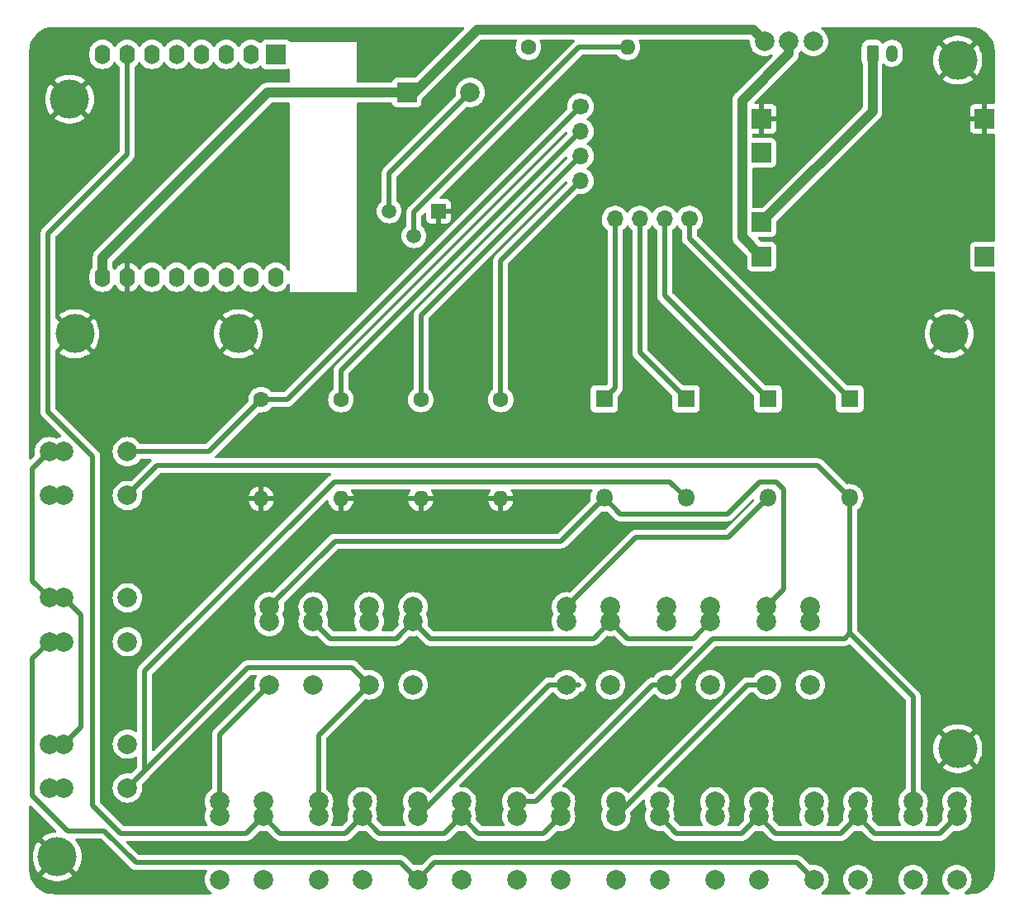
<source format=gbr>
%TF.GenerationSoftware,KiCad,Pcbnew,(6.0.2)*%
%TF.CreationDate,2023-05-06T01:27:41+02:00*%
%TF.ProjectId,piano,7069616e-6f2e-46b6-9963-61645f706362,0.2*%
%TF.SameCoordinates,Original*%
%TF.FileFunction,Copper,L1,Top*%
%TF.FilePolarity,Positive*%
%FSLAX46Y46*%
G04 Gerber Fmt 4.6, Leading zero omitted, Abs format (unit mm)*
G04 Created by KiCad (PCBNEW (6.0.2)) date 2023-05-06 01:27:41*
%MOMM*%
%LPD*%
G01*
G04 APERTURE LIST*
G04 Aperture macros list*
%AMRoundRect*
0 Rectangle with rounded corners*
0 $1 Rounding radius*
0 $2 $3 $4 $5 $6 $7 $8 $9 X,Y pos of 4 corners*
0 Add a 4 corners polygon primitive as box body*
4,1,4,$2,$3,$4,$5,$6,$7,$8,$9,$2,$3,0*
0 Add four circle primitives for the rounded corners*
1,1,$1+$1,$2,$3*
1,1,$1+$1,$4,$5*
1,1,$1+$1,$6,$7*
1,1,$1+$1,$8,$9*
0 Add four rect primitives between the rounded corners*
20,1,$1+$1,$2,$3,$4,$5,0*
20,1,$1+$1,$4,$5,$6,$7,0*
20,1,$1+$1,$6,$7,$8,$9,0*
20,1,$1+$1,$8,$9,$2,$3,0*%
G04 Aperture macros list end*
%TA.AperFunction,ComponentPad*%
%ADD10R,1.500000X1.500000*%
%TD*%
%TA.AperFunction,ComponentPad*%
%ADD11C,1.500000*%
%TD*%
%TA.AperFunction,ComponentPad*%
%ADD12R,1.800000X1.800000*%
%TD*%
%TA.AperFunction,ComponentPad*%
%ADD13O,1.800000X1.800000*%
%TD*%
%TA.AperFunction,ComponentPad*%
%ADD14C,1.600000*%
%TD*%
%TA.AperFunction,ComponentPad*%
%ADD15O,1.600000X1.600000*%
%TD*%
%TA.AperFunction,ComponentPad*%
%ADD16C,4.000000*%
%TD*%
%TA.AperFunction,ComponentPad*%
%ADD17C,2.000000*%
%TD*%
%TA.AperFunction,ComponentPad*%
%ADD18C,1.700000*%
%TD*%
%TA.AperFunction,ComponentPad*%
%ADD19O,1.700000X1.700000*%
%TD*%
%TA.AperFunction,ComponentPad*%
%ADD20R,2.000000X2.000000*%
%TD*%
%TA.AperFunction,ComponentPad*%
%ADD21O,1.600000X2.000000*%
%TD*%
%TA.AperFunction,ComponentPad*%
%ADD22RoundRect,0.250000X-0.350000X-0.625000X0.350000X-0.625000X0.350000X0.625000X-0.350000X0.625000X0*%
%TD*%
%TA.AperFunction,ComponentPad*%
%ADD23O,1.200000X1.750000*%
%TD*%
%TA.AperFunction,Conductor*%
%ADD24C,0.500000*%
%TD*%
%TA.AperFunction,Conductor*%
%ADD25C,1.000000*%
%TD*%
G04 APERTURE END LIST*
D10*
%TO.P,Q1,1,E*%
%TO.N,GND*%
X172480000Y-51410000D03*
D11*
%TO.P,Q1,2,B*%
%TO.N,Net-(Q1-Pad2)*%
X169940000Y-53950000D03*
%TO.P,Q1,3,C*%
%TO.N,Net-(BZ1-Pad2)*%
X167400000Y-51410000D03*
%TD*%
D12*
%TO.P,D1,1,K*%
%TO.N,D4*%
X214626094Y-70660000D03*
D13*
%TO.P,D1,2,A*%
%TO.N,Net-(D1-Pad2)*%
X214626094Y-80820000D03*
%TD*%
D14*
%TO.P,R1,1*%
%TO.N,D8*%
X178840000Y-70750000D03*
D15*
%TO.P,R1,2*%
%TO.N,GND*%
X178840000Y-80910000D03*
%TD*%
D16*
%TO.P,,1*%
%TO.N,GND*%
X135180000Y-64000000D03*
%TD*%
D17*
%TO.P,SW-8,1,1*%
%TO.N,Net-(D4-Pad2)*%
X155120000Y-92000000D03*
X155120000Y-93500000D03*
X155120000Y-100000000D03*
%TO.P,SW-8,2,2*%
%TO.N,D6*%
X159620000Y-93500000D03*
X159620000Y-92000000D03*
X159620000Y-100000000D03*
%TD*%
D12*
%TO.P,D2,1,K*%
%TO.N,D3*%
X206240000Y-70660000D03*
D13*
%TO.P,D2,2,A*%
%TO.N,Net-(D2-Pad2)*%
X206240000Y-80820000D03*
%TD*%
D18*
%TO.P,J3,1,Pin_1*%
%TO.N,D5*%
X187010183Y-40685172D03*
D19*
%TO.P,J3,2,Pin_2*%
%TO.N,D6*%
X187010183Y-43225172D03*
%TO.P,J3,3,Pin_3*%
%TO.N,D7*%
X187010183Y-45765172D03*
%TO.P,J3,4,Pin_4*%
%TO.N,D8*%
X187010183Y-48305172D03*
%TD*%
D14*
%TO.P,R5,1*%
%TO.N,Net-(U1-Pad3)*%
X181680000Y-34600000D03*
D15*
%TO.P,R5,2*%
%TO.N,Net-(Q1-Pad2)*%
X191840000Y-34600000D03*
%TD*%
D17*
%TO.P,SW-1,1,1*%
%TO.N,Net-(D3-Pad2)*%
X160160000Y-113500000D03*
X160160000Y-112000000D03*
X160160000Y-120000000D03*
%TO.P,SW-1,2,2*%
%TO.N,D8*%
X164660000Y-112000000D03*
X164660000Y-120000000D03*
X164660000Y-113500000D03*
%TD*%
%TO.P,SW-A1,1,1*%
%TO.N,Net-(D2-Pad2)*%
X185600000Y-93500000D03*
X185600000Y-100000000D03*
X185600000Y-92000000D03*
%TO.P,SW-A1,2,2*%
%TO.N,D6*%
X190100000Y-92000000D03*
X190100000Y-93500000D03*
X190100000Y-100000000D03*
%TD*%
D12*
%TO.P,D4,1,K*%
%TO.N,D1*%
X189467812Y-70660000D03*
D13*
%TO.P,D4,2,A*%
%TO.N,Net-(D4-Pad2)*%
X189467812Y-80820000D03*
%TD*%
D16*
%TO.P,,1*%
%TO.N,GND*%
X225702000Y-106558000D03*
%TD*%
D20*
%TO.P,U1,1,~{RST}*%
%TO.N,unconnected-(U1-Pad1)*%
X155780000Y-35325000D03*
D21*
%TO.P,U1,2,A0*%
%TO.N,unconnected-(U1-Pad2)*%
X153240000Y-35325000D03*
%TO.P,U1,3,D0*%
%TO.N,Net-(U1-Pad3)*%
X150700000Y-35325000D03*
%TO.P,U1,4,SCK/D5*%
%TO.N,D5*%
X148160000Y-35325000D03*
%TO.P,U1,5,MISO/D6*%
%TO.N,D6*%
X145620000Y-35325000D03*
%TO.P,U1,6,MOSI/D7*%
%TO.N,D7*%
X143080000Y-35325000D03*
%TO.P,U1,7,CS/D8*%
%TO.N,D8*%
X140540000Y-35325000D03*
%TO.P,U1,8,3V3*%
%TO.N,unconnected-(U1-Pad8)*%
X138000000Y-35325000D03*
%TO.P,U1,9,5V*%
%TO.N,Net-(SW1-Pad1)*%
X138000000Y-58185000D03*
%TO.P,U1,10,GND*%
%TO.N,GND*%
X140540000Y-58185000D03*
%TO.P,U1,11,D4*%
%TO.N,D4*%
X143080000Y-58185000D03*
%TO.P,U1,12,D3*%
%TO.N,D3*%
X145620000Y-58185000D03*
%TO.P,U1,13,SDA/D2*%
%TO.N,D2*%
X148160000Y-58185000D03*
%TO.P,U1,14,SCL/D1*%
%TO.N,D1*%
X150700000Y-58185000D03*
%TO.P,U1,15,RX*%
%TO.N,unconnected-(U1-Pad15)*%
X153240000Y-58185000D03*
%TO.P,U1,16,TX*%
%TO.N,unconnected-(U1-Pad16)*%
X155780000Y-58185000D03*
%TD*%
D22*
%TO.P,J1,1,Pin_1*%
%TO.N,Net-(J1-Pad1)*%
X216960000Y-35220000D03*
D23*
%TO.P,J1,2,Pin_2*%
%TO.N,Net-(J1-Pad2)*%
X218960000Y-35220000D03*
%TD*%
D14*
%TO.P,R4,1*%
%TO.N,D5*%
X154281717Y-70750000D03*
D15*
%TO.P,R4,2*%
%TO.N,GND*%
X154281717Y-80910000D03*
%TD*%
D16*
%TO.P,,1*%
%TO.N,GND*%
X225702000Y-35916000D03*
%TD*%
D17*
%TO.P,SW-3,1,1*%
%TO.N,Net-(D1-Pad2)*%
X180480000Y-112000000D03*
X180480000Y-120000000D03*
X180480000Y-113500000D03*
%TO.P,SW-3,2,2*%
%TO.N,D8*%
X184980000Y-112000000D03*
X184980000Y-113500000D03*
X184980000Y-120000000D03*
%TD*%
D16*
%TO.P,,1*%
%TO.N,GND*%
X133380000Y-117652000D03*
%TD*%
%TO.P,,1*%
%TO.N,GND*%
X134650000Y-39932000D03*
%TD*%
D17*
%TO.P,SW-5,1,1*%
%TO.N,Net-(D3-Pad2)*%
X200800000Y-120000000D03*
X200800000Y-113500000D03*
X200800000Y-112000000D03*
%TO.P,SW-5,2,2*%
%TO.N,D7*%
X205300000Y-113500000D03*
X205300000Y-112000000D03*
X205300000Y-120000000D03*
%TD*%
D14*
%TO.P,R2,1*%
%TO.N,D7*%
X170653905Y-70750000D03*
D15*
%TO.P,R2,2*%
%TO.N,GND*%
X170653905Y-80910000D03*
%TD*%
D17*
%TO.P,SW-D1,1,1*%
%TO.N,Net-(D3-Pad2)*%
X140560000Y-110590000D03*
X132560000Y-110590000D03*
X134060000Y-110590000D03*
%TO.P,SW-D1,2,2*%
%TO.N,D5*%
X134060000Y-106090000D03*
X140560000Y-106090000D03*
X132560000Y-106090000D03*
%TD*%
D14*
%TO.P,R3,1*%
%TO.N,D6*%
X162467811Y-70750000D03*
D15*
%TO.P,R3,2*%
%TO.N,GND*%
X162467811Y-80910000D03*
%TD*%
D17*
%TO.P,SW-6,1,1*%
%TO.N,Net-(D2-Pad2)*%
X210960000Y-113500000D03*
X210960000Y-120000000D03*
X210960000Y-112000000D03*
%TO.P,SW-6,2,2*%
%TO.N,D7*%
X215460000Y-113500000D03*
X215460000Y-112000000D03*
X215460000Y-120000000D03*
%TD*%
D16*
%TO.P,REF\u002A\u002A,1*%
%TO.N,GND*%
X151940000Y-64000000D03*
%TD*%
D17*
%TO.P,SW-7,1,1*%
%TO.N,Net-(D1-Pad2)*%
X221120000Y-120000000D03*
X221120000Y-112000000D03*
X221120000Y-113500000D03*
%TO.P,SW-7,2,2*%
%TO.N,D7*%
X225620000Y-120000000D03*
X225620000Y-112000000D03*
X225620000Y-113500000D03*
%TD*%
%TO.P,SW-2,1,1*%
%TO.N,Net-(D2-Pad2)*%
X170320000Y-120000000D03*
X170320000Y-112000000D03*
X170320000Y-113500000D03*
%TO.P,SW-2,2,2*%
%TO.N,D8*%
X174820000Y-120000000D03*
X174820000Y-113500000D03*
X174820000Y-112000000D03*
%TD*%
%TO.P,SW-F1,1,1*%
%TO.N,Net-(D1-Pad2)*%
X140560000Y-80590000D03*
X134060000Y-80590000D03*
X132560000Y-80590000D03*
%TO.P,SW-F1,2,2*%
%TO.N,D5*%
X132560000Y-76090000D03*
X140560000Y-76090000D03*
X134060000Y-76090000D03*
%TD*%
%TO.P,SW-B1,1,1*%
%TO.N,Net-(D1-Pad2)*%
X195840000Y-100000000D03*
X195840000Y-92000000D03*
X195840000Y-93500000D03*
%TO.P,SW-B1,2,2*%
%TO.N,D6*%
X200340000Y-92000000D03*
X200340000Y-100000000D03*
X200340000Y-93500000D03*
%TD*%
D12*
%TO.P,D3,1,K*%
%TO.N,D2*%
X197853906Y-70660000D03*
D13*
%TO.P,D3,2,A*%
%TO.N,Net-(D3-Pad2)*%
X197853906Y-80820000D03*
%TD*%
D17*
%TO.P,SW-4,1,1*%
%TO.N,Net-(D4-Pad2)*%
X190640000Y-120000000D03*
X190640000Y-113500000D03*
X190640000Y-112000000D03*
%TO.P,SW-4,2,2*%
%TO.N,D7*%
X195140000Y-120000000D03*
X195140000Y-113500000D03*
X195140000Y-112000000D03*
%TD*%
%TO.P,SW-9,1,1*%
%TO.N,Net-(D3-Pad2)*%
X165360000Y-100000000D03*
X165360000Y-92000000D03*
X165360000Y-93500000D03*
%TO.P,SW-9,2,2*%
%TO.N,D6*%
X169860000Y-92000000D03*
X169860000Y-93500000D03*
X169860000Y-100000000D03*
%TD*%
%TO.P,SW-C1,1,1*%
%TO.N,Net-(D4-Pad2)*%
X206080000Y-92000000D03*
X206080000Y-100000000D03*
X206080000Y-93500000D03*
%TO.P,SW-C1,2,2*%
%TO.N,D5*%
X210580000Y-93500000D03*
X210580000Y-92000000D03*
X210580000Y-100000000D03*
%TD*%
%TO.P,SW-E1,1,1*%
%TO.N,Net-(D2-Pad2)*%
X140560000Y-95590000D03*
X132560000Y-95590000D03*
X134060000Y-95590000D03*
%TO.P,SW-E1,2,2*%
%TO.N,D5*%
X132560000Y-91090000D03*
X140560000Y-91090000D03*
X134060000Y-91090000D03*
%TD*%
D16*
%TO.P,REF\u002A\u002A,1*%
%TO.N,GND*%
X224820000Y-64000000D03*
%TD*%
D17*
%TO.P,SW1,1,1*%
%TO.N,Net-(SW1-Pad1)*%
X205900000Y-33990000D03*
%TO.P,SW1,2,2*%
%TO.N,Net-(SW1-Pad2)*%
X208400000Y-33990000D03*
%TO.P,SW1,3,3*%
%TO.N,unconnected-(SW1-Pad3)*%
X210900000Y-33990000D03*
%TD*%
D18*
%TO.P,J2,1,Pin_1*%
%TO.N,D4*%
X198190000Y-52230000D03*
D19*
%TO.P,J2,2,Pin_2*%
%TO.N,D3*%
X195650000Y-52230000D03*
%TO.P,J2,3,Pin_3*%
%TO.N,D2*%
X193110000Y-52230000D03*
%TO.P,J2,4,Pin_4*%
%TO.N,D1*%
X190570000Y-52230000D03*
%TD*%
D20*
%TO.P,BZ1,1,-*%
%TO.N,Net-(SW1-Pad1)*%
X169220000Y-39240000D03*
D17*
%TO.P,BZ1,2,+*%
%TO.N,Net-(BZ1-Pad2)*%
X175720000Y-39240000D03*
%TD*%
%TO.P,SW-0,1,1*%
%TO.N,Net-(D4-Pad2)*%
X150000000Y-112000000D03*
X150000000Y-120000000D03*
X150000000Y-113500000D03*
%TO.P,SW-0,2,2*%
%TO.N,D8*%
X154500000Y-113500000D03*
X154500000Y-112000000D03*
X154500000Y-120000000D03*
%TD*%
D20*
%TO.P,U2,1,GND*%
%TO.N,GND*%
X228460000Y-41940000D03*
%TO.P,U2,2,VIN*%
%TO.N,Net-(J4-Pad1)*%
X228460000Y-56060000D03*
%TO.P,U2,3,GND*%
%TO.N,GND*%
X205600000Y-41940000D03*
%TO.P,U2,4,B-*%
%TO.N,Net-(J1-Pad2)*%
X205600000Y-45440000D03*
%TO.P,U2,5,B+*%
%TO.N,Net-(J1-Pad1)*%
X205600000Y-52560000D03*
%TO.P,U2,6,VOUT*%
%TO.N,Net-(SW1-Pad2)*%
X205600000Y-56060000D03*
%TD*%
D24*
%TO.N,Net-(BZ1-Pad2)*%
X167400000Y-47560000D02*
X175720000Y-39240000D01*
X167400000Y-51410000D02*
X167400000Y-47560000D01*
%TO.N,Net-(Q1-Pad2)*%
X186890978Y-34600000D02*
X191840000Y-34600000D01*
X169940000Y-51550978D02*
X186890978Y-34600000D01*
X169940000Y-53950000D02*
X169940000Y-51550978D01*
%TO.N,D8*%
X174820000Y-113500000D02*
X176569511Y-115249511D01*
X183230489Y-115249511D02*
X184980000Y-113500000D01*
X173070489Y-115249511D02*
X174820000Y-113500000D01*
X140540000Y-35325000D02*
X140540000Y-45580000D01*
X152750489Y-115249511D02*
X154500000Y-113500000D01*
X139849511Y-115249511D02*
X152750489Y-115249511D01*
X162910489Y-115249511D02*
X164660000Y-113500000D01*
X140540000Y-45580000D02*
X132430489Y-53689511D01*
X132430489Y-71986306D02*
X137030000Y-76585817D01*
X166409511Y-115249511D02*
X173070489Y-115249511D01*
X132430489Y-53689511D02*
X132430489Y-71986306D01*
X178840000Y-70750000D02*
X178840000Y-56475355D01*
X137030000Y-76585817D02*
X137030000Y-112430000D01*
X137030000Y-112430000D02*
X139849511Y-115249511D01*
X178840000Y-56475355D02*
X187010183Y-48305172D01*
X156249511Y-115249511D02*
X162910489Y-115249511D01*
X164660000Y-113500000D02*
X166409511Y-115249511D01*
X176569511Y-115249511D02*
X183230489Y-115249511D01*
X154500000Y-113500000D02*
X156249511Y-115249511D01*
%TO.N,D7*%
X205300000Y-113500000D02*
X207049511Y-115249511D01*
X170653905Y-70750000D02*
X170653905Y-62121450D01*
X217209511Y-115249511D02*
X223870489Y-115249511D01*
X207049511Y-115249511D02*
X213710489Y-115249511D01*
X203550489Y-115249511D02*
X205300000Y-113500000D01*
X215460000Y-113500000D02*
X217209511Y-115249511D01*
X195140000Y-113500000D02*
X196889511Y-115249511D01*
X170653905Y-62121450D02*
X187010183Y-45765172D01*
X213710489Y-115249511D02*
X215460000Y-113500000D01*
X196889511Y-115249511D02*
X203550489Y-115249511D01*
X223870489Y-115249511D02*
X225620000Y-113500000D01*
%TO.N,D6*%
X161369511Y-95249511D02*
X168110489Y-95249511D01*
X171609511Y-95249511D02*
X188350489Y-95249511D01*
X190100000Y-93500000D02*
X191849511Y-95249511D01*
X162467811Y-70750000D02*
X162467811Y-67767544D01*
X191849511Y-95249511D02*
X198590489Y-95249511D01*
X162467811Y-67767544D02*
X187010183Y-43225172D01*
X188350489Y-95249511D02*
X190100000Y-93500000D01*
X198590489Y-95249511D02*
X200340000Y-93500000D01*
X159620000Y-93500000D02*
X161369511Y-95249511D01*
X168110489Y-95249511D02*
X169860000Y-93500000D01*
X169860000Y-93500000D02*
X171609511Y-95249511D01*
%TO.N,D5*%
X140560000Y-76090000D02*
X148941717Y-76090000D01*
X134060000Y-91090000D02*
X135809511Y-92839511D01*
X154281717Y-70750000D02*
X156945355Y-70750000D01*
X130810489Y-77839511D02*
X132560000Y-76090000D01*
X135809511Y-92839511D02*
X135809511Y-104340489D01*
X148941717Y-76090000D02*
X154281717Y-70750000D01*
X156945355Y-70750000D02*
X187010183Y-40685172D01*
X130810489Y-89340489D02*
X130810489Y-77839511D01*
X135809511Y-104340489D02*
X134060000Y-106090000D01*
X132560000Y-91090000D02*
X130810489Y-89340489D01*
%TO.N,D4*%
X198190000Y-54223906D02*
X214626094Y-70660000D01*
X198190000Y-52230000D02*
X198190000Y-54223906D01*
%TO.N,D3*%
X195650000Y-52230000D02*
X195650000Y-60070000D01*
X195650000Y-60070000D02*
X206240000Y-70660000D01*
%TO.N,D2*%
X193110000Y-65916094D02*
X193110000Y-52230000D01*
X197853906Y-70660000D02*
X193110000Y-65916094D01*
%TO.N,D1*%
X190570000Y-69557812D02*
X189467812Y-70660000D01*
X190570000Y-52230000D02*
X190570000Y-69557812D01*
%TO.N,Net-(D1-Pad2)*%
X200590489Y-95249511D02*
X195840000Y-100000000D01*
X143619510Y-77530490D02*
X140560000Y-80590000D01*
X195840000Y-100000000D02*
X194425787Y-100000000D01*
X211336584Y-77530490D02*
X143619510Y-77530490D01*
X182425787Y-112000000D02*
X180480000Y-112000000D01*
X221120000Y-112000000D02*
X221120000Y-101227812D01*
X221120000Y-101227812D02*
X214626094Y-94733906D01*
X194425787Y-100000000D02*
X182425787Y-112000000D01*
X214110489Y-95249511D02*
X200590489Y-95249511D01*
X214626094Y-94733906D02*
X214110489Y-95249511D01*
X214626094Y-80820000D02*
X214626094Y-94733906D01*
X214626094Y-80820000D02*
X211336584Y-77530490D01*
%TO.N,Net-(D2-Pad2)*%
X183820000Y-100000000D02*
X186830000Y-100000000D01*
X134429511Y-115029511D02*
X138215989Y-115029511D01*
X202190000Y-84870000D02*
X192730000Y-84870000D01*
X141436967Y-118250489D02*
X168570489Y-118250489D01*
X130810489Y-97339511D02*
X130810489Y-111410489D01*
X168570489Y-118250489D02*
X170320000Y-120000000D01*
X206240000Y-80820000D02*
X202190000Y-84870000D01*
X170320000Y-120000000D02*
X172069511Y-118250489D01*
X170320000Y-113500000D02*
X183820000Y-100000000D01*
X209210489Y-118250489D02*
X210960000Y-120000000D01*
X192730000Y-84870000D02*
X185600000Y-92000000D01*
X172069511Y-118250489D02*
X209210489Y-118250489D01*
X132560000Y-95590000D02*
X130810489Y-97339511D01*
X138215989Y-115029511D02*
X141436967Y-118250489D01*
X130810489Y-111410489D02*
X134429511Y-115029511D01*
%TO.N,Net-(D3-Pad2)*%
X160160000Y-105200000D02*
X165360000Y-100000000D01*
X163610489Y-98250489D02*
X152899511Y-98250489D01*
X152899511Y-98250489D02*
X140560000Y-110590000D01*
X142330000Y-108820000D02*
X140560000Y-110590000D01*
X165360000Y-100000000D02*
X163610489Y-98250489D01*
X161779511Y-79170489D02*
X142330000Y-98620000D01*
X142330000Y-98620000D02*
X142330000Y-108820000D01*
X160160000Y-112000000D02*
X160160000Y-105200000D01*
X196204395Y-79170489D02*
X161779511Y-79170489D01*
X197853906Y-80820000D02*
X196204395Y-79170489D01*
%TO.N,Net-(D4-Pad2)*%
X155120000Y-100000000D02*
X150000000Y-105120000D01*
X202080489Y-82469511D02*
X205379511Y-79170489D01*
X207889511Y-90190489D02*
X206080000Y-92000000D01*
X189467812Y-80820000D02*
X185027812Y-85260000D01*
X150000000Y-105120000D02*
X150000000Y-112000000D01*
X207889511Y-79959511D02*
X207889511Y-90190489D01*
X207100489Y-79170489D02*
X207889511Y-79959511D01*
X205379511Y-79170489D02*
X207100489Y-79170489D01*
X161860000Y-85260000D02*
X155120000Y-92000000D01*
X190640000Y-113500000D02*
X204140000Y-100000000D01*
X191117323Y-82469511D02*
X202080489Y-82469511D01*
X204140000Y-100000000D02*
X206450000Y-100000000D01*
X189467812Y-80820000D02*
X191117323Y-82469511D01*
X185027812Y-85260000D02*
X161860000Y-85260000D01*
D25*
%TO.N,Net-(J1-Pad1)*%
X205600000Y-52560000D02*
X216960000Y-41200000D01*
X216960000Y-41200000D02*
X216960000Y-35220000D01*
%TO.N,Net-(SW1-Pad2)*%
X208400000Y-35270000D02*
X208400000Y-33990000D01*
X203600489Y-54060489D02*
X203600489Y-40069511D01*
X203600489Y-40069511D02*
X208400000Y-35270000D01*
X205600000Y-56060000D02*
X203600489Y-54060489D01*
%TO.N,Net-(SW1-Pad1)*%
X204710489Y-32800489D02*
X205900000Y-33990000D01*
X176409511Y-32800489D02*
X204710489Y-32800489D01*
X154945000Y-39240000D02*
X169220000Y-39240000D01*
X169220000Y-39240000D02*
X169970000Y-39240000D01*
X138000000Y-56185000D02*
X138000000Y-58185000D01*
X169970000Y-39240000D02*
X176409511Y-32800489D01*
X154945000Y-39240000D02*
X138000000Y-56185000D01*
%TD*%
%TA.AperFunction,Conductor*%
%TO.N,GND*%
G36*
X130716512Y-112389647D02*
G01*
X130723095Y-112395776D01*
X133261513Y-114934194D01*
X133295539Y-114996506D01*
X133290474Y-115067321D01*
X133247927Y-115124157D01*
X133188210Y-115148295D01*
X132913050Y-115183055D01*
X132905279Y-115184538D01*
X132607296Y-115261047D01*
X132599770Y-115263492D01*
X132313707Y-115376753D01*
X132306572Y-115380110D01*
X132036961Y-115528330D01*
X132030281Y-115532570D01*
X131807177Y-115694664D01*
X131798754Y-115705587D01*
X131805658Y-115718448D01*
X135311145Y-119223935D01*
X135324407Y-119231177D01*
X135334512Y-119223988D01*
X135410505Y-119132129D01*
X135415149Y-119125736D01*
X135579999Y-118865974D01*
X135583811Y-118859041D01*
X135714801Y-118580672D01*
X135717716Y-118573309D01*
X135812783Y-118280723D01*
X135814754Y-118273046D01*
X135872400Y-117970855D01*
X135873393Y-117962994D01*
X135892710Y-117655958D01*
X135892710Y-117648042D01*
X135873393Y-117341006D01*
X135872400Y-117333145D01*
X135814754Y-117030954D01*
X135812783Y-117023277D01*
X135717716Y-116730691D01*
X135714801Y-116723328D01*
X135583811Y-116444959D01*
X135579999Y-116438026D01*
X135415153Y-116178271D01*
X135410502Y-116171868D01*
X135263627Y-115994327D01*
X135235617Y-115929089D01*
X135247324Y-115859064D01*
X135295030Y-115806485D01*
X135360712Y-115788011D01*
X137849618Y-115788011D01*
X137917739Y-115808013D01*
X137938713Y-115824916D01*
X140853197Y-118739400D01*
X140865583Y-118753812D01*
X140874116Y-118765407D01*
X140874121Y-118765412D01*
X140878459Y-118771307D01*
X140884037Y-118776046D01*
X140884040Y-118776049D01*
X140918735Y-118805524D01*
X140926251Y-118812454D01*
X140931947Y-118818150D01*
X140934808Y-118820413D01*
X140934813Y-118820418D01*
X140954233Y-118835782D01*
X140957634Y-118838571D01*
X141013252Y-118885822D01*
X141019765Y-118889148D01*
X141024804Y-118892509D01*
X141029946Y-118895685D01*
X141035683Y-118900223D01*
X141101842Y-118931144D01*
X141105736Y-118933047D01*
X141170775Y-118966258D01*
X141177884Y-118967997D01*
X141183518Y-118970093D01*
X141189288Y-118972012D01*
X141195917Y-118975111D01*
X141203080Y-118976601D01*
X141203083Y-118976602D01*
X141242776Y-118984858D01*
X141267402Y-118989980D01*
X141271668Y-118990946D01*
X141342577Y-119008297D01*
X141348179Y-119008645D01*
X141348182Y-119008645D01*
X141353731Y-119008989D01*
X141353729Y-119009024D01*
X141357701Y-119009264D01*
X141361922Y-119009641D01*
X141369082Y-119011130D01*
X141446509Y-119009035D01*
X141449917Y-119008989D01*
X148613092Y-119008989D01*
X148681213Y-119028991D01*
X148727706Y-119082647D01*
X148737810Y-119152921D01*
X148720524Y-119200824D01*
X148654351Y-119308807D01*
X148654346Y-119308817D01*
X148651760Y-119313037D01*
X148649867Y-119317607D01*
X148649865Y-119317611D01*
X148562789Y-119527833D01*
X148560895Y-119532406D01*
X148505465Y-119763289D01*
X148486835Y-120000000D01*
X148505465Y-120236711D01*
X148560895Y-120467594D01*
X148562788Y-120472165D01*
X148562789Y-120472167D01*
X148639720Y-120657895D01*
X148651760Y-120686963D01*
X148654346Y-120691183D01*
X148773241Y-120885202D01*
X148773245Y-120885208D01*
X148775824Y-120889416D01*
X148930031Y-121069969D01*
X149110584Y-121224176D01*
X149166705Y-121258567D01*
X149214336Y-121311215D01*
X149225943Y-121381256D01*
X149197840Y-121446454D01*
X149138950Y-121486108D01*
X149100870Y-121492000D01*
X133049328Y-121492000D01*
X133029943Y-121490500D01*
X133015142Y-121488195D01*
X133015139Y-121488195D01*
X133006270Y-121486814D01*
X132989101Y-121489059D01*
X132965161Y-121489892D01*
X132707230Y-121474290D01*
X132692126Y-121472456D01*
X132621352Y-121459486D01*
X132411121Y-121420960D01*
X132396359Y-121417322D01*
X132123592Y-121332325D01*
X132109370Y-121326930D01*
X132012846Y-121283488D01*
X131848860Y-121209684D01*
X131835391Y-121202615D01*
X131590905Y-121054818D01*
X131578383Y-121046175D01*
X131353493Y-120869984D01*
X131342105Y-120859894D01*
X131140106Y-120657895D01*
X131130016Y-120646507D01*
X130953825Y-120421617D01*
X130945182Y-120409095D01*
X130797385Y-120164609D01*
X130790314Y-120151136D01*
X130740525Y-120040508D01*
X130673069Y-119890627D01*
X130667674Y-119876404D01*
X130634963Y-119771430D01*
X130582678Y-119603641D01*
X130581284Y-119597987D01*
X131798721Y-119597987D01*
X131807548Y-119609605D01*
X132030281Y-119771430D01*
X132036961Y-119775670D01*
X132306572Y-119923890D01*
X132313707Y-119927247D01*
X132599770Y-120040508D01*
X132607296Y-120042953D01*
X132905279Y-120119462D01*
X132913050Y-120120945D01*
X133218278Y-120159503D01*
X133226169Y-120160000D01*
X133533831Y-120160000D01*
X133541722Y-120159503D01*
X133846950Y-120120945D01*
X133854721Y-120119462D01*
X134152704Y-120042953D01*
X134160230Y-120040508D01*
X134446293Y-119927247D01*
X134453428Y-119923890D01*
X134723039Y-119775670D01*
X134729719Y-119771430D01*
X134952823Y-119609336D01*
X134961246Y-119598413D01*
X134954342Y-119585552D01*
X133392812Y-118024022D01*
X133378868Y-118016408D01*
X133377035Y-118016539D01*
X133370420Y-118020790D01*
X131805334Y-119585876D01*
X131798721Y-119597987D01*
X130581284Y-119597987D01*
X130579038Y-119588873D01*
X130578430Y-119585552D01*
X130527544Y-119307874D01*
X130525710Y-119292770D01*
X130510545Y-119042071D01*
X130511802Y-119015361D01*
X130511805Y-119015141D01*
X130513186Y-119006270D01*
X130511547Y-118993730D01*
X130509064Y-118974749D01*
X130508000Y-118958411D01*
X130508000Y-117655958D01*
X130867290Y-117655958D01*
X130886607Y-117962994D01*
X130887600Y-117970855D01*
X130945246Y-118273046D01*
X130947217Y-118280723D01*
X131042284Y-118573309D01*
X131045199Y-118580672D01*
X131176189Y-118859041D01*
X131180001Y-118865974D01*
X131344851Y-119125736D01*
X131349495Y-119132129D01*
X131424497Y-119222790D01*
X131437014Y-119231245D01*
X131447752Y-119225038D01*
X133007978Y-117664812D01*
X133015592Y-117650868D01*
X133015461Y-117649035D01*
X133011210Y-117642420D01*
X131448855Y-116080065D01*
X131435593Y-116072823D01*
X131425488Y-116080012D01*
X131349495Y-116171871D01*
X131344851Y-116178264D01*
X131180001Y-116438026D01*
X131176189Y-116444959D01*
X131045199Y-116723328D01*
X131042284Y-116730691D01*
X130947217Y-117023277D01*
X130945246Y-117030954D01*
X130887600Y-117333145D01*
X130886607Y-117341006D01*
X130867290Y-117648042D01*
X130867290Y-117655958D01*
X130508000Y-117655958D01*
X130508000Y-112484871D01*
X130528002Y-112416750D01*
X130581658Y-112370257D01*
X130651932Y-112360153D01*
X130716512Y-112389647D01*
G37*
%TD.AperFunction*%
%TA.AperFunction,Conductor*%
G36*
X226970057Y-32509500D02*
G01*
X226984858Y-32511805D01*
X226984861Y-32511805D01*
X226993730Y-32513186D01*
X227010899Y-32510941D01*
X227034839Y-32510108D01*
X227292770Y-32525710D01*
X227307874Y-32527544D01*
X227378648Y-32540514D01*
X227588879Y-32579040D01*
X227603641Y-32582678D01*
X227876408Y-32667675D01*
X227890627Y-32673069D01*
X228151140Y-32790316D01*
X228164609Y-32797385D01*
X228409095Y-32945182D01*
X228421617Y-32953825D01*
X228646507Y-33130016D01*
X228657895Y-33140106D01*
X228859894Y-33342105D01*
X228869984Y-33353493D01*
X229046175Y-33578383D01*
X229054818Y-33590905D01*
X229202615Y-33835391D01*
X229209684Y-33848860D01*
X229325587Y-34106386D01*
X229326930Y-34109370D01*
X229332325Y-34123592D01*
X229411413Y-34377393D01*
X229417321Y-34396353D01*
X229420960Y-34411121D01*
X229444068Y-34537214D01*
X229472456Y-34692126D01*
X229474290Y-34707230D01*
X229489455Y-34957929D01*
X229488198Y-34984639D01*
X229488195Y-34984859D01*
X229486814Y-34993730D01*
X229487978Y-35002632D01*
X229487978Y-35002635D01*
X229490936Y-35025251D01*
X229492000Y-35041589D01*
X229492000Y-40306000D01*
X229471998Y-40374121D01*
X229418342Y-40420614D01*
X229366000Y-40432000D01*
X228732115Y-40432000D01*
X228716876Y-40436475D01*
X228715671Y-40437865D01*
X228714000Y-40445548D01*
X228714000Y-43429884D01*
X228718475Y-43445123D01*
X228719865Y-43446328D01*
X228727548Y-43447999D01*
X229366000Y-43447999D01*
X229434121Y-43468001D01*
X229480614Y-43521657D01*
X229492000Y-43573999D01*
X229492000Y-54425500D01*
X229471998Y-54493621D01*
X229418342Y-54540114D01*
X229366000Y-54551500D01*
X227411866Y-54551500D01*
X227349684Y-54558255D01*
X227213295Y-54609385D01*
X227096739Y-54696739D01*
X227009385Y-54813295D01*
X226958255Y-54949684D01*
X226951500Y-55011866D01*
X226951500Y-57108134D01*
X226958255Y-57170316D01*
X227009385Y-57306705D01*
X227096739Y-57423261D01*
X227213295Y-57510615D01*
X227349684Y-57561745D01*
X227411866Y-57568500D01*
X229366000Y-57568500D01*
X229434121Y-57588502D01*
X229480614Y-57642158D01*
X229492000Y-57694500D01*
X229492000Y-118950672D01*
X229490500Y-118970056D01*
X229486814Y-118993730D01*
X229489014Y-119010554D01*
X229489059Y-119010897D01*
X229489892Y-119034839D01*
X229474290Y-119292770D01*
X229472456Y-119307874D01*
X229421571Y-119585552D01*
X229420962Y-119588873D01*
X229417322Y-119603641D01*
X229365037Y-119771430D01*
X229332326Y-119876404D01*
X229326931Y-119890627D01*
X229259476Y-120040508D01*
X229209686Y-120151136D01*
X229202615Y-120164609D01*
X229054818Y-120409095D01*
X229046175Y-120421617D01*
X228869984Y-120646507D01*
X228859894Y-120657895D01*
X228657895Y-120859894D01*
X228646507Y-120869984D01*
X228421617Y-121046175D01*
X228409095Y-121054818D01*
X228164609Y-121202615D01*
X228151140Y-121209684D01*
X227987154Y-121283488D01*
X227890630Y-121326930D01*
X227876408Y-121332325D01*
X227603641Y-121417322D01*
X227588879Y-121420960D01*
X227378648Y-121459486D01*
X227307874Y-121472456D01*
X227292770Y-121474290D01*
X227042071Y-121489455D01*
X227015361Y-121488198D01*
X227015141Y-121488195D01*
X227006270Y-121486814D01*
X226997368Y-121487978D01*
X226997365Y-121487978D01*
X226974749Y-121490936D01*
X226958411Y-121492000D01*
X226519130Y-121492000D01*
X226451009Y-121471998D01*
X226404516Y-121418342D01*
X226394412Y-121348068D01*
X226423906Y-121283488D01*
X226453295Y-121258567D01*
X226509416Y-121224176D01*
X226689969Y-121069969D01*
X226844176Y-120889416D01*
X226846755Y-120885208D01*
X226846759Y-120885202D01*
X226965654Y-120691183D01*
X226968240Y-120686963D01*
X226980281Y-120657895D01*
X227057211Y-120472167D01*
X227057212Y-120472165D01*
X227059105Y-120467594D01*
X227114535Y-120236711D01*
X227133165Y-120000000D01*
X227114535Y-119763289D01*
X227059105Y-119532406D01*
X227057211Y-119527833D01*
X226970135Y-119317611D01*
X226970133Y-119317607D01*
X226968240Y-119313037D01*
X226914314Y-119225038D01*
X226846759Y-119114798D01*
X226846755Y-119114792D01*
X226844176Y-119110584D01*
X226689969Y-118930031D01*
X226509416Y-118775824D01*
X226505208Y-118773245D01*
X226505202Y-118773241D01*
X226311183Y-118654346D01*
X226306963Y-118651760D01*
X226302393Y-118649867D01*
X226302389Y-118649865D01*
X226092167Y-118562789D01*
X226092165Y-118562788D01*
X226087594Y-118560895D01*
X226006012Y-118541309D01*
X225861524Y-118506620D01*
X225861518Y-118506619D01*
X225856711Y-118505465D01*
X225620000Y-118486835D01*
X225383289Y-118505465D01*
X225378482Y-118506619D01*
X225378476Y-118506620D01*
X225233988Y-118541309D01*
X225152406Y-118560895D01*
X225147835Y-118562788D01*
X225147833Y-118562789D01*
X224937611Y-118649865D01*
X224937607Y-118649867D01*
X224933037Y-118651760D01*
X224928817Y-118654346D01*
X224734798Y-118773241D01*
X224734792Y-118773245D01*
X224730584Y-118775824D01*
X224550031Y-118930031D01*
X224395824Y-119110584D01*
X224393245Y-119114792D01*
X224393241Y-119114798D01*
X224325686Y-119225038D01*
X224271760Y-119313037D01*
X224269867Y-119317607D01*
X224269865Y-119317611D01*
X224182789Y-119527833D01*
X224180895Y-119532406D01*
X224125465Y-119763289D01*
X224106835Y-120000000D01*
X224125465Y-120236711D01*
X224180895Y-120467594D01*
X224182788Y-120472165D01*
X224182789Y-120472167D01*
X224259720Y-120657895D01*
X224271760Y-120686963D01*
X224274346Y-120691183D01*
X224393241Y-120885202D01*
X224393245Y-120885208D01*
X224395824Y-120889416D01*
X224550031Y-121069969D01*
X224730584Y-121224176D01*
X224786705Y-121258567D01*
X224834336Y-121311215D01*
X224845943Y-121381256D01*
X224817840Y-121446454D01*
X224758950Y-121486108D01*
X224720870Y-121492000D01*
X222019130Y-121492000D01*
X221951009Y-121471998D01*
X221904516Y-121418342D01*
X221894412Y-121348068D01*
X221923906Y-121283488D01*
X221953295Y-121258567D01*
X222009416Y-121224176D01*
X222189969Y-121069969D01*
X222344176Y-120889416D01*
X222346755Y-120885208D01*
X222346759Y-120885202D01*
X222465654Y-120691183D01*
X222468240Y-120686963D01*
X222480281Y-120657895D01*
X222557211Y-120472167D01*
X222557212Y-120472165D01*
X222559105Y-120467594D01*
X222614535Y-120236711D01*
X222633165Y-120000000D01*
X222614535Y-119763289D01*
X222559105Y-119532406D01*
X222557211Y-119527833D01*
X222470135Y-119317611D01*
X222470133Y-119317607D01*
X222468240Y-119313037D01*
X222414314Y-119225038D01*
X222346759Y-119114798D01*
X222346755Y-119114792D01*
X222344176Y-119110584D01*
X222189969Y-118930031D01*
X222009416Y-118775824D01*
X222005208Y-118773245D01*
X222005202Y-118773241D01*
X221811183Y-118654346D01*
X221806963Y-118651760D01*
X221802393Y-118649867D01*
X221802389Y-118649865D01*
X221592167Y-118562789D01*
X221592165Y-118562788D01*
X221587594Y-118560895D01*
X221506012Y-118541309D01*
X221361524Y-118506620D01*
X221361518Y-118506619D01*
X221356711Y-118505465D01*
X221120000Y-118486835D01*
X220883289Y-118505465D01*
X220878482Y-118506619D01*
X220878476Y-118506620D01*
X220733988Y-118541309D01*
X220652406Y-118560895D01*
X220647835Y-118562788D01*
X220647833Y-118562789D01*
X220437611Y-118649865D01*
X220437607Y-118649867D01*
X220433037Y-118651760D01*
X220428817Y-118654346D01*
X220234798Y-118773241D01*
X220234792Y-118773245D01*
X220230584Y-118775824D01*
X220050031Y-118930031D01*
X219895824Y-119110584D01*
X219893245Y-119114792D01*
X219893241Y-119114798D01*
X219825686Y-119225038D01*
X219771760Y-119313037D01*
X219769867Y-119317607D01*
X219769865Y-119317611D01*
X219682789Y-119527833D01*
X219680895Y-119532406D01*
X219625465Y-119763289D01*
X219606835Y-120000000D01*
X219625465Y-120236711D01*
X219680895Y-120467594D01*
X219682788Y-120472165D01*
X219682789Y-120472167D01*
X219759720Y-120657895D01*
X219771760Y-120686963D01*
X219774346Y-120691183D01*
X219893241Y-120885202D01*
X219893245Y-120885208D01*
X219895824Y-120889416D01*
X220050031Y-121069969D01*
X220230584Y-121224176D01*
X220286705Y-121258567D01*
X220334336Y-121311215D01*
X220345943Y-121381256D01*
X220317840Y-121446454D01*
X220258950Y-121486108D01*
X220220870Y-121492000D01*
X216359130Y-121492000D01*
X216291009Y-121471998D01*
X216244516Y-121418342D01*
X216234412Y-121348068D01*
X216263906Y-121283488D01*
X216293295Y-121258567D01*
X216349416Y-121224176D01*
X216529969Y-121069969D01*
X216684176Y-120889416D01*
X216686755Y-120885208D01*
X216686759Y-120885202D01*
X216805654Y-120691183D01*
X216808240Y-120686963D01*
X216820281Y-120657895D01*
X216897211Y-120472167D01*
X216897212Y-120472165D01*
X216899105Y-120467594D01*
X216954535Y-120236711D01*
X216973165Y-120000000D01*
X216954535Y-119763289D01*
X216899105Y-119532406D01*
X216897211Y-119527833D01*
X216810135Y-119317611D01*
X216810133Y-119317607D01*
X216808240Y-119313037D01*
X216754314Y-119225038D01*
X216686759Y-119114798D01*
X216686755Y-119114792D01*
X216684176Y-119110584D01*
X216529969Y-118930031D01*
X216349416Y-118775824D01*
X216345208Y-118773245D01*
X216345202Y-118773241D01*
X216151183Y-118654346D01*
X216146963Y-118651760D01*
X216142393Y-118649867D01*
X216142389Y-118649865D01*
X215932167Y-118562789D01*
X215932165Y-118562788D01*
X215927594Y-118560895D01*
X215846012Y-118541309D01*
X215701524Y-118506620D01*
X215701518Y-118506619D01*
X215696711Y-118505465D01*
X215460000Y-118486835D01*
X215223289Y-118505465D01*
X215218482Y-118506619D01*
X215218476Y-118506620D01*
X215073988Y-118541309D01*
X214992406Y-118560895D01*
X214987835Y-118562788D01*
X214987833Y-118562789D01*
X214777611Y-118649865D01*
X214777607Y-118649867D01*
X214773037Y-118651760D01*
X214768817Y-118654346D01*
X214574798Y-118773241D01*
X214574792Y-118773245D01*
X214570584Y-118775824D01*
X214390031Y-118930031D01*
X214235824Y-119110584D01*
X214233245Y-119114792D01*
X214233241Y-119114798D01*
X214165686Y-119225038D01*
X214111760Y-119313037D01*
X214109867Y-119317607D01*
X214109865Y-119317611D01*
X214022789Y-119527833D01*
X214020895Y-119532406D01*
X213965465Y-119763289D01*
X213946835Y-120000000D01*
X213965465Y-120236711D01*
X214020895Y-120467594D01*
X214022788Y-120472165D01*
X214022789Y-120472167D01*
X214099720Y-120657895D01*
X214111760Y-120686963D01*
X214114346Y-120691183D01*
X214233241Y-120885202D01*
X214233245Y-120885208D01*
X214235824Y-120889416D01*
X214390031Y-121069969D01*
X214570584Y-121224176D01*
X214626705Y-121258567D01*
X214674336Y-121311215D01*
X214685943Y-121381256D01*
X214657840Y-121446454D01*
X214598950Y-121486108D01*
X214560870Y-121492000D01*
X211859130Y-121492000D01*
X211791009Y-121471998D01*
X211744516Y-121418342D01*
X211734412Y-121348068D01*
X211763906Y-121283488D01*
X211793295Y-121258567D01*
X211849416Y-121224176D01*
X212029969Y-121069969D01*
X212184176Y-120889416D01*
X212186755Y-120885208D01*
X212186759Y-120885202D01*
X212305654Y-120691183D01*
X212308240Y-120686963D01*
X212320281Y-120657895D01*
X212397211Y-120472167D01*
X212397212Y-120472165D01*
X212399105Y-120467594D01*
X212454535Y-120236711D01*
X212473165Y-120000000D01*
X212454535Y-119763289D01*
X212399105Y-119532406D01*
X212397211Y-119527833D01*
X212310135Y-119317611D01*
X212310133Y-119317607D01*
X212308240Y-119313037D01*
X212254314Y-119225038D01*
X212186759Y-119114798D01*
X212186755Y-119114792D01*
X212184176Y-119110584D01*
X212029969Y-118930031D01*
X211849416Y-118775824D01*
X211845208Y-118773245D01*
X211845202Y-118773241D01*
X211651183Y-118654346D01*
X211646963Y-118651760D01*
X211642393Y-118649867D01*
X211642389Y-118649865D01*
X211432167Y-118562789D01*
X211432165Y-118562788D01*
X211427594Y-118560895D01*
X211346012Y-118541309D01*
X211201524Y-118506620D01*
X211201518Y-118506619D01*
X211196711Y-118505465D01*
X210960000Y-118486835D01*
X210723289Y-118505465D01*
X210718482Y-118506619D01*
X210718476Y-118506620D01*
X210642602Y-118524836D01*
X210571694Y-118521289D01*
X210524093Y-118491412D01*
X209794259Y-117761578D01*
X209781873Y-117747166D01*
X209773340Y-117735571D01*
X209773335Y-117735566D01*
X209768997Y-117729671D01*
X209763419Y-117724932D01*
X209763416Y-117724929D01*
X209728721Y-117695454D01*
X209721205Y-117688524D01*
X209715510Y-117682829D01*
X209699225Y-117669945D01*
X209693238Y-117665208D01*
X209689834Y-117662417D01*
X209639786Y-117619898D01*
X209639784Y-117619897D01*
X209634204Y-117615156D01*
X209627688Y-117611828D01*
X209622639Y-117608461D01*
X209617510Y-117605294D01*
X209611773Y-117600755D01*
X209545614Y-117569834D01*
X209541714Y-117567928D01*
X209476681Y-117534720D01*
X209469573Y-117532981D01*
X209463930Y-117530882D01*
X209458167Y-117528965D01*
X209451539Y-117525867D01*
X209380072Y-117511002D01*
X209375788Y-117510032D01*
X209341447Y-117501629D01*
X209304879Y-117492681D01*
X209299277Y-117492333D01*
X209299274Y-117492333D01*
X209293725Y-117491989D01*
X209293727Y-117491953D01*
X209289734Y-117491714D01*
X209285542Y-117491340D01*
X209278374Y-117489849D01*
X209214609Y-117491574D01*
X209200968Y-117491943D01*
X209197561Y-117491989D01*
X172136580Y-117491989D01*
X172117632Y-117490556D01*
X172110291Y-117489439D01*
X172103394Y-117488390D01*
X172103392Y-117488390D01*
X172096162Y-117487290D01*
X172088870Y-117487883D01*
X172088867Y-117487883D01*
X172043493Y-117491574D01*
X172033278Y-117491989D01*
X172025218Y-117491989D01*
X172011928Y-117493538D01*
X171997004Y-117495278D01*
X171992629Y-117495711D01*
X171927172Y-117501035D01*
X171927169Y-117501036D01*
X171919874Y-117501629D01*
X171912910Y-117503885D01*
X171906951Y-117505076D01*
X171901096Y-117506460D01*
X171893830Y-117507307D01*
X171825184Y-117532224D01*
X171821056Y-117533641D01*
X171758575Y-117553882D01*
X171758573Y-117553883D01*
X171751612Y-117556138D01*
X171745357Y-117559934D01*
X171739883Y-117562440D01*
X171734453Y-117565159D01*
X171727574Y-117567656D01*
X171721454Y-117571669D01*
X171721453Y-117571669D01*
X171666535Y-117607675D01*
X171662831Y-117610012D01*
X171600404Y-117647894D01*
X171592027Y-117655292D01*
X171592003Y-117655265D01*
X171589011Y-117657918D01*
X171585778Y-117660621D01*
X171579659Y-117664633D01*
X171550462Y-117695454D01*
X171526383Y-117720872D01*
X171524005Y-117723314D01*
X170755907Y-118491412D01*
X170693595Y-118525438D01*
X170637398Y-118524836D01*
X170561524Y-118506620D01*
X170561518Y-118506619D01*
X170556711Y-118505465D01*
X170320000Y-118486835D01*
X170083289Y-118505465D01*
X170078482Y-118506619D01*
X170078476Y-118506620D01*
X170002602Y-118524836D01*
X169931694Y-118521289D01*
X169884093Y-118491412D01*
X169154259Y-117761578D01*
X169141873Y-117747166D01*
X169133340Y-117735571D01*
X169133335Y-117735566D01*
X169128997Y-117729671D01*
X169123419Y-117724932D01*
X169123416Y-117724929D01*
X169088721Y-117695454D01*
X169081205Y-117688524D01*
X169075510Y-117682829D01*
X169059225Y-117669945D01*
X169053238Y-117665208D01*
X169049834Y-117662417D01*
X168999786Y-117619898D01*
X168999784Y-117619897D01*
X168994204Y-117615156D01*
X168987688Y-117611828D01*
X168982639Y-117608461D01*
X168977510Y-117605294D01*
X168971773Y-117600755D01*
X168905614Y-117569834D01*
X168901714Y-117567928D01*
X168836681Y-117534720D01*
X168829573Y-117532981D01*
X168823930Y-117530882D01*
X168818167Y-117528965D01*
X168811539Y-117525867D01*
X168740072Y-117511002D01*
X168735788Y-117510032D01*
X168701447Y-117501629D01*
X168664879Y-117492681D01*
X168659277Y-117492333D01*
X168659274Y-117492333D01*
X168653725Y-117491989D01*
X168653727Y-117491953D01*
X168649734Y-117491714D01*
X168645542Y-117491340D01*
X168638374Y-117489849D01*
X168574609Y-117491574D01*
X168560968Y-117491943D01*
X168557561Y-117491989D01*
X141803338Y-117491989D01*
X141735217Y-117471987D01*
X141714243Y-117455084D01*
X140482265Y-116223106D01*
X140448239Y-116160794D01*
X140453304Y-116089979D01*
X140495851Y-116033143D01*
X140562371Y-116008332D01*
X140571360Y-116008011D01*
X152683419Y-116008011D01*
X152702369Y-116009444D01*
X152716604Y-116011610D01*
X152716608Y-116011610D01*
X152723838Y-116012710D01*
X152731130Y-116012117D01*
X152731133Y-116012117D01*
X152776507Y-116008426D01*
X152786722Y-116008011D01*
X152794782Y-116008011D01*
X152812169Y-116005984D01*
X152822996Y-116004722D01*
X152827371Y-116004289D01*
X152892828Y-115998965D01*
X152892831Y-115998964D01*
X152900126Y-115998371D01*
X152907090Y-115996115D01*
X152913049Y-115994924D01*
X152918904Y-115993540D01*
X152926170Y-115992693D01*
X152994816Y-115967776D01*
X152998944Y-115966359D01*
X153061425Y-115946118D01*
X153061427Y-115946117D01*
X153068388Y-115943862D01*
X153074643Y-115940066D01*
X153080117Y-115937560D01*
X153085547Y-115934841D01*
X153092426Y-115932344D01*
X153098547Y-115928331D01*
X153153465Y-115892325D01*
X153157169Y-115889988D01*
X153219596Y-115852106D01*
X153227973Y-115844708D01*
X153227997Y-115844735D01*
X153230989Y-115842082D01*
X153234222Y-115839379D01*
X153240341Y-115835367D01*
X153293617Y-115779128D01*
X153295995Y-115776686D01*
X154064093Y-115008588D01*
X154126405Y-114974562D01*
X154182602Y-114975164D01*
X154258476Y-114993380D01*
X154258482Y-114993381D01*
X154263289Y-114994535D01*
X154500000Y-115013165D01*
X154736711Y-114994535D01*
X154741518Y-114993381D01*
X154741524Y-114993380D01*
X154817398Y-114975164D01*
X154888306Y-114978711D01*
X154935907Y-115008588D01*
X155665741Y-115738422D01*
X155678127Y-115752834D01*
X155686660Y-115764429D01*
X155686665Y-115764434D01*
X155691003Y-115770329D01*
X155696581Y-115775068D01*
X155696584Y-115775071D01*
X155731279Y-115804546D01*
X155738795Y-115811476D01*
X155744490Y-115817171D01*
X155747372Y-115819451D01*
X155766762Y-115834792D01*
X155770166Y-115837583D01*
X155795451Y-115859064D01*
X155825796Y-115884844D01*
X155832312Y-115888172D01*
X155837361Y-115891539D01*
X155842490Y-115894706D01*
X155848227Y-115899245D01*
X155914386Y-115930166D01*
X155918280Y-115932069D01*
X155983319Y-115965280D01*
X155990427Y-115967019D01*
X155996070Y-115969118D01*
X156001833Y-115971035D01*
X156008461Y-115974133D01*
X156015623Y-115975623D01*
X156015624Y-115975623D01*
X156079923Y-115988997D01*
X156084207Y-115989967D01*
X156155121Y-116007319D01*
X156160723Y-116007667D01*
X156160726Y-116007667D01*
X156166275Y-116008011D01*
X156166273Y-116008047D01*
X156170266Y-116008286D01*
X156174458Y-116008660D01*
X156181626Y-116010151D01*
X156259031Y-116008057D01*
X156262439Y-116008011D01*
X162843419Y-116008011D01*
X162862369Y-116009444D01*
X162876604Y-116011610D01*
X162876608Y-116011610D01*
X162883838Y-116012710D01*
X162891130Y-116012117D01*
X162891133Y-116012117D01*
X162936507Y-116008426D01*
X162946722Y-116008011D01*
X162954782Y-116008011D01*
X162972169Y-116005984D01*
X162982996Y-116004722D01*
X162987371Y-116004289D01*
X163052828Y-115998965D01*
X163052831Y-115998964D01*
X163060126Y-115998371D01*
X163067090Y-115996115D01*
X163073049Y-115994924D01*
X163078904Y-115993540D01*
X163086170Y-115992693D01*
X163154816Y-115967776D01*
X163158944Y-115966359D01*
X163221425Y-115946118D01*
X163221427Y-115946117D01*
X163228388Y-115943862D01*
X163234643Y-115940066D01*
X163240117Y-115937560D01*
X163245547Y-115934841D01*
X163252426Y-115932344D01*
X163258547Y-115928331D01*
X163313465Y-115892325D01*
X163317169Y-115889988D01*
X163379596Y-115852106D01*
X163387973Y-115844708D01*
X163387997Y-115844735D01*
X163390989Y-115842082D01*
X163394222Y-115839379D01*
X163400341Y-115835367D01*
X163453617Y-115779128D01*
X163455995Y-115776686D01*
X164224093Y-115008588D01*
X164286405Y-114974562D01*
X164342602Y-114975164D01*
X164418476Y-114993380D01*
X164418482Y-114993381D01*
X164423289Y-114994535D01*
X164660000Y-115013165D01*
X164896711Y-114994535D01*
X164901518Y-114993381D01*
X164901524Y-114993380D01*
X164977398Y-114975164D01*
X165048306Y-114978711D01*
X165095907Y-115008588D01*
X165825741Y-115738422D01*
X165838127Y-115752834D01*
X165846660Y-115764429D01*
X165846665Y-115764434D01*
X165851003Y-115770329D01*
X165856581Y-115775068D01*
X165856584Y-115775071D01*
X165891279Y-115804546D01*
X165898795Y-115811476D01*
X165904490Y-115817171D01*
X165907372Y-115819451D01*
X165926762Y-115834792D01*
X165930166Y-115837583D01*
X165955451Y-115859064D01*
X165985796Y-115884844D01*
X165992312Y-115888172D01*
X165997361Y-115891539D01*
X166002490Y-115894706D01*
X166008227Y-115899245D01*
X166074386Y-115930166D01*
X166078280Y-115932069D01*
X166143319Y-115965280D01*
X166150427Y-115967019D01*
X166156070Y-115969118D01*
X166161833Y-115971035D01*
X166168461Y-115974133D01*
X166175623Y-115975623D01*
X166175624Y-115975623D01*
X166239923Y-115988997D01*
X166244207Y-115989967D01*
X166315121Y-116007319D01*
X166320723Y-116007667D01*
X166320726Y-116007667D01*
X166326275Y-116008011D01*
X166326273Y-116008047D01*
X166330266Y-116008286D01*
X166334458Y-116008660D01*
X166341626Y-116010151D01*
X166419031Y-116008057D01*
X166422439Y-116008011D01*
X173003419Y-116008011D01*
X173022369Y-116009444D01*
X173036604Y-116011610D01*
X173036608Y-116011610D01*
X173043838Y-116012710D01*
X173051130Y-116012117D01*
X173051133Y-116012117D01*
X173096507Y-116008426D01*
X173106722Y-116008011D01*
X173114782Y-116008011D01*
X173132169Y-116005984D01*
X173142996Y-116004722D01*
X173147371Y-116004289D01*
X173212828Y-115998965D01*
X173212831Y-115998964D01*
X173220126Y-115998371D01*
X173227090Y-115996115D01*
X173233049Y-115994924D01*
X173238904Y-115993540D01*
X173246170Y-115992693D01*
X173314816Y-115967776D01*
X173318944Y-115966359D01*
X173381425Y-115946118D01*
X173381427Y-115946117D01*
X173388388Y-115943862D01*
X173394643Y-115940066D01*
X173400117Y-115937560D01*
X173405547Y-115934841D01*
X173412426Y-115932344D01*
X173418547Y-115928331D01*
X173473465Y-115892325D01*
X173477169Y-115889988D01*
X173539596Y-115852106D01*
X173547973Y-115844708D01*
X173547997Y-115844735D01*
X173550989Y-115842082D01*
X173554222Y-115839379D01*
X173560341Y-115835367D01*
X173613617Y-115779128D01*
X173615995Y-115776686D01*
X174384093Y-115008588D01*
X174446405Y-114974562D01*
X174502602Y-114975164D01*
X174578476Y-114993380D01*
X174578482Y-114993381D01*
X174583289Y-114994535D01*
X174820000Y-115013165D01*
X175056711Y-114994535D01*
X175061518Y-114993381D01*
X175061524Y-114993380D01*
X175137398Y-114975164D01*
X175208306Y-114978711D01*
X175255907Y-115008588D01*
X175985741Y-115738422D01*
X175998127Y-115752834D01*
X176006660Y-115764429D01*
X176006665Y-115764434D01*
X176011003Y-115770329D01*
X176016581Y-115775068D01*
X176016584Y-115775071D01*
X176051279Y-115804546D01*
X176058795Y-115811476D01*
X176064490Y-115817171D01*
X176067372Y-115819451D01*
X176086762Y-115834792D01*
X176090166Y-115837583D01*
X176115451Y-115859064D01*
X176145796Y-115884844D01*
X176152312Y-115888172D01*
X176157361Y-115891539D01*
X176162490Y-115894706D01*
X176168227Y-115899245D01*
X176234386Y-115930166D01*
X176238280Y-115932069D01*
X176303319Y-115965280D01*
X176310427Y-115967019D01*
X176316070Y-115969118D01*
X176321833Y-115971035D01*
X176328461Y-115974133D01*
X176335623Y-115975623D01*
X176335624Y-115975623D01*
X176399923Y-115988997D01*
X176404207Y-115989967D01*
X176475121Y-116007319D01*
X176480723Y-116007667D01*
X176480726Y-116007667D01*
X176486275Y-116008011D01*
X176486273Y-116008047D01*
X176490266Y-116008286D01*
X176494458Y-116008660D01*
X176501626Y-116010151D01*
X176579031Y-116008057D01*
X176582439Y-116008011D01*
X183163419Y-116008011D01*
X183182369Y-116009444D01*
X183196604Y-116011610D01*
X183196608Y-116011610D01*
X183203838Y-116012710D01*
X183211130Y-116012117D01*
X183211133Y-116012117D01*
X183256507Y-116008426D01*
X183266722Y-116008011D01*
X183274782Y-116008011D01*
X183292169Y-116005984D01*
X183302996Y-116004722D01*
X183307371Y-116004289D01*
X183372828Y-115998965D01*
X183372831Y-115998964D01*
X183380126Y-115998371D01*
X183387090Y-115996115D01*
X183393049Y-115994924D01*
X183398904Y-115993540D01*
X183406170Y-115992693D01*
X183474816Y-115967776D01*
X183478944Y-115966359D01*
X183541425Y-115946118D01*
X183541427Y-115946117D01*
X183548388Y-115943862D01*
X183554643Y-115940066D01*
X183560117Y-115937560D01*
X183565547Y-115934841D01*
X183572426Y-115932344D01*
X183578547Y-115928331D01*
X183633465Y-115892325D01*
X183637169Y-115889988D01*
X183699596Y-115852106D01*
X183707973Y-115844708D01*
X183707997Y-115844735D01*
X183710989Y-115842082D01*
X183714222Y-115839379D01*
X183720341Y-115835367D01*
X183773617Y-115779128D01*
X183775995Y-115776686D01*
X184544093Y-115008588D01*
X184606405Y-114974562D01*
X184662602Y-114975164D01*
X184738476Y-114993380D01*
X184738482Y-114993381D01*
X184743289Y-114994535D01*
X184980000Y-115013165D01*
X185216711Y-114994535D01*
X185221518Y-114993381D01*
X185221524Y-114993380D01*
X185367391Y-114958360D01*
X185447594Y-114939105D01*
X185452167Y-114937211D01*
X185662389Y-114850135D01*
X185662393Y-114850133D01*
X185666963Y-114848240D01*
X185671183Y-114845654D01*
X185865202Y-114726759D01*
X185865208Y-114726755D01*
X185869416Y-114724176D01*
X186049969Y-114569969D01*
X186204176Y-114389416D01*
X186206755Y-114385208D01*
X186206759Y-114385202D01*
X186325654Y-114191183D01*
X186328240Y-114186963D01*
X186419105Y-113967594D01*
X186474535Y-113736711D01*
X186493165Y-113500000D01*
X186474535Y-113263289D01*
X186419105Y-113032406D01*
X186395537Y-112975506D01*
X186367361Y-112907484D01*
X186328240Y-112813037D01*
X186325656Y-112808820D01*
X186324830Y-112807199D01*
X186311728Y-112737422D01*
X186324830Y-112692801D01*
X186325656Y-112691180D01*
X186328240Y-112686963D01*
X186373672Y-112577279D01*
X186417211Y-112472167D01*
X186417212Y-112472165D01*
X186419105Y-112467594D01*
X186461743Y-112289993D01*
X186473380Y-112241524D01*
X186473381Y-112241518D01*
X186474535Y-112236711D01*
X186493165Y-112000000D01*
X186474535Y-111763289D01*
X186448829Y-111656213D01*
X186420260Y-111537218D01*
X186419105Y-111532406D01*
X186397156Y-111479416D01*
X186330135Y-111317611D01*
X186330133Y-111317607D01*
X186328240Y-111313037D01*
X186272145Y-111221498D01*
X186206759Y-111114798D01*
X186206755Y-111114792D01*
X186204176Y-111110584D01*
X186049969Y-110930031D01*
X185869416Y-110775824D01*
X185865208Y-110773245D01*
X185865202Y-110773241D01*
X185671183Y-110654346D01*
X185666963Y-110651760D01*
X185662393Y-110649867D01*
X185662389Y-110649865D01*
X185452167Y-110562789D01*
X185452165Y-110562788D01*
X185447594Y-110560895D01*
X185255084Y-110514678D01*
X185193516Y-110479326D01*
X185160833Y-110416299D01*
X185167413Y-110345608D01*
X185195404Y-110303064D01*
X194516321Y-100982147D01*
X194578633Y-100948121D01*
X194649448Y-100953186D01*
X194701227Y-100989411D01*
X194754796Y-101052131D01*
X194770031Y-101069969D01*
X194950584Y-101224176D01*
X194954792Y-101226755D01*
X194954798Y-101226759D01*
X195065965Y-101294882D01*
X195153037Y-101348240D01*
X195157607Y-101350133D01*
X195157611Y-101350135D01*
X195367833Y-101437211D01*
X195372406Y-101439105D01*
X195452609Y-101458360D01*
X195598476Y-101493380D01*
X195598482Y-101493381D01*
X195603289Y-101494535D01*
X195840000Y-101513165D01*
X196076711Y-101494535D01*
X196081518Y-101493381D01*
X196081524Y-101493380D01*
X196227391Y-101458360D01*
X196307594Y-101439105D01*
X196312167Y-101437211D01*
X196522389Y-101350135D01*
X196522393Y-101350133D01*
X196526963Y-101348240D01*
X196614035Y-101294882D01*
X196725202Y-101226759D01*
X196725208Y-101226755D01*
X196729416Y-101224176D01*
X196909969Y-101069969D01*
X197064176Y-100889416D01*
X197066755Y-100885208D01*
X197066759Y-100885202D01*
X197185654Y-100691183D01*
X197188240Y-100686963D01*
X197279105Y-100467594D01*
X197318258Y-100304510D01*
X197333380Y-100241524D01*
X197333381Y-100241518D01*
X197334535Y-100236711D01*
X197353165Y-100000000D01*
X198826835Y-100000000D01*
X198845465Y-100236711D01*
X198846619Y-100241518D01*
X198846620Y-100241524D01*
X198861742Y-100304510D01*
X198900895Y-100467594D01*
X198991760Y-100686963D01*
X198994346Y-100691183D01*
X199113241Y-100885202D01*
X199113245Y-100885208D01*
X199115824Y-100889416D01*
X199270031Y-101069969D01*
X199450584Y-101224176D01*
X199454792Y-101226755D01*
X199454798Y-101226759D01*
X199565965Y-101294882D01*
X199653037Y-101348240D01*
X199657607Y-101350133D01*
X199657611Y-101350135D01*
X199867833Y-101437211D01*
X199872406Y-101439105D01*
X199952609Y-101458360D01*
X200098476Y-101493380D01*
X200098482Y-101493381D01*
X200103289Y-101494535D01*
X200340000Y-101513165D01*
X200576711Y-101494535D01*
X200581518Y-101493381D01*
X200581524Y-101493380D01*
X200727391Y-101458360D01*
X200807594Y-101439105D01*
X200812167Y-101437211D01*
X201022389Y-101350135D01*
X201022393Y-101350133D01*
X201026963Y-101348240D01*
X201114035Y-101294882D01*
X201225202Y-101226759D01*
X201225208Y-101226755D01*
X201229416Y-101224176D01*
X201409969Y-101069969D01*
X201564176Y-100889416D01*
X201566755Y-100885208D01*
X201566759Y-100885202D01*
X201685654Y-100691183D01*
X201688240Y-100686963D01*
X201779105Y-100467594D01*
X201818258Y-100304510D01*
X201833380Y-100241524D01*
X201833381Y-100241518D01*
X201834535Y-100236711D01*
X201853165Y-100000000D01*
X201834535Y-99763289D01*
X201779105Y-99532406D01*
X201753918Y-99471598D01*
X201690135Y-99317611D01*
X201690133Y-99317607D01*
X201688240Y-99313037D01*
X201669522Y-99282492D01*
X201566759Y-99114798D01*
X201566755Y-99114792D01*
X201564176Y-99110584D01*
X201430968Y-98954618D01*
X201413177Y-98933787D01*
X201409969Y-98930031D01*
X201229416Y-98775824D01*
X201225208Y-98773245D01*
X201225202Y-98773241D01*
X201031183Y-98654346D01*
X201026963Y-98651760D01*
X201022393Y-98649867D01*
X201022389Y-98649865D01*
X200812167Y-98562789D01*
X200812165Y-98562788D01*
X200807594Y-98560895D01*
X200683968Y-98531215D01*
X200581524Y-98506620D01*
X200581518Y-98506619D01*
X200576711Y-98505465D01*
X200340000Y-98486835D01*
X200103289Y-98505465D01*
X200098482Y-98506619D01*
X200098476Y-98506620D01*
X199996032Y-98531215D01*
X199872406Y-98560895D01*
X199867835Y-98562788D01*
X199867833Y-98562789D01*
X199657611Y-98649865D01*
X199657607Y-98649867D01*
X199653037Y-98651760D01*
X199648817Y-98654346D01*
X199454798Y-98773241D01*
X199454792Y-98773245D01*
X199450584Y-98775824D01*
X199270031Y-98930031D01*
X199266823Y-98933787D01*
X199249032Y-98954618D01*
X199115824Y-99110584D01*
X199113245Y-99114792D01*
X199113241Y-99114798D01*
X199010478Y-99282492D01*
X198991760Y-99313037D01*
X198989867Y-99317607D01*
X198989865Y-99317611D01*
X198926082Y-99471598D01*
X198900895Y-99532406D01*
X198845465Y-99763289D01*
X198826835Y-100000000D01*
X197353165Y-100000000D01*
X197334535Y-99763289D01*
X197333381Y-99758482D01*
X197333380Y-99758476D01*
X197315164Y-99682602D01*
X197318711Y-99611694D01*
X197348588Y-99564093D01*
X200867765Y-96044916D01*
X200930077Y-96010890D01*
X200956860Y-96008011D01*
X214043419Y-96008011D01*
X214062369Y-96009444D01*
X214076604Y-96011610D01*
X214076608Y-96011610D01*
X214083838Y-96012710D01*
X214091130Y-96012117D01*
X214091133Y-96012117D01*
X214136507Y-96008426D01*
X214146722Y-96008011D01*
X214154782Y-96008011D01*
X214172169Y-96005984D01*
X214182996Y-96004722D01*
X214187371Y-96004289D01*
X214252828Y-95998965D01*
X214252831Y-95998964D01*
X214260126Y-95998371D01*
X214267090Y-95996115D01*
X214273049Y-95994924D01*
X214278904Y-95993540D01*
X214286170Y-95992693D01*
X214354816Y-95967776D01*
X214358944Y-95966359D01*
X214421425Y-95946118D01*
X214421427Y-95946117D01*
X214428388Y-95943862D01*
X214434643Y-95940066D01*
X214440117Y-95937560D01*
X214445547Y-95934841D01*
X214452426Y-95932344D01*
X214490475Y-95907398D01*
X214513465Y-95892325D01*
X214517183Y-95889979D01*
X214525645Y-95884844D01*
X214552325Y-95868655D01*
X214620937Y-95850415D01*
X214688520Y-95872166D01*
X214706785Y-95887278D01*
X220324595Y-101505088D01*
X220358621Y-101567400D01*
X220361500Y-101594183D01*
X220361500Y-110625035D01*
X220341498Y-110693156D01*
X220301337Y-110732466D01*
X220230584Y-110775824D01*
X220050031Y-110930031D01*
X219895824Y-111110584D01*
X219893245Y-111114792D01*
X219893241Y-111114798D01*
X219827855Y-111221498D01*
X219771760Y-111313037D01*
X219769867Y-111317607D01*
X219769865Y-111317611D01*
X219702844Y-111479416D01*
X219680895Y-111532406D01*
X219679740Y-111537218D01*
X219651172Y-111656213D01*
X219625465Y-111763289D01*
X219606835Y-112000000D01*
X219625465Y-112236711D01*
X219626619Y-112241518D01*
X219626620Y-112241524D01*
X219638257Y-112289993D01*
X219680895Y-112467594D01*
X219682788Y-112472165D01*
X219682789Y-112472167D01*
X219726328Y-112577279D01*
X219771760Y-112686963D01*
X219774344Y-112691180D01*
X219775170Y-112692801D01*
X219788272Y-112762578D01*
X219775170Y-112807199D01*
X219774344Y-112808820D01*
X219771760Y-112813037D01*
X219732639Y-112907484D01*
X219704464Y-112975506D01*
X219680895Y-113032406D01*
X219625465Y-113263289D01*
X219606835Y-113500000D01*
X219625465Y-113736711D01*
X219680895Y-113967594D01*
X219771760Y-114186963D01*
X219774345Y-114191182D01*
X219774351Y-114191193D01*
X219840524Y-114299176D01*
X219859063Y-114367709D01*
X219837607Y-114435386D01*
X219782968Y-114480719D01*
X219733092Y-114491011D01*
X217575882Y-114491011D01*
X217507761Y-114471009D01*
X217486787Y-114454106D01*
X216968588Y-113935907D01*
X216934562Y-113873595D01*
X216935164Y-113817398D01*
X216953380Y-113741524D01*
X216953381Y-113741518D01*
X216954535Y-113736711D01*
X216973165Y-113500000D01*
X216954535Y-113263289D01*
X216899105Y-113032406D01*
X216875537Y-112975506D01*
X216847361Y-112907484D01*
X216808240Y-112813037D01*
X216805656Y-112808820D01*
X216804830Y-112807199D01*
X216791728Y-112737422D01*
X216804830Y-112692801D01*
X216805656Y-112691180D01*
X216808240Y-112686963D01*
X216853672Y-112577279D01*
X216897211Y-112472167D01*
X216897212Y-112472165D01*
X216899105Y-112467594D01*
X216941743Y-112289993D01*
X216953380Y-112241524D01*
X216953381Y-112241518D01*
X216954535Y-112236711D01*
X216973165Y-112000000D01*
X216954535Y-111763289D01*
X216928829Y-111656213D01*
X216900260Y-111537218D01*
X216899105Y-111532406D01*
X216877156Y-111479416D01*
X216810135Y-111317611D01*
X216810133Y-111317607D01*
X216808240Y-111313037D01*
X216752145Y-111221498D01*
X216686759Y-111114798D01*
X216686755Y-111114792D01*
X216684176Y-111110584D01*
X216529969Y-110930031D01*
X216349416Y-110775824D01*
X216345208Y-110773245D01*
X216345202Y-110773241D01*
X216151183Y-110654346D01*
X216146963Y-110651760D01*
X216142393Y-110649867D01*
X216142389Y-110649865D01*
X215932167Y-110562789D01*
X215932165Y-110562788D01*
X215927594Y-110560895D01*
X215847391Y-110541640D01*
X215701524Y-110506620D01*
X215701518Y-110506619D01*
X215696711Y-110505465D01*
X215460000Y-110486835D01*
X215223289Y-110505465D01*
X215218482Y-110506619D01*
X215218476Y-110506620D01*
X215072609Y-110541640D01*
X214992406Y-110560895D01*
X214987835Y-110562788D01*
X214987833Y-110562789D01*
X214777611Y-110649865D01*
X214777607Y-110649867D01*
X214773037Y-110651760D01*
X214768817Y-110654346D01*
X214574798Y-110773241D01*
X214574792Y-110773245D01*
X214570584Y-110775824D01*
X214390031Y-110930031D01*
X214235824Y-111110584D01*
X214233245Y-111114792D01*
X214233241Y-111114798D01*
X214167855Y-111221498D01*
X214111760Y-111313037D01*
X214109867Y-111317607D01*
X214109865Y-111317611D01*
X214042844Y-111479416D01*
X214020895Y-111532406D01*
X214019740Y-111537218D01*
X213991172Y-111656213D01*
X213965465Y-111763289D01*
X213946835Y-112000000D01*
X213965465Y-112236711D01*
X213966619Y-112241518D01*
X213966620Y-112241524D01*
X213978257Y-112289993D01*
X214020895Y-112467594D01*
X214022788Y-112472165D01*
X214022789Y-112472167D01*
X214066328Y-112577279D01*
X214111760Y-112686963D01*
X214114344Y-112691180D01*
X214115170Y-112692801D01*
X214128272Y-112762578D01*
X214115170Y-112807199D01*
X214114344Y-112808820D01*
X214111760Y-112813037D01*
X214072639Y-112907484D01*
X214044464Y-112975506D01*
X214020895Y-113032406D01*
X213965465Y-113263289D01*
X213946835Y-113500000D01*
X213965465Y-113736711D01*
X213966619Y-113741518D01*
X213966620Y-113741524D01*
X213984836Y-113817398D01*
X213981289Y-113888306D01*
X213951412Y-113935907D01*
X213433213Y-114454106D01*
X213370901Y-114488132D01*
X213344118Y-114491011D01*
X212346908Y-114491011D01*
X212278787Y-114471009D01*
X212232294Y-114417353D01*
X212222190Y-114347079D01*
X212239476Y-114299176D01*
X212305649Y-114191193D01*
X212305655Y-114191182D01*
X212308240Y-114186963D01*
X212399105Y-113967594D01*
X212454535Y-113736711D01*
X212473165Y-113500000D01*
X212454535Y-113263289D01*
X212399105Y-113032406D01*
X212375537Y-112975506D01*
X212347361Y-112907484D01*
X212308240Y-112813037D01*
X212305656Y-112808820D01*
X212304830Y-112807199D01*
X212291728Y-112737422D01*
X212304830Y-112692801D01*
X212305656Y-112691180D01*
X212308240Y-112686963D01*
X212353672Y-112577279D01*
X212397211Y-112472167D01*
X212397212Y-112472165D01*
X212399105Y-112467594D01*
X212441743Y-112289993D01*
X212453380Y-112241524D01*
X212453381Y-112241518D01*
X212454535Y-112236711D01*
X212473165Y-112000000D01*
X212454535Y-111763289D01*
X212428829Y-111656213D01*
X212400260Y-111537218D01*
X212399105Y-111532406D01*
X212377156Y-111479416D01*
X212310135Y-111317611D01*
X212310133Y-111317607D01*
X212308240Y-111313037D01*
X212252145Y-111221498D01*
X212186759Y-111114798D01*
X212186755Y-111114792D01*
X212184176Y-111110584D01*
X212029969Y-110930031D01*
X211849416Y-110775824D01*
X211845208Y-110773245D01*
X211845202Y-110773241D01*
X211651183Y-110654346D01*
X211646963Y-110651760D01*
X211642393Y-110649867D01*
X211642389Y-110649865D01*
X211432167Y-110562789D01*
X211432165Y-110562788D01*
X211427594Y-110560895D01*
X211347391Y-110541640D01*
X211201524Y-110506620D01*
X211201518Y-110506619D01*
X211196711Y-110505465D01*
X210960000Y-110486835D01*
X210723289Y-110505465D01*
X210718482Y-110506619D01*
X210718476Y-110506620D01*
X210572609Y-110541640D01*
X210492406Y-110560895D01*
X210487835Y-110562788D01*
X210487833Y-110562789D01*
X210277611Y-110649865D01*
X210277607Y-110649867D01*
X210273037Y-110651760D01*
X210268817Y-110654346D01*
X210074798Y-110773241D01*
X210074792Y-110773245D01*
X210070584Y-110775824D01*
X209890031Y-110930031D01*
X209735824Y-111110584D01*
X209733245Y-111114792D01*
X209733241Y-111114798D01*
X209667855Y-111221498D01*
X209611760Y-111313037D01*
X209609867Y-111317607D01*
X209609865Y-111317611D01*
X209542844Y-111479416D01*
X209520895Y-111532406D01*
X209519740Y-111537218D01*
X209491172Y-111656213D01*
X209465465Y-111763289D01*
X209446835Y-112000000D01*
X209465465Y-112236711D01*
X209466619Y-112241518D01*
X209466620Y-112241524D01*
X209478257Y-112289993D01*
X209520895Y-112467594D01*
X209522788Y-112472165D01*
X209522789Y-112472167D01*
X209566328Y-112577279D01*
X209611760Y-112686963D01*
X209614344Y-112691180D01*
X209615170Y-112692801D01*
X209628272Y-112762578D01*
X209615170Y-112807199D01*
X209614344Y-112808820D01*
X209611760Y-112813037D01*
X209572639Y-112907484D01*
X209544464Y-112975506D01*
X209520895Y-113032406D01*
X209465465Y-113263289D01*
X209446835Y-113500000D01*
X209465465Y-113736711D01*
X209520895Y-113967594D01*
X209611760Y-114186963D01*
X209614345Y-114191182D01*
X209614351Y-114191193D01*
X209680524Y-114299176D01*
X209699063Y-114367709D01*
X209677607Y-114435386D01*
X209622968Y-114480719D01*
X209573092Y-114491011D01*
X207415882Y-114491011D01*
X207347761Y-114471009D01*
X207326787Y-114454106D01*
X206808588Y-113935907D01*
X206774562Y-113873595D01*
X206775164Y-113817398D01*
X206793380Y-113741524D01*
X206793381Y-113741518D01*
X206794535Y-113736711D01*
X206813165Y-113500000D01*
X206794535Y-113263289D01*
X206739105Y-113032406D01*
X206715537Y-112975506D01*
X206687361Y-112907484D01*
X206648240Y-112813037D01*
X206645656Y-112808820D01*
X206644830Y-112807199D01*
X206631728Y-112737422D01*
X206644830Y-112692801D01*
X206645656Y-112691180D01*
X206648240Y-112686963D01*
X206693672Y-112577279D01*
X206737211Y-112472167D01*
X206737212Y-112472165D01*
X206739105Y-112467594D01*
X206781743Y-112289993D01*
X206793380Y-112241524D01*
X206793381Y-112241518D01*
X206794535Y-112236711D01*
X206813165Y-112000000D01*
X206794535Y-111763289D01*
X206768829Y-111656213D01*
X206740260Y-111537218D01*
X206739105Y-111532406D01*
X206717156Y-111479416D01*
X206650135Y-111317611D01*
X206650133Y-111317607D01*
X206648240Y-111313037D01*
X206592145Y-111221498D01*
X206526759Y-111114798D01*
X206526755Y-111114792D01*
X206524176Y-111110584D01*
X206369969Y-110930031D01*
X206189416Y-110775824D01*
X206185208Y-110773245D01*
X206185202Y-110773241D01*
X205991183Y-110654346D01*
X205986963Y-110651760D01*
X205982393Y-110649867D01*
X205982389Y-110649865D01*
X205772167Y-110562789D01*
X205772165Y-110562788D01*
X205767594Y-110560895D01*
X205687391Y-110541640D01*
X205541524Y-110506620D01*
X205541518Y-110506619D01*
X205536711Y-110505465D01*
X205300000Y-110486835D01*
X205063289Y-110505465D01*
X205058482Y-110506619D01*
X205058476Y-110506620D01*
X204912609Y-110541640D01*
X204832406Y-110560895D01*
X204827835Y-110562788D01*
X204827833Y-110562789D01*
X204617611Y-110649865D01*
X204617607Y-110649867D01*
X204613037Y-110651760D01*
X204608817Y-110654346D01*
X204414798Y-110773241D01*
X204414792Y-110773245D01*
X204410584Y-110775824D01*
X204230031Y-110930031D01*
X204075824Y-111110584D01*
X204073245Y-111114792D01*
X204073241Y-111114798D01*
X204007855Y-111221498D01*
X203951760Y-111313037D01*
X203949867Y-111317607D01*
X203949865Y-111317611D01*
X203882844Y-111479416D01*
X203860895Y-111532406D01*
X203859740Y-111537218D01*
X203831172Y-111656213D01*
X203805465Y-111763289D01*
X203786835Y-112000000D01*
X203805465Y-112236711D01*
X203806619Y-112241518D01*
X203806620Y-112241524D01*
X203818257Y-112289993D01*
X203860895Y-112467594D01*
X203862788Y-112472165D01*
X203862789Y-112472167D01*
X203906328Y-112577279D01*
X203951760Y-112686963D01*
X203954344Y-112691180D01*
X203955170Y-112692801D01*
X203968272Y-112762578D01*
X203955170Y-112807199D01*
X203954344Y-112808820D01*
X203951760Y-112813037D01*
X203912639Y-112907484D01*
X203884464Y-112975506D01*
X203860895Y-113032406D01*
X203805465Y-113263289D01*
X203786835Y-113500000D01*
X203805465Y-113736711D01*
X203806619Y-113741518D01*
X203806620Y-113741524D01*
X203824836Y-113817398D01*
X203821289Y-113888306D01*
X203791412Y-113935907D01*
X203273213Y-114454106D01*
X203210901Y-114488132D01*
X203184118Y-114491011D01*
X202186908Y-114491011D01*
X202118787Y-114471009D01*
X202072294Y-114417353D01*
X202062190Y-114347079D01*
X202079476Y-114299176D01*
X202145649Y-114191193D01*
X202145655Y-114191182D01*
X202148240Y-114186963D01*
X202239105Y-113967594D01*
X202294535Y-113736711D01*
X202313165Y-113500000D01*
X202294535Y-113263289D01*
X202239105Y-113032406D01*
X202215537Y-112975506D01*
X202187361Y-112907484D01*
X202148240Y-112813037D01*
X202145656Y-112808820D01*
X202144830Y-112807199D01*
X202131728Y-112737422D01*
X202144830Y-112692801D01*
X202145656Y-112691180D01*
X202148240Y-112686963D01*
X202193672Y-112577279D01*
X202237211Y-112472167D01*
X202237212Y-112472165D01*
X202239105Y-112467594D01*
X202281743Y-112289993D01*
X202293380Y-112241524D01*
X202293381Y-112241518D01*
X202294535Y-112236711D01*
X202313165Y-112000000D01*
X202294535Y-111763289D01*
X202268829Y-111656213D01*
X202240260Y-111537218D01*
X202239105Y-111532406D01*
X202217156Y-111479416D01*
X202150135Y-111317611D01*
X202150133Y-111317607D01*
X202148240Y-111313037D01*
X202092145Y-111221498D01*
X202026759Y-111114798D01*
X202026755Y-111114792D01*
X202024176Y-111110584D01*
X201869969Y-110930031D01*
X201689416Y-110775824D01*
X201685208Y-110773245D01*
X201685202Y-110773241D01*
X201491183Y-110654346D01*
X201486963Y-110651760D01*
X201482393Y-110649867D01*
X201482389Y-110649865D01*
X201272167Y-110562789D01*
X201272165Y-110562788D01*
X201267594Y-110560895D01*
X201187391Y-110541640D01*
X201041524Y-110506620D01*
X201041518Y-110506619D01*
X201036711Y-110505465D01*
X200800000Y-110486835D01*
X200563289Y-110505465D01*
X200558482Y-110506619D01*
X200558476Y-110506620D01*
X200412609Y-110541640D01*
X200332406Y-110560895D01*
X200327835Y-110562788D01*
X200327833Y-110562789D01*
X200117611Y-110649865D01*
X200117607Y-110649867D01*
X200113037Y-110651760D01*
X200108817Y-110654346D01*
X199914798Y-110773241D01*
X199914792Y-110773245D01*
X199910584Y-110775824D01*
X199730031Y-110930031D01*
X199575824Y-111110584D01*
X199573245Y-111114792D01*
X199573241Y-111114798D01*
X199507855Y-111221498D01*
X199451760Y-111313037D01*
X199449867Y-111317607D01*
X199449865Y-111317611D01*
X199382844Y-111479416D01*
X199360895Y-111532406D01*
X199359740Y-111537218D01*
X199331172Y-111656213D01*
X199305465Y-111763289D01*
X199286835Y-112000000D01*
X199305465Y-112236711D01*
X199306619Y-112241518D01*
X199306620Y-112241524D01*
X199318257Y-112289993D01*
X199360895Y-112467594D01*
X199362788Y-112472165D01*
X199362789Y-112472167D01*
X199406328Y-112577279D01*
X199451760Y-112686963D01*
X199454344Y-112691180D01*
X199455170Y-112692801D01*
X199468272Y-112762578D01*
X199455170Y-112807199D01*
X199454344Y-112808820D01*
X199451760Y-112813037D01*
X199412639Y-112907484D01*
X199384464Y-112975506D01*
X199360895Y-113032406D01*
X199305465Y-113263289D01*
X199286835Y-113500000D01*
X199305465Y-113736711D01*
X199360895Y-113967594D01*
X199451760Y-114186963D01*
X199454345Y-114191182D01*
X199454351Y-114191193D01*
X199520524Y-114299176D01*
X199539063Y-114367709D01*
X199517607Y-114435386D01*
X199462968Y-114480719D01*
X199413092Y-114491011D01*
X197255882Y-114491011D01*
X197187761Y-114471009D01*
X197166787Y-114454106D01*
X196648588Y-113935907D01*
X196614562Y-113873595D01*
X196615164Y-113817398D01*
X196633380Y-113741524D01*
X196633381Y-113741518D01*
X196634535Y-113736711D01*
X196653165Y-113500000D01*
X196634535Y-113263289D01*
X196579105Y-113032406D01*
X196555537Y-112975506D01*
X196527361Y-112907484D01*
X196488240Y-112813037D01*
X196485656Y-112808820D01*
X196484830Y-112807199D01*
X196471728Y-112737422D01*
X196484830Y-112692801D01*
X196485656Y-112691180D01*
X196488240Y-112686963D01*
X196533672Y-112577279D01*
X196577211Y-112472167D01*
X196577212Y-112472165D01*
X196579105Y-112467594D01*
X196621743Y-112289993D01*
X196633380Y-112241524D01*
X196633381Y-112241518D01*
X196634535Y-112236711D01*
X196653165Y-112000000D01*
X196634535Y-111763289D01*
X196608829Y-111656213D01*
X196580260Y-111537218D01*
X196579105Y-111532406D01*
X196557156Y-111479416D01*
X196490135Y-111317611D01*
X196490133Y-111317607D01*
X196488240Y-111313037D01*
X196432145Y-111221498D01*
X196366759Y-111114798D01*
X196366755Y-111114792D01*
X196364176Y-111110584D01*
X196209969Y-110930031D01*
X196029416Y-110775824D01*
X196025208Y-110773245D01*
X196025202Y-110773241D01*
X195831183Y-110654346D01*
X195826963Y-110651760D01*
X195822393Y-110649867D01*
X195822389Y-110649865D01*
X195612167Y-110562789D01*
X195612165Y-110562788D01*
X195607594Y-110560895D01*
X195527391Y-110541640D01*
X195381524Y-110506620D01*
X195381518Y-110506619D01*
X195376711Y-110505465D01*
X195140000Y-110486835D01*
X195030950Y-110495418D01*
X194961471Y-110480822D01*
X194910912Y-110430980D01*
X194895325Y-110361716D01*
X194919660Y-110295020D01*
X194931970Y-110280711D01*
X204417276Y-100795405D01*
X204479588Y-100761379D01*
X204506371Y-100758500D01*
X204705035Y-100758500D01*
X204773156Y-100778502D01*
X204812466Y-100818663D01*
X204855824Y-100889416D01*
X205010031Y-101069969D01*
X205190584Y-101224176D01*
X205194792Y-101226755D01*
X205194798Y-101226759D01*
X205305965Y-101294882D01*
X205393037Y-101348240D01*
X205397607Y-101350133D01*
X205397611Y-101350135D01*
X205607833Y-101437211D01*
X205612406Y-101439105D01*
X205692609Y-101458360D01*
X205838476Y-101493380D01*
X205838482Y-101493381D01*
X205843289Y-101494535D01*
X206080000Y-101513165D01*
X206316711Y-101494535D01*
X206321518Y-101493381D01*
X206321524Y-101493380D01*
X206467391Y-101458360D01*
X206547594Y-101439105D01*
X206552167Y-101437211D01*
X206762389Y-101350135D01*
X206762393Y-101350133D01*
X206766963Y-101348240D01*
X206854035Y-101294882D01*
X206965202Y-101226759D01*
X206965208Y-101226755D01*
X206969416Y-101224176D01*
X207149969Y-101069969D01*
X207304176Y-100889416D01*
X207306755Y-100885208D01*
X207306759Y-100885202D01*
X207425654Y-100691183D01*
X207428240Y-100686963D01*
X207519105Y-100467594D01*
X207558258Y-100304510D01*
X207573380Y-100241524D01*
X207573381Y-100241518D01*
X207574535Y-100236711D01*
X207593165Y-100000000D01*
X209066835Y-100000000D01*
X209085465Y-100236711D01*
X209086619Y-100241518D01*
X209086620Y-100241524D01*
X209101742Y-100304510D01*
X209140895Y-100467594D01*
X209231760Y-100686963D01*
X209234346Y-100691183D01*
X209353241Y-100885202D01*
X209353245Y-100885208D01*
X209355824Y-100889416D01*
X209510031Y-101069969D01*
X209690584Y-101224176D01*
X209694792Y-101226755D01*
X209694798Y-101226759D01*
X209805965Y-101294882D01*
X209893037Y-101348240D01*
X209897607Y-101350133D01*
X209897611Y-101350135D01*
X210107833Y-101437211D01*
X210112406Y-101439105D01*
X210192609Y-101458360D01*
X210338476Y-101493380D01*
X210338482Y-101493381D01*
X210343289Y-101494535D01*
X210580000Y-101513165D01*
X210816711Y-101494535D01*
X210821518Y-101493381D01*
X210821524Y-101493380D01*
X210967391Y-101458360D01*
X211047594Y-101439105D01*
X211052167Y-101437211D01*
X211262389Y-101350135D01*
X211262393Y-101350133D01*
X211266963Y-101348240D01*
X211354035Y-101294882D01*
X211465202Y-101226759D01*
X211465208Y-101226755D01*
X211469416Y-101224176D01*
X211649969Y-101069969D01*
X211804176Y-100889416D01*
X211806755Y-100885208D01*
X211806759Y-100885202D01*
X211925654Y-100691183D01*
X211928240Y-100686963D01*
X212019105Y-100467594D01*
X212058258Y-100304510D01*
X212073380Y-100241524D01*
X212073381Y-100241518D01*
X212074535Y-100236711D01*
X212093165Y-100000000D01*
X212074535Y-99763289D01*
X212019105Y-99532406D01*
X211993918Y-99471598D01*
X211930135Y-99317611D01*
X211930133Y-99317607D01*
X211928240Y-99313037D01*
X211909522Y-99282492D01*
X211806759Y-99114798D01*
X211806755Y-99114792D01*
X211804176Y-99110584D01*
X211670968Y-98954618D01*
X211653177Y-98933787D01*
X211649969Y-98930031D01*
X211469416Y-98775824D01*
X211465208Y-98773245D01*
X211465202Y-98773241D01*
X211271183Y-98654346D01*
X211266963Y-98651760D01*
X211262393Y-98649867D01*
X211262389Y-98649865D01*
X211052167Y-98562789D01*
X211052165Y-98562788D01*
X211047594Y-98560895D01*
X210923968Y-98531215D01*
X210821524Y-98506620D01*
X210821518Y-98506619D01*
X210816711Y-98505465D01*
X210580000Y-98486835D01*
X210343289Y-98505465D01*
X210338482Y-98506619D01*
X210338476Y-98506620D01*
X210236032Y-98531215D01*
X210112406Y-98560895D01*
X210107835Y-98562788D01*
X210107833Y-98562789D01*
X209897611Y-98649865D01*
X209897607Y-98649867D01*
X209893037Y-98651760D01*
X209888817Y-98654346D01*
X209694798Y-98773241D01*
X209694792Y-98773245D01*
X209690584Y-98775824D01*
X209510031Y-98930031D01*
X209506823Y-98933787D01*
X209489032Y-98954618D01*
X209355824Y-99110584D01*
X209353245Y-99114792D01*
X209353241Y-99114798D01*
X209250478Y-99282492D01*
X209231760Y-99313037D01*
X209229867Y-99317607D01*
X209229865Y-99317611D01*
X209166082Y-99471598D01*
X209140895Y-99532406D01*
X209085465Y-99763289D01*
X209066835Y-100000000D01*
X207593165Y-100000000D01*
X207574535Y-99763289D01*
X207519105Y-99532406D01*
X207493918Y-99471598D01*
X207430135Y-99317611D01*
X207430133Y-99317607D01*
X207428240Y-99313037D01*
X207409522Y-99282492D01*
X207306759Y-99114798D01*
X207306755Y-99114792D01*
X207304176Y-99110584D01*
X207170968Y-98954618D01*
X207153177Y-98933787D01*
X207149969Y-98930031D01*
X206969416Y-98775824D01*
X206965208Y-98773245D01*
X206965202Y-98773241D01*
X206771183Y-98654346D01*
X206766963Y-98651760D01*
X206762393Y-98649867D01*
X206762389Y-98649865D01*
X206552167Y-98562789D01*
X206552165Y-98562788D01*
X206547594Y-98560895D01*
X206423968Y-98531215D01*
X206321524Y-98506620D01*
X206321518Y-98506619D01*
X206316711Y-98505465D01*
X206080000Y-98486835D01*
X205843289Y-98505465D01*
X205838482Y-98506619D01*
X205838476Y-98506620D01*
X205736032Y-98531215D01*
X205612406Y-98560895D01*
X205607835Y-98562788D01*
X205607833Y-98562789D01*
X205397611Y-98649865D01*
X205397607Y-98649867D01*
X205393037Y-98651760D01*
X205388817Y-98654346D01*
X205194798Y-98773241D01*
X205194792Y-98773245D01*
X205190584Y-98775824D01*
X205010031Y-98930031D01*
X205006823Y-98933787D01*
X204895086Y-99064614D01*
X204855824Y-99110584D01*
X204829880Y-99152921D01*
X204812467Y-99181336D01*
X204759819Y-99228967D01*
X204705035Y-99241500D01*
X204207070Y-99241500D01*
X204188120Y-99240067D01*
X204173885Y-99237901D01*
X204173881Y-99237901D01*
X204166651Y-99236801D01*
X204159359Y-99237394D01*
X204159356Y-99237394D01*
X204113982Y-99241085D01*
X204103767Y-99241500D01*
X204095707Y-99241500D01*
X204082417Y-99243049D01*
X204067493Y-99244789D01*
X204063118Y-99245222D01*
X203997661Y-99250546D01*
X203997658Y-99250547D01*
X203990363Y-99251140D01*
X203983399Y-99253396D01*
X203977440Y-99254587D01*
X203971585Y-99255971D01*
X203964319Y-99256818D01*
X203895673Y-99281735D01*
X203891545Y-99283152D01*
X203829064Y-99303393D01*
X203829062Y-99303394D01*
X203822101Y-99305649D01*
X203815846Y-99309445D01*
X203810372Y-99311951D01*
X203804942Y-99314670D01*
X203798063Y-99317167D01*
X203791943Y-99321180D01*
X203791942Y-99321180D01*
X203737024Y-99357186D01*
X203733320Y-99359523D01*
X203670893Y-99397405D01*
X203662516Y-99404803D01*
X203662492Y-99404776D01*
X203659500Y-99407429D01*
X203656267Y-99410132D01*
X203650148Y-99414144D01*
X203645116Y-99419456D01*
X203596872Y-99470383D01*
X203594494Y-99472825D01*
X192003196Y-111064123D01*
X191940884Y-111098149D01*
X191870069Y-111093084D01*
X191818290Y-111056858D01*
X191713182Y-110933792D01*
X191713177Y-110933787D01*
X191709969Y-110930031D01*
X191529416Y-110775824D01*
X191525208Y-110773245D01*
X191525202Y-110773241D01*
X191331183Y-110654346D01*
X191326963Y-110651760D01*
X191322393Y-110649867D01*
X191322389Y-110649865D01*
X191112167Y-110562789D01*
X191112165Y-110562788D01*
X191107594Y-110560895D01*
X191027391Y-110541640D01*
X190881524Y-110506620D01*
X190881518Y-110506619D01*
X190876711Y-110505465D01*
X190640000Y-110486835D01*
X190403289Y-110505465D01*
X190398482Y-110506619D01*
X190398476Y-110506620D01*
X190252609Y-110541640D01*
X190172406Y-110560895D01*
X190167835Y-110562788D01*
X190167833Y-110562789D01*
X189957611Y-110649865D01*
X189957607Y-110649867D01*
X189953037Y-110651760D01*
X189948817Y-110654346D01*
X189754798Y-110773241D01*
X189754792Y-110773245D01*
X189750584Y-110775824D01*
X189570031Y-110930031D01*
X189415824Y-111110584D01*
X189413245Y-111114792D01*
X189413241Y-111114798D01*
X189347855Y-111221498D01*
X189291760Y-111313037D01*
X189289867Y-111317607D01*
X189289865Y-111317611D01*
X189222844Y-111479416D01*
X189200895Y-111532406D01*
X189199740Y-111537218D01*
X189171172Y-111656213D01*
X189145465Y-111763289D01*
X189126835Y-112000000D01*
X189145465Y-112236711D01*
X189146619Y-112241518D01*
X189146620Y-112241524D01*
X189158257Y-112289993D01*
X189200895Y-112467594D01*
X189202788Y-112472165D01*
X189202789Y-112472167D01*
X189246328Y-112577279D01*
X189291760Y-112686963D01*
X189294344Y-112691180D01*
X189295170Y-112692801D01*
X189308272Y-112762578D01*
X189295170Y-112807199D01*
X189294344Y-112808820D01*
X189291760Y-112813037D01*
X189252639Y-112907484D01*
X189224464Y-112975506D01*
X189200895Y-113032406D01*
X189145465Y-113263289D01*
X189126835Y-113500000D01*
X189145465Y-113736711D01*
X189200895Y-113967594D01*
X189291760Y-114186963D01*
X189294346Y-114191183D01*
X189413241Y-114385202D01*
X189413245Y-114385208D01*
X189415824Y-114389416D01*
X189570031Y-114569969D01*
X189750584Y-114724176D01*
X189754792Y-114726755D01*
X189754798Y-114726759D01*
X189948817Y-114845654D01*
X189953037Y-114848240D01*
X189957607Y-114850133D01*
X189957611Y-114850135D01*
X190167833Y-114937211D01*
X190172406Y-114939105D01*
X190252609Y-114958360D01*
X190398476Y-114993380D01*
X190398482Y-114993381D01*
X190403289Y-114994535D01*
X190640000Y-115013165D01*
X190876711Y-114994535D01*
X190881518Y-114993381D01*
X190881524Y-114993380D01*
X191027391Y-114958360D01*
X191107594Y-114939105D01*
X191112167Y-114937211D01*
X191322389Y-114850135D01*
X191322393Y-114850133D01*
X191326963Y-114848240D01*
X191331183Y-114845654D01*
X191525202Y-114726759D01*
X191525208Y-114726755D01*
X191529416Y-114724176D01*
X191709969Y-114569969D01*
X191864176Y-114389416D01*
X191866755Y-114385208D01*
X191866759Y-114385202D01*
X191985654Y-114191183D01*
X191988240Y-114186963D01*
X192079105Y-113967594D01*
X192134535Y-113736711D01*
X192153165Y-113500000D01*
X192134535Y-113263289D01*
X192133381Y-113258482D01*
X192133380Y-113258476D01*
X192115164Y-113182602D01*
X192118711Y-113111694D01*
X192148588Y-113064093D01*
X193420711Y-111791970D01*
X193483023Y-111757944D01*
X193553838Y-111763009D01*
X193610674Y-111805556D01*
X193635485Y-111872076D01*
X193635418Y-111890945D01*
X193626835Y-112000000D01*
X193645465Y-112236711D01*
X193646619Y-112241518D01*
X193646620Y-112241524D01*
X193658257Y-112289993D01*
X193700895Y-112467594D01*
X193702788Y-112472165D01*
X193702789Y-112472167D01*
X193746328Y-112577279D01*
X193791760Y-112686963D01*
X193794344Y-112691180D01*
X193795170Y-112692801D01*
X193808272Y-112762578D01*
X193795170Y-112807199D01*
X193794344Y-112808820D01*
X193791760Y-112813037D01*
X193752639Y-112907484D01*
X193724464Y-112975506D01*
X193700895Y-113032406D01*
X193645465Y-113263289D01*
X193626835Y-113500000D01*
X193645465Y-113736711D01*
X193700895Y-113967594D01*
X193791760Y-114186963D01*
X193794346Y-114191183D01*
X193913241Y-114385202D01*
X193913245Y-114385208D01*
X193915824Y-114389416D01*
X194070031Y-114569969D01*
X194250584Y-114724176D01*
X194254792Y-114726755D01*
X194254798Y-114726759D01*
X194448817Y-114845654D01*
X194453037Y-114848240D01*
X194457607Y-114850133D01*
X194457611Y-114850135D01*
X194667833Y-114937211D01*
X194672406Y-114939105D01*
X194752609Y-114958360D01*
X194898476Y-114993380D01*
X194898482Y-114993381D01*
X194903289Y-114994535D01*
X195140000Y-115013165D01*
X195376711Y-114994535D01*
X195381518Y-114993381D01*
X195381524Y-114993380D01*
X195457398Y-114975164D01*
X195528306Y-114978711D01*
X195575907Y-115008588D01*
X196305741Y-115738422D01*
X196318127Y-115752834D01*
X196326660Y-115764429D01*
X196326665Y-115764434D01*
X196331003Y-115770329D01*
X196336581Y-115775068D01*
X196336584Y-115775071D01*
X196371279Y-115804546D01*
X196378795Y-115811476D01*
X196384490Y-115817171D01*
X196387372Y-115819451D01*
X196406762Y-115834792D01*
X196410166Y-115837583D01*
X196435451Y-115859064D01*
X196465796Y-115884844D01*
X196472312Y-115888172D01*
X196477361Y-115891539D01*
X196482490Y-115894706D01*
X196488227Y-115899245D01*
X196554386Y-115930166D01*
X196558280Y-115932069D01*
X196623319Y-115965280D01*
X196630427Y-115967019D01*
X196636070Y-115969118D01*
X196641833Y-115971035D01*
X196648461Y-115974133D01*
X196655623Y-115975623D01*
X196655624Y-115975623D01*
X196719923Y-115988997D01*
X196724207Y-115989967D01*
X196795121Y-116007319D01*
X196800723Y-116007667D01*
X196800726Y-116007667D01*
X196806275Y-116008011D01*
X196806273Y-116008047D01*
X196810266Y-116008286D01*
X196814458Y-116008660D01*
X196821626Y-116010151D01*
X196899031Y-116008057D01*
X196902439Y-116008011D01*
X203483419Y-116008011D01*
X203502369Y-116009444D01*
X203516604Y-116011610D01*
X203516608Y-116011610D01*
X203523838Y-116012710D01*
X203531130Y-116012117D01*
X203531133Y-116012117D01*
X203576507Y-116008426D01*
X203586722Y-116008011D01*
X203594782Y-116008011D01*
X203612169Y-116005984D01*
X203622996Y-116004722D01*
X203627371Y-116004289D01*
X203692828Y-115998965D01*
X203692831Y-115998964D01*
X203700126Y-115998371D01*
X203707090Y-115996115D01*
X203713049Y-115994924D01*
X203718904Y-115993540D01*
X203726170Y-115992693D01*
X203794816Y-115967776D01*
X203798944Y-115966359D01*
X203861425Y-115946118D01*
X203861427Y-115946117D01*
X203868388Y-115943862D01*
X203874643Y-115940066D01*
X203880117Y-115937560D01*
X203885547Y-115934841D01*
X203892426Y-115932344D01*
X203898547Y-115928331D01*
X203953465Y-115892325D01*
X203957169Y-115889988D01*
X204019596Y-115852106D01*
X204027973Y-115844708D01*
X204027997Y-115844735D01*
X204030989Y-115842082D01*
X204034222Y-115839379D01*
X204040341Y-115835367D01*
X204093617Y-115779128D01*
X204095995Y-115776686D01*
X204864093Y-115008588D01*
X204926405Y-114974562D01*
X204982602Y-114975164D01*
X205058476Y-114993380D01*
X205058482Y-114993381D01*
X205063289Y-114994535D01*
X205300000Y-115013165D01*
X205536711Y-114994535D01*
X205541518Y-114993381D01*
X205541524Y-114993380D01*
X205617398Y-114975164D01*
X205688306Y-114978711D01*
X205735907Y-115008588D01*
X206465741Y-115738422D01*
X206478127Y-115752834D01*
X206486660Y-115764429D01*
X206486665Y-115764434D01*
X206491003Y-115770329D01*
X206496581Y-115775068D01*
X206496584Y-115775071D01*
X206531279Y-115804546D01*
X206538795Y-115811476D01*
X206544490Y-115817171D01*
X206547372Y-115819451D01*
X206566762Y-115834792D01*
X206570166Y-115837583D01*
X206595451Y-115859064D01*
X206625796Y-115884844D01*
X206632312Y-115888172D01*
X206637361Y-115891539D01*
X206642490Y-115894706D01*
X206648227Y-115899245D01*
X206714386Y-115930166D01*
X206718280Y-115932069D01*
X206783319Y-115965280D01*
X206790427Y-115967019D01*
X206796070Y-115969118D01*
X206801833Y-115971035D01*
X206808461Y-115974133D01*
X206815623Y-115975623D01*
X206815624Y-115975623D01*
X206879923Y-115988997D01*
X206884207Y-115989967D01*
X206955121Y-116007319D01*
X206960723Y-116007667D01*
X206960726Y-116007667D01*
X206966275Y-116008011D01*
X206966273Y-116008047D01*
X206970266Y-116008286D01*
X206974458Y-116008660D01*
X206981626Y-116010151D01*
X207059031Y-116008057D01*
X207062439Y-116008011D01*
X213643419Y-116008011D01*
X213662369Y-116009444D01*
X213676604Y-116011610D01*
X213676608Y-116011610D01*
X213683838Y-116012710D01*
X213691130Y-116012117D01*
X213691133Y-116012117D01*
X213736507Y-116008426D01*
X213746722Y-116008011D01*
X213754782Y-116008011D01*
X213772169Y-116005984D01*
X213782996Y-116004722D01*
X213787371Y-116004289D01*
X213852828Y-115998965D01*
X213852831Y-115998964D01*
X213860126Y-115998371D01*
X213867090Y-115996115D01*
X213873049Y-115994924D01*
X213878904Y-115993540D01*
X213886170Y-115992693D01*
X213954816Y-115967776D01*
X213958944Y-115966359D01*
X214021425Y-115946118D01*
X214021427Y-115946117D01*
X214028388Y-115943862D01*
X214034643Y-115940066D01*
X214040117Y-115937560D01*
X214045547Y-115934841D01*
X214052426Y-115932344D01*
X214058547Y-115928331D01*
X214113465Y-115892325D01*
X214117169Y-115889988D01*
X214179596Y-115852106D01*
X214187973Y-115844708D01*
X214187997Y-115844735D01*
X214190989Y-115842082D01*
X214194222Y-115839379D01*
X214200341Y-115835367D01*
X214253617Y-115779128D01*
X214255995Y-115776686D01*
X215024093Y-115008588D01*
X215086405Y-114974562D01*
X215142602Y-114975164D01*
X215218476Y-114993380D01*
X215218482Y-114993381D01*
X215223289Y-114994535D01*
X215460000Y-115013165D01*
X215696711Y-114994535D01*
X215701518Y-114993381D01*
X215701524Y-114993380D01*
X215777398Y-114975164D01*
X215848306Y-114978711D01*
X215895907Y-115008588D01*
X216625741Y-115738422D01*
X216638127Y-115752834D01*
X216646660Y-115764429D01*
X216646665Y-115764434D01*
X216651003Y-115770329D01*
X216656581Y-115775068D01*
X216656584Y-115775071D01*
X216691279Y-115804546D01*
X216698795Y-115811476D01*
X216704490Y-115817171D01*
X216707372Y-115819451D01*
X216726762Y-115834792D01*
X216730166Y-115837583D01*
X216755451Y-115859064D01*
X216785796Y-115884844D01*
X216792312Y-115888172D01*
X216797361Y-115891539D01*
X216802490Y-115894706D01*
X216808227Y-115899245D01*
X216874386Y-115930166D01*
X216878280Y-115932069D01*
X216943319Y-115965280D01*
X216950427Y-115967019D01*
X216956070Y-115969118D01*
X216961833Y-115971035D01*
X216968461Y-115974133D01*
X216975623Y-115975623D01*
X216975624Y-115975623D01*
X217039923Y-115988997D01*
X217044207Y-115989967D01*
X217115121Y-116007319D01*
X217120723Y-116007667D01*
X217120726Y-116007667D01*
X217126275Y-116008011D01*
X217126273Y-116008047D01*
X217130266Y-116008286D01*
X217134458Y-116008660D01*
X217141626Y-116010151D01*
X217219031Y-116008057D01*
X217222439Y-116008011D01*
X223803419Y-116008011D01*
X223822369Y-116009444D01*
X223836604Y-116011610D01*
X223836608Y-116011610D01*
X223843838Y-116012710D01*
X223851130Y-116012117D01*
X223851133Y-116012117D01*
X223896507Y-116008426D01*
X223906722Y-116008011D01*
X223914782Y-116008011D01*
X223932169Y-116005984D01*
X223942996Y-116004722D01*
X223947371Y-116004289D01*
X224012828Y-115998965D01*
X224012831Y-115998964D01*
X224020126Y-115998371D01*
X224027090Y-115996115D01*
X224033049Y-115994924D01*
X224038904Y-115993540D01*
X224046170Y-115992693D01*
X224114816Y-115967776D01*
X224118944Y-115966359D01*
X224181425Y-115946118D01*
X224181427Y-115946117D01*
X224188388Y-115943862D01*
X224194643Y-115940066D01*
X224200117Y-115937560D01*
X224205547Y-115934841D01*
X224212426Y-115932344D01*
X224218547Y-115928331D01*
X224273465Y-115892325D01*
X224277169Y-115889988D01*
X224339596Y-115852106D01*
X224347973Y-115844708D01*
X224347997Y-115844735D01*
X224350989Y-115842082D01*
X224354222Y-115839379D01*
X224360341Y-115835367D01*
X224413617Y-115779128D01*
X224415995Y-115776686D01*
X225184093Y-115008588D01*
X225246405Y-114974562D01*
X225302602Y-114975164D01*
X225378476Y-114993380D01*
X225378482Y-114993381D01*
X225383289Y-114994535D01*
X225620000Y-115013165D01*
X225856711Y-114994535D01*
X225861518Y-114993381D01*
X225861524Y-114993380D01*
X226007391Y-114958360D01*
X226087594Y-114939105D01*
X226092167Y-114937211D01*
X226302389Y-114850135D01*
X226302393Y-114850133D01*
X226306963Y-114848240D01*
X226311183Y-114845654D01*
X226505202Y-114726759D01*
X226505208Y-114726755D01*
X226509416Y-114724176D01*
X226689969Y-114569969D01*
X226844176Y-114389416D01*
X226846755Y-114385208D01*
X226846759Y-114385202D01*
X226965654Y-114191183D01*
X226968240Y-114186963D01*
X227059105Y-113967594D01*
X227114535Y-113736711D01*
X227133165Y-113500000D01*
X227114535Y-113263289D01*
X227059105Y-113032406D01*
X227035537Y-112975506D01*
X227007361Y-112907484D01*
X226968240Y-112813037D01*
X226965656Y-112808820D01*
X226964830Y-112807199D01*
X226951728Y-112737422D01*
X226964830Y-112692801D01*
X226965656Y-112691180D01*
X226968240Y-112686963D01*
X227013673Y-112577278D01*
X227057211Y-112472167D01*
X227057212Y-112472165D01*
X227059105Y-112467594D01*
X227101743Y-112289993D01*
X227113380Y-112241524D01*
X227113381Y-112241518D01*
X227114535Y-112236711D01*
X227133165Y-112000000D01*
X227114535Y-111763289D01*
X227088829Y-111656213D01*
X227060260Y-111537218D01*
X227059105Y-111532406D01*
X227037156Y-111479416D01*
X226970135Y-111317611D01*
X226970133Y-111317607D01*
X226968240Y-111313037D01*
X226912145Y-111221498D01*
X226846759Y-111114798D01*
X226846755Y-111114792D01*
X226844176Y-111110584D01*
X226689969Y-110930031D01*
X226509416Y-110775824D01*
X226505208Y-110773245D01*
X226505202Y-110773241D01*
X226311183Y-110654346D01*
X226306963Y-110651760D01*
X226302393Y-110649867D01*
X226302389Y-110649865D01*
X226092167Y-110562789D01*
X226092165Y-110562788D01*
X226087594Y-110560895D01*
X226007391Y-110541640D01*
X225861524Y-110506620D01*
X225861518Y-110506619D01*
X225856711Y-110505465D01*
X225620000Y-110486835D01*
X225383289Y-110505465D01*
X225378482Y-110506619D01*
X225378476Y-110506620D01*
X225232609Y-110541640D01*
X225152406Y-110560895D01*
X225147835Y-110562788D01*
X225147833Y-110562789D01*
X224937611Y-110649865D01*
X224937607Y-110649867D01*
X224933037Y-110651760D01*
X224928817Y-110654346D01*
X224734798Y-110773241D01*
X224734792Y-110773245D01*
X224730584Y-110775824D01*
X224550031Y-110930031D01*
X224395824Y-111110584D01*
X224393245Y-111114792D01*
X224393241Y-111114798D01*
X224327855Y-111221498D01*
X224271760Y-111313037D01*
X224269867Y-111317607D01*
X224269865Y-111317611D01*
X224202844Y-111479416D01*
X224180895Y-111532406D01*
X224179740Y-111537218D01*
X224151172Y-111656213D01*
X224125465Y-111763289D01*
X224106835Y-112000000D01*
X224125465Y-112236711D01*
X224126619Y-112241518D01*
X224126620Y-112241524D01*
X224138257Y-112289993D01*
X224180895Y-112467594D01*
X224182788Y-112472165D01*
X224182789Y-112472167D01*
X224226328Y-112577279D01*
X224271760Y-112686963D01*
X224274344Y-112691180D01*
X224275170Y-112692801D01*
X224288272Y-112762578D01*
X224275170Y-112807199D01*
X224274344Y-112808820D01*
X224271760Y-112813037D01*
X224232639Y-112907484D01*
X224204464Y-112975506D01*
X224180895Y-113032406D01*
X224125465Y-113263289D01*
X224106835Y-113500000D01*
X224125465Y-113736711D01*
X224126619Y-113741518D01*
X224126620Y-113741524D01*
X224144836Y-113817398D01*
X224141289Y-113888306D01*
X224111412Y-113935907D01*
X223593213Y-114454106D01*
X223530901Y-114488132D01*
X223504118Y-114491011D01*
X222506908Y-114491011D01*
X222438787Y-114471009D01*
X222392294Y-114417353D01*
X222382190Y-114347079D01*
X222399476Y-114299176D01*
X222465649Y-114191193D01*
X222465655Y-114191182D01*
X222468240Y-114186963D01*
X222559105Y-113967594D01*
X222614535Y-113736711D01*
X222633165Y-113500000D01*
X222614535Y-113263289D01*
X222559105Y-113032406D01*
X222535537Y-112975506D01*
X222507361Y-112907484D01*
X222468240Y-112813037D01*
X222465656Y-112808820D01*
X222464830Y-112807199D01*
X222451728Y-112737422D01*
X222464830Y-112692801D01*
X222465656Y-112691180D01*
X222468240Y-112686963D01*
X222513673Y-112577278D01*
X222557211Y-112472167D01*
X222557212Y-112472165D01*
X222559105Y-112467594D01*
X222601743Y-112289993D01*
X222613380Y-112241524D01*
X222613381Y-112241518D01*
X222614535Y-112236711D01*
X222633165Y-112000000D01*
X222614535Y-111763289D01*
X222588829Y-111656213D01*
X222560260Y-111537218D01*
X222559105Y-111532406D01*
X222537156Y-111479416D01*
X222470135Y-111317611D01*
X222470133Y-111317607D01*
X222468240Y-111313037D01*
X222412145Y-111221498D01*
X222346759Y-111114798D01*
X222346755Y-111114792D01*
X222344176Y-111110584D01*
X222189969Y-110930031D01*
X222009416Y-110775824D01*
X221938664Y-110732467D01*
X221891033Y-110679819D01*
X221878500Y-110625035D01*
X221878500Y-108503987D01*
X224120721Y-108503987D01*
X224129548Y-108515605D01*
X224352281Y-108677430D01*
X224358961Y-108681670D01*
X224628572Y-108829890D01*
X224635707Y-108833247D01*
X224921770Y-108946508D01*
X224929296Y-108948953D01*
X225227279Y-109025462D01*
X225235050Y-109026945D01*
X225540278Y-109065503D01*
X225548169Y-109066000D01*
X225855831Y-109066000D01*
X225863722Y-109065503D01*
X226168950Y-109026945D01*
X226176721Y-109025462D01*
X226474704Y-108948953D01*
X226482230Y-108946508D01*
X226768293Y-108833247D01*
X226775428Y-108829890D01*
X227045039Y-108681670D01*
X227051719Y-108677430D01*
X227274823Y-108515336D01*
X227283246Y-108504413D01*
X227276342Y-108491552D01*
X225714812Y-106930022D01*
X225700868Y-106922408D01*
X225699035Y-106922539D01*
X225692420Y-106926790D01*
X224127334Y-108491876D01*
X224120721Y-108503987D01*
X221878500Y-108503987D01*
X221878500Y-106561958D01*
X223189290Y-106561958D01*
X223208607Y-106868994D01*
X223209600Y-106876855D01*
X223267246Y-107179046D01*
X223269217Y-107186723D01*
X223364284Y-107479309D01*
X223367199Y-107486672D01*
X223498189Y-107765041D01*
X223502001Y-107771974D01*
X223666851Y-108031736D01*
X223671495Y-108038129D01*
X223746497Y-108128790D01*
X223759014Y-108137245D01*
X223769752Y-108131038D01*
X225329978Y-106570812D01*
X225336356Y-106559132D01*
X226066408Y-106559132D01*
X226066539Y-106560965D01*
X226070790Y-106567580D01*
X227633145Y-108129935D01*
X227646407Y-108137177D01*
X227656512Y-108129988D01*
X227732505Y-108038129D01*
X227737149Y-108031736D01*
X227901999Y-107771974D01*
X227905811Y-107765041D01*
X228036801Y-107486672D01*
X228039716Y-107479309D01*
X228134783Y-107186723D01*
X228136754Y-107179046D01*
X228194400Y-106876855D01*
X228195393Y-106868994D01*
X228214710Y-106561958D01*
X228214710Y-106554042D01*
X228195393Y-106247006D01*
X228194400Y-106239145D01*
X228136754Y-105936954D01*
X228134783Y-105929277D01*
X228039716Y-105636691D01*
X228036801Y-105629328D01*
X227905811Y-105350959D01*
X227901999Y-105344026D01*
X227737149Y-105084264D01*
X227732505Y-105077871D01*
X227657503Y-104987210D01*
X227644986Y-104978755D01*
X227634248Y-104984962D01*
X226074022Y-106545188D01*
X226066408Y-106559132D01*
X225336356Y-106559132D01*
X225337592Y-106556868D01*
X225337461Y-106555035D01*
X225333210Y-106548420D01*
X223770855Y-104986065D01*
X223757593Y-104978823D01*
X223747488Y-104986012D01*
X223671495Y-105077871D01*
X223666851Y-105084264D01*
X223502001Y-105344026D01*
X223498189Y-105350959D01*
X223367199Y-105629328D01*
X223364284Y-105636691D01*
X223269217Y-105929277D01*
X223267246Y-105936954D01*
X223209600Y-106239145D01*
X223208607Y-106247006D01*
X223189290Y-106554042D01*
X223189290Y-106561958D01*
X221878500Y-106561958D01*
X221878500Y-104611587D01*
X224120754Y-104611587D01*
X224127658Y-104624448D01*
X225689188Y-106185978D01*
X225703132Y-106193592D01*
X225704965Y-106193461D01*
X225711580Y-106189210D01*
X227276666Y-104624124D01*
X227283279Y-104612013D01*
X227274452Y-104600395D01*
X227051719Y-104438570D01*
X227045039Y-104434330D01*
X226775428Y-104286110D01*
X226768293Y-104282753D01*
X226482230Y-104169492D01*
X226474704Y-104167047D01*
X226176721Y-104090538D01*
X226168950Y-104089055D01*
X225863722Y-104050497D01*
X225855831Y-104050000D01*
X225548169Y-104050000D01*
X225540278Y-104050497D01*
X225235050Y-104089055D01*
X225227279Y-104090538D01*
X224929296Y-104167047D01*
X224921770Y-104169492D01*
X224635707Y-104282753D01*
X224628572Y-104286110D01*
X224358961Y-104434330D01*
X224352281Y-104438570D01*
X224129177Y-104600664D01*
X224120754Y-104611587D01*
X221878500Y-104611587D01*
X221878500Y-101294882D01*
X221879933Y-101275932D01*
X221882099Y-101261697D01*
X221882099Y-101261693D01*
X221883199Y-101254463D01*
X221878915Y-101201794D01*
X221878500Y-101191579D01*
X221878500Y-101183519D01*
X221875209Y-101155292D01*
X221874778Y-101150933D01*
X221869453Y-101085472D01*
X221868860Y-101078176D01*
X221866605Y-101071215D01*
X221865418Y-101065275D01*
X221864029Y-101059400D01*
X221863182Y-101052131D01*
X221838264Y-100983482D01*
X221836847Y-100979354D01*
X221816607Y-100916876D01*
X221816606Y-100916874D01*
X221814351Y-100909913D01*
X221810555Y-100903658D01*
X221808049Y-100898184D01*
X221805330Y-100892754D01*
X221802833Y-100885875D01*
X221762814Y-100824836D01*
X221760467Y-100821117D01*
X221722595Y-100758705D01*
X221715197Y-100750328D01*
X221715224Y-100750304D01*
X221712571Y-100747312D01*
X221709868Y-100744079D01*
X221705856Y-100737960D01*
X221649617Y-100684684D01*
X221647175Y-100682306D01*
X215421499Y-94456630D01*
X215387473Y-94394318D01*
X215384594Y-94367535D01*
X215384594Y-82074052D01*
X215404596Y-82005931D01*
X215437426Y-81971473D01*
X215534133Y-81902493D01*
X215534136Y-81902491D01*
X215538337Y-81899494D01*
X215702397Y-81736005D01*
X215837552Y-81547917D01*
X215846811Y-81529184D01*
X215937878Y-81344922D01*
X215937879Y-81344920D01*
X215940172Y-81340280D01*
X216007502Y-81118671D01*
X216037734Y-80889041D01*
X216037816Y-80885691D01*
X216039339Y-80823365D01*
X216039339Y-80823361D01*
X216039421Y-80820000D01*
X216025938Y-80656000D01*
X216020867Y-80594318D01*
X216020866Y-80594312D01*
X216020443Y-80589167D01*
X215964019Y-80364533D01*
X215961960Y-80359797D01*
X215873724Y-80156868D01*
X215873722Y-80156865D01*
X215871664Y-80152131D01*
X215745858Y-79957665D01*
X215737966Y-79948991D01*
X215618020Y-79817173D01*
X215589981Y-79786358D01*
X215585930Y-79783159D01*
X215585926Y-79783155D01*
X215412271Y-79646011D01*
X215412266Y-79646008D01*
X215408217Y-79642810D01*
X215403701Y-79640317D01*
X215403698Y-79640315D01*
X215209973Y-79533373D01*
X215209969Y-79533371D01*
X215205449Y-79530876D01*
X215200580Y-79529152D01*
X215200576Y-79529150D01*
X214991997Y-79455288D01*
X214991993Y-79455287D01*
X214987122Y-79453562D01*
X214982029Y-79452655D01*
X214982026Y-79452654D01*
X214764189Y-79413851D01*
X214764183Y-79413850D01*
X214759100Y-79412945D01*
X214686190Y-79412054D01*
X214532675Y-79410179D01*
X214532673Y-79410179D01*
X214527505Y-79410116D01*
X214383609Y-79432135D01*
X214313246Y-79422667D01*
X214275455Y-79396680D01*
X211920354Y-77041579D01*
X211907968Y-77027167D01*
X211899435Y-77015572D01*
X211899430Y-77015567D01*
X211895092Y-77009672D01*
X211889514Y-77004933D01*
X211889511Y-77004930D01*
X211854816Y-76975455D01*
X211847300Y-76968525D01*
X211841605Y-76962830D01*
X211835464Y-76957972D01*
X211819333Y-76945209D01*
X211815929Y-76942418D01*
X211765881Y-76899899D01*
X211765879Y-76899898D01*
X211760299Y-76895157D01*
X211753783Y-76891829D01*
X211748734Y-76888462D01*
X211743605Y-76885295D01*
X211737868Y-76880756D01*
X211671709Y-76849835D01*
X211667809Y-76847929D01*
X211602776Y-76814721D01*
X211595668Y-76812982D01*
X211590025Y-76810883D01*
X211584262Y-76808966D01*
X211577634Y-76805868D01*
X211506167Y-76791003D01*
X211501883Y-76790033D01*
X211430974Y-76772682D01*
X211425372Y-76772334D01*
X211425369Y-76772334D01*
X211419820Y-76771990D01*
X211419822Y-76771954D01*
X211415829Y-76771715D01*
X211411637Y-76771341D01*
X211404469Y-76769850D01*
X211338259Y-76771641D01*
X211327063Y-76771944D01*
X211323656Y-76771990D01*
X149636598Y-76771990D01*
X149568477Y-76751988D01*
X149521984Y-76698332D01*
X149511880Y-76628058D01*
X149541374Y-76563478D01*
X149547503Y-76556895D01*
X154018727Y-72085671D01*
X154081039Y-72051645D01*
X154118804Y-72049245D01*
X154276242Y-72063019D01*
X154281717Y-72063498D01*
X154509804Y-72043543D01*
X154515117Y-72042119D01*
X154515119Y-72042119D01*
X154725650Y-71985707D01*
X154725652Y-71985706D01*
X154730960Y-71984284D01*
X154735942Y-71981961D01*
X154933479Y-71889849D01*
X154933484Y-71889846D01*
X154938466Y-71887523D01*
X155065894Y-71798297D01*
X155121506Y-71759357D01*
X155121509Y-71759355D01*
X155126017Y-71756198D01*
X155287915Y-71594300D01*
X155310372Y-71562229D01*
X155365827Y-71517901D01*
X155413584Y-71508500D01*
X156878285Y-71508500D01*
X156897235Y-71509933D01*
X156911470Y-71512099D01*
X156911474Y-71512099D01*
X156918704Y-71513199D01*
X156925996Y-71512606D01*
X156925999Y-71512606D01*
X156971373Y-71508915D01*
X156981588Y-71508500D01*
X156989648Y-71508500D01*
X157002938Y-71506951D01*
X157017862Y-71505211D01*
X157022237Y-71504778D01*
X157087694Y-71499454D01*
X157087697Y-71499453D01*
X157094992Y-71498860D01*
X157101956Y-71496604D01*
X157107915Y-71495413D01*
X157113770Y-71494029D01*
X157121036Y-71493182D01*
X157189682Y-71468265D01*
X157193810Y-71466848D01*
X157256291Y-71446607D01*
X157256293Y-71446606D01*
X157263254Y-71444351D01*
X157269509Y-71440555D01*
X157274983Y-71438049D01*
X157280413Y-71435330D01*
X157287292Y-71432833D01*
X157320201Y-71411257D01*
X157348331Y-71392814D01*
X157352035Y-71390477D01*
X157414462Y-71352595D01*
X157422839Y-71345197D01*
X157422863Y-71345224D01*
X157425855Y-71342571D01*
X157429088Y-71339868D01*
X157435207Y-71335856D01*
X157488483Y-71279617D01*
X157490861Y-71277175D01*
X185444839Y-43323197D01*
X185507151Y-43289171D01*
X185577966Y-43294236D01*
X185634802Y-43336783D01*
X185659725Y-43405037D01*
X185660293Y-43414887D01*
X185661430Y-43419932D01*
X185662149Y-43425049D01*
X185660701Y-43425253D01*
X185656581Y-43489446D01*
X185627302Y-43535372D01*
X161978900Y-67183774D01*
X161964488Y-67196160D01*
X161952893Y-67204693D01*
X161952888Y-67204698D01*
X161946993Y-67209036D01*
X161942254Y-67214614D01*
X161942251Y-67214617D01*
X161912776Y-67249312D01*
X161905846Y-67256828D01*
X161900151Y-67262523D01*
X161897871Y-67265405D01*
X161882530Y-67284795D01*
X161879739Y-67288199D01*
X161837220Y-67338247D01*
X161832478Y-67343829D01*
X161829150Y-67350345D01*
X161825783Y-67355394D01*
X161822616Y-67360523D01*
X161818077Y-67366260D01*
X161787156Y-67432419D01*
X161785253Y-67436313D01*
X161752042Y-67501352D01*
X161750303Y-67508460D01*
X161748204Y-67514103D01*
X161746287Y-67519866D01*
X161743189Y-67526494D01*
X161741699Y-67533656D01*
X161741699Y-67533657D01*
X161728325Y-67597956D01*
X161727355Y-67602240D01*
X161710003Y-67673154D01*
X161709311Y-67684308D01*
X161709275Y-67684306D01*
X161709036Y-67688299D01*
X161708662Y-67692491D01*
X161707171Y-67699659D01*
X161707369Y-67706976D01*
X161709265Y-67777065D01*
X161709311Y-67780472D01*
X161709311Y-69618133D01*
X161689309Y-69686254D01*
X161655583Y-69721345D01*
X161623511Y-69743802D01*
X161461613Y-69905700D01*
X161458456Y-69910208D01*
X161458454Y-69910211D01*
X161416869Y-69969601D01*
X161330288Y-70093251D01*
X161327965Y-70098233D01*
X161327962Y-70098238D01*
X161307751Y-70141582D01*
X161233527Y-70300757D01*
X161232105Y-70306065D01*
X161232104Y-70306067D01*
X161220443Y-70349588D01*
X161174268Y-70521913D01*
X161154313Y-70750000D01*
X161174268Y-70978087D01*
X161233527Y-71199243D01*
X161235850Y-71204224D01*
X161235850Y-71204225D01*
X161327962Y-71401762D01*
X161327965Y-71401767D01*
X161330288Y-71406749D01*
X161461613Y-71594300D01*
X161623511Y-71756198D01*
X161628019Y-71759355D01*
X161628022Y-71759357D01*
X161683634Y-71798297D01*
X161811062Y-71887523D01*
X161816044Y-71889846D01*
X161816049Y-71889849D01*
X162013586Y-71981961D01*
X162018568Y-71984284D01*
X162023876Y-71985706D01*
X162023878Y-71985707D01*
X162234409Y-72042119D01*
X162234411Y-72042119D01*
X162239724Y-72043543D01*
X162467811Y-72063498D01*
X162695898Y-72043543D01*
X162701211Y-72042119D01*
X162701213Y-72042119D01*
X162911744Y-71985707D01*
X162911746Y-71985706D01*
X162917054Y-71984284D01*
X162922036Y-71981961D01*
X163119573Y-71889849D01*
X163119578Y-71889846D01*
X163124560Y-71887523D01*
X163251988Y-71798297D01*
X163307600Y-71759357D01*
X163307603Y-71759355D01*
X163312111Y-71756198D01*
X163474009Y-71594300D01*
X163605334Y-71406749D01*
X163607657Y-71401767D01*
X163607660Y-71401762D01*
X163699772Y-71204225D01*
X163699772Y-71204224D01*
X163702095Y-71199243D01*
X163761354Y-70978087D01*
X163781309Y-70750000D01*
X163761354Y-70521913D01*
X163715179Y-70349588D01*
X163703518Y-70306067D01*
X163703517Y-70306065D01*
X163702095Y-70300757D01*
X163627871Y-70141582D01*
X163607660Y-70098238D01*
X163607657Y-70098233D01*
X163605334Y-70093251D01*
X163518753Y-69969601D01*
X163477168Y-69910211D01*
X163477166Y-69910208D01*
X163474009Y-69905700D01*
X163312111Y-69743802D01*
X163280040Y-69721345D01*
X163235712Y-69665890D01*
X163226311Y-69618133D01*
X163226311Y-68133915D01*
X163246313Y-68065794D01*
X163263216Y-68044820D01*
X185444839Y-45863197D01*
X185507151Y-45829171D01*
X185577966Y-45834236D01*
X185634802Y-45876783D01*
X185659725Y-45945037D01*
X185660293Y-45954887D01*
X185661430Y-45959932D01*
X185662149Y-45965049D01*
X185660701Y-45965253D01*
X185656581Y-46029446D01*
X185627302Y-46075372D01*
X170164994Y-61537680D01*
X170150582Y-61550066D01*
X170138987Y-61558599D01*
X170138982Y-61558604D01*
X170133087Y-61562942D01*
X170128348Y-61568520D01*
X170128345Y-61568523D01*
X170098870Y-61603218D01*
X170091940Y-61610734D01*
X170086245Y-61616429D01*
X170083965Y-61619311D01*
X170068624Y-61638701D01*
X170065833Y-61642105D01*
X170023314Y-61692153D01*
X170018572Y-61697735D01*
X170015244Y-61704251D01*
X170011877Y-61709300D01*
X170008710Y-61714429D01*
X170004171Y-61720166D01*
X169973250Y-61786325D01*
X169971347Y-61790219D01*
X169938136Y-61855258D01*
X169936397Y-61862366D01*
X169934298Y-61868009D01*
X169932381Y-61873772D01*
X169929283Y-61880400D01*
X169927793Y-61887562D01*
X169927793Y-61887563D01*
X169914419Y-61951862D01*
X169913449Y-61956146D01*
X169896097Y-62027060D01*
X169895405Y-62038214D01*
X169895369Y-62038212D01*
X169895130Y-62042205D01*
X169894756Y-62046397D01*
X169893265Y-62053565D01*
X169893463Y-62060882D01*
X169895359Y-62130971D01*
X169895405Y-62134378D01*
X169895405Y-69618133D01*
X169875403Y-69686254D01*
X169841677Y-69721345D01*
X169809605Y-69743802D01*
X169647707Y-69905700D01*
X169644550Y-69910208D01*
X169644548Y-69910211D01*
X169602963Y-69969601D01*
X169516382Y-70093251D01*
X169514059Y-70098233D01*
X169514056Y-70098238D01*
X169493845Y-70141582D01*
X169419621Y-70300757D01*
X169418199Y-70306065D01*
X169418198Y-70306067D01*
X169406537Y-70349588D01*
X169360362Y-70521913D01*
X169340407Y-70750000D01*
X169360362Y-70978087D01*
X169419621Y-71199243D01*
X169421944Y-71204224D01*
X169421944Y-71204225D01*
X169514056Y-71401762D01*
X169514059Y-71401767D01*
X169516382Y-71406749D01*
X169647707Y-71594300D01*
X169809605Y-71756198D01*
X169814113Y-71759355D01*
X169814116Y-71759357D01*
X169869728Y-71798297D01*
X169997156Y-71887523D01*
X170002138Y-71889846D01*
X170002143Y-71889849D01*
X170199680Y-71981961D01*
X170204662Y-71984284D01*
X170209970Y-71985706D01*
X170209972Y-71985707D01*
X170420503Y-72042119D01*
X170420505Y-72042119D01*
X170425818Y-72043543D01*
X170653905Y-72063498D01*
X170881992Y-72043543D01*
X170887305Y-72042119D01*
X170887307Y-72042119D01*
X171097838Y-71985707D01*
X171097840Y-71985706D01*
X171103148Y-71984284D01*
X171108130Y-71981961D01*
X171305667Y-71889849D01*
X171305672Y-71889846D01*
X171310654Y-71887523D01*
X171438082Y-71798297D01*
X171493694Y-71759357D01*
X171493697Y-71759355D01*
X171498205Y-71756198D01*
X171660103Y-71594300D01*
X171791428Y-71406749D01*
X171793751Y-71401767D01*
X171793754Y-71401762D01*
X171885866Y-71204225D01*
X171885866Y-71204224D01*
X171888189Y-71199243D01*
X171947448Y-70978087D01*
X171967403Y-70750000D01*
X171947448Y-70521913D01*
X171901273Y-70349588D01*
X171889612Y-70306067D01*
X171889611Y-70306065D01*
X171888189Y-70300757D01*
X171813965Y-70141582D01*
X171793754Y-70098238D01*
X171793751Y-70098233D01*
X171791428Y-70093251D01*
X171704847Y-69969601D01*
X171663262Y-69910211D01*
X171663260Y-69910208D01*
X171660103Y-69905700D01*
X171498205Y-69743802D01*
X171466134Y-69721345D01*
X171421806Y-69665890D01*
X171412405Y-69618133D01*
X171412405Y-62487821D01*
X171432407Y-62419700D01*
X171449310Y-62398726D01*
X185444839Y-48403197D01*
X185507151Y-48369171D01*
X185577966Y-48374236D01*
X185634802Y-48416783D01*
X185659725Y-48485037D01*
X185660293Y-48494887D01*
X185661430Y-48499932D01*
X185662149Y-48505049D01*
X185660701Y-48505253D01*
X185656581Y-48569446D01*
X185627302Y-48615372D01*
X178351089Y-55891585D01*
X178336677Y-55903971D01*
X178325082Y-55912504D01*
X178325077Y-55912509D01*
X178319182Y-55916847D01*
X178314443Y-55922425D01*
X178314440Y-55922428D01*
X178284965Y-55957123D01*
X178278035Y-55964639D01*
X178272340Y-55970334D01*
X178270060Y-55973216D01*
X178254719Y-55992606D01*
X178251928Y-55996010D01*
X178245870Y-56003141D01*
X178204667Y-56051640D01*
X178201339Y-56058156D01*
X178197972Y-56063205D01*
X178194805Y-56068334D01*
X178190266Y-56074071D01*
X178159345Y-56140230D01*
X178157442Y-56144124D01*
X178124231Y-56209163D01*
X178122492Y-56216271D01*
X178120393Y-56221914D01*
X178118476Y-56227677D01*
X178115378Y-56234305D01*
X178113888Y-56241467D01*
X178113888Y-56241468D01*
X178100514Y-56305767D01*
X178099544Y-56310051D01*
X178082192Y-56380965D01*
X178081500Y-56392119D01*
X178081464Y-56392117D01*
X178081225Y-56396110D01*
X178080851Y-56400302D01*
X178079360Y-56407470D01*
X178079558Y-56414787D01*
X178081454Y-56484876D01*
X178081500Y-56488283D01*
X178081500Y-69618133D01*
X178061498Y-69686254D01*
X178027772Y-69721345D01*
X177995700Y-69743802D01*
X177833802Y-69905700D01*
X177830645Y-69910208D01*
X177830643Y-69910211D01*
X177789058Y-69969601D01*
X177702477Y-70093251D01*
X177700154Y-70098233D01*
X177700151Y-70098238D01*
X177679940Y-70141582D01*
X177605716Y-70300757D01*
X177604294Y-70306065D01*
X177604293Y-70306067D01*
X177592632Y-70349588D01*
X177546457Y-70521913D01*
X177526502Y-70750000D01*
X177546457Y-70978087D01*
X177605716Y-71199243D01*
X177608039Y-71204224D01*
X177608039Y-71204225D01*
X177700151Y-71401762D01*
X177700154Y-71401767D01*
X177702477Y-71406749D01*
X177833802Y-71594300D01*
X177995700Y-71756198D01*
X178000208Y-71759355D01*
X178000211Y-71759357D01*
X178055823Y-71798297D01*
X178183251Y-71887523D01*
X178188233Y-71889846D01*
X178188238Y-71889849D01*
X178385775Y-71981961D01*
X178390757Y-71984284D01*
X178396065Y-71985706D01*
X178396067Y-71985707D01*
X178606598Y-72042119D01*
X178606600Y-72042119D01*
X178611913Y-72043543D01*
X178840000Y-72063498D01*
X179068087Y-72043543D01*
X179073400Y-72042119D01*
X179073402Y-72042119D01*
X179283933Y-71985707D01*
X179283935Y-71985706D01*
X179289243Y-71984284D01*
X179294225Y-71981961D01*
X179491762Y-71889849D01*
X179491767Y-71889846D01*
X179496749Y-71887523D01*
X179624177Y-71798297D01*
X179679789Y-71759357D01*
X179679792Y-71759355D01*
X179684300Y-71756198D01*
X179832364Y-71608134D01*
X188059312Y-71608134D01*
X188066067Y-71670316D01*
X188117197Y-71806705D01*
X188204551Y-71923261D01*
X188321107Y-72010615D01*
X188457496Y-72061745D01*
X188519678Y-72068500D01*
X190415946Y-72068500D01*
X190478128Y-72061745D01*
X190614517Y-72010615D01*
X190731073Y-71923261D01*
X190818427Y-71806705D01*
X190869557Y-71670316D01*
X190876312Y-71608134D01*
X190876312Y-70376371D01*
X190896314Y-70308250D01*
X190913217Y-70287276D01*
X191058911Y-70141582D01*
X191073323Y-70129196D01*
X191084918Y-70120663D01*
X191084923Y-70120658D01*
X191090818Y-70116320D01*
X191095557Y-70110742D01*
X191095560Y-70110739D01*
X191125035Y-70076044D01*
X191131965Y-70068528D01*
X191137660Y-70062833D01*
X191155281Y-70040561D01*
X191158072Y-70037157D01*
X191200591Y-69987109D01*
X191200592Y-69987107D01*
X191205333Y-69981527D01*
X191208661Y-69975011D01*
X191212028Y-69969962D01*
X191215195Y-69964833D01*
X191219734Y-69959096D01*
X191250655Y-69892937D01*
X191252561Y-69889037D01*
X191285769Y-69824004D01*
X191287508Y-69816896D01*
X191289607Y-69811253D01*
X191291524Y-69805490D01*
X191294622Y-69798862D01*
X191309487Y-69727395D01*
X191310457Y-69723111D01*
X191310889Y-69721347D01*
X191327808Y-69652202D01*
X191328500Y-69641048D01*
X191328536Y-69641050D01*
X191328775Y-69637057D01*
X191329149Y-69632865D01*
X191330640Y-69625697D01*
X191328546Y-69548291D01*
X191328500Y-69544884D01*
X191328500Y-53422632D01*
X191348502Y-53354511D01*
X191381331Y-53320054D01*
X191449860Y-53271173D01*
X191460858Y-53260214D01*
X191550104Y-53171279D01*
X191608096Y-53113489D01*
X191613664Y-53105741D01*
X191738453Y-52932077D01*
X191739776Y-52933028D01*
X191786645Y-52889857D01*
X191856580Y-52877625D01*
X191922026Y-52905144D01*
X191949875Y-52936994D01*
X192009987Y-53035088D01*
X192156250Y-53203938D01*
X192305985Y-53328250D01*
X192345620Y-53387152D01*
X192351500Y-53425194D01*
X192351500Y-65849024D01*
X192350067Y-65867974D01*
X192346801Y-65889443D01*
X192347394Y-65896735D01*
X192347394Y-65896738D01*
X192351085Y-65942112D01*
X192351500Y-65952327D01*
X192351500Y-65960387D01*
X192351925Y-65964031D01*
X192354789Y-65988601D01*
X192355222Y-65992976D01*
X192361140Y-66065731D01*
X192363396Y-66072695D01*
X192364587Y-66078654D01*
X192365971Y-66084509D01*
X192366818Y-66091775D01*
X192391735Y-66160421D01*
X192393152Y-66164549D01*
X192415649Y-66233993D01*
X192419445Y-66240248D01*
X192421951Y-66245722D01*
X192424670Y-66251152D01*
X192427167Y-66258031D01*
X192431180Y-66264151D01*
X192431180Y-66264152D01*
X192467186Y-66319070D01*
X192469523Y-66322774D01*
X192507405Y-66385201D01*
X192511121Y-66389409D01*
X192511122Y-66389410D01*
X192514803Y-66393578D01*
X192514776Y-66393602D01*
X192517429Y-66396594D01*
X192520132Y-66399827D01*
X192524144Y-66405946D01*
X192529456Y-66410978D01*
X192580383Y-66459222D01*
X192582825Y-66461600D01*
X196408501Y-70287276D01*
X196442527Y-70349588D01*
X196445406Y-70376371D01*
X196445406Y-71608134D01*
X196452161Y-71670316D01*
X196503291Y-71806705D01*
X196590645Y-71923261D01*
X196707201Y-72010615D01*
X196843590Y-72061745D01*
X196905772Y-72068500D01*
X198802040Y-72068500D01*
X198864222Y-72061745D01*
X199000611Y-72010615D01*
X199117167Y-71923261D01*
X199204521Y-71806705D01*
X199255651Y-71670316D01*
X199262406Y-71608134D01*
X199262406Y-69711866D01*
X199255651Y-69649684D01*
X199204521Y-69513295D01*
X199117167Y-69396739D01*
X199000611Y-69309385D01*
X198864222Y-69258255D01*
X198802040Y-69251500D01*
X197570277Y-69251500D01*
X197502156Y-69231498D01*
X197481182Y-69214595D01*
X193905405Y-65638818D01*
X193871379Y-65576506D01*
X193868500Y-65549723D01*
X193868500Y-53422632D01*
X193888502Y-53354511D01*
X193921331Y-53320054D01*
X193989860Y-53271173D01*
X194000858Y-53260214D01*
X194090104Y-53171279D01*
X194148096Y-53113489D01*
X194153664Y-53105741D01*
X194278453Y-52932077D01*
X194279776Y-52933028D01*
X194326645Y-52889857D01*
X194396580Y-52877625D01*
X194462026Y-52905144D01*
X194489875Y-52936994D01*
X194549987Y-53035088D01*
X194696250Y-53203938D01*
X194845985Y-53328250D01*
X194885620Y-53387152D01*
X194891500Y-53425194D01*
X194891500Y-60002930D01*
X194890067Y-60021880D01*
X194886801Y-60043349D01*
X194887394Y-60050641D01*
X194887394Y-60050644D01*
X194891085Y-60096018D01*
X194891500Y-60106233D01*
X194891500Y-60114293D01*
X194891925Y-60117937D01*
X194894789Y-60142507D01*
X194895222Y-60146882D01*
X194901140Y-60219637D01*
X194903396Y-60226601D01*
X194904587Y-60232560D01*
X194905971Y-60238415D01*
X194906818Y-60245681D01*
X194931735Y-60314327D01*
X194933152Y-60318455D01*
X194955649Y-60387899D01*
X194959445Y-60394154D01*
X194961951Y-60399628D01*
X194964670Y-60405058D01*
X194967167Y-60411937D01*
X194971180Y-60418057D01*
X194971180Y-60418058D01*
X195007186Y-60472976D01*
X195009523Y-60476680D01*
X195047405Y-60539107D01*
X195051121Y-60543315D01*
X195051122Y-60543316D01*
X195054803Y-60547484D01*
X195054776Y-60547508D01*
X195057429Y-60550500D01*
X195060132Y-60553733D01*
X195064144Y-60559852D01*
X195069456Y-60564884D01*
X195120383Y-60613128D01*
X195122825Y-60615506D01*
X204794595Y-70287276D01*
X204828621Y-70349588D01*
X204831500Y-70376371D01*
X204831500Y-71608134D01*
X204838255Y-71670316D01*
X204889385Y-71806705D01*
X204976739Y-71923261D01*
X205093295Y-72010615D01*
X205229684Y-72061745D01*
X205291866Y-72068500D01*
X207188134Y-72068500D01*
X207250316Y-72061745D01*
X207386705Y-72010615D01*
X207503261Y-71923261D01*
X207590615Y-71806705D01*
X207641745Y-71670316D01*
X207648500Y-71608134D01*
X207648500Y-69711866D01*
X207641745Y-69649684D01*
X207590615Y-69513295D01*
X207503261Y-69396739D01*
X207386705Y-69309385D01*
X207250316Y-69258255D01*
X207188134Y-69251500D01*
X205956370Y-69251500D01*
X205888249Y-69231498D01*
X205867275Y-69214595D01*
X196445405Y-59792724D01*
X196411379Y-59730412D01*
X196408500Y-59703629D01*
X196408500Y-53422632D01*
X196428502Y-53354511D01*
X196461331Y-53320054D01*
X196529860Y-53271173D01*
X196540858Y-53260214D01*
X196630104Y-53171279D01*
X196688096Y-53113489D01*
X196693664Y-53105741D01*
X196818453Y-52932077D01*
X196819776Y-52933028D01*
X196866645Y-52889857D01*
X196936580Y-52877625D01*
X197002026Y-52905144D01*
X197029875Y-52936994D01*
X197089987Y-53035088D01*
X197236250Y-53203938D01*
X197385985Y-53328250D01*
X197425620Y-53387152D01*
X197431500Y-53425194D01*
X197431500Y-54156836D01*
X197430067Y-54175786D01*
X197426801Y-54197255D01*
X197427394Y-54204547D01*
X197427394Y-54204550D01*
X197431085Y-54249924D01*
X197431500Y-54260139D01*
X197431500Y-54268199D01*
X197431925Y-54271843D01*
X197434789Y-54296413D01*
X197435222Y-54300788D01*
X197441140Y-54373543D01*
X197443396Y-54380507D01*
X197444587Y-54386466D01*
X197445971Y-54392321D01*
X197446818Y-54399587D01*
X197471735Y-54468233D01*
X197473152Y-54472361D01*
X197491604Y-54529318D01*
X197495649Y-54541805D01*
X197499445Y-54548060D01*
X197501951Y-54553534D01*
X197504670Y-54558964D01*
X197507167Y-54565843D01*
X197511180Y-54571963D01*
X197511180Y-54571964D01*
X197547186Y-54626882D01*
X197549523Y-54630586D01*
X197587405Y-54693013D01*
X197591121Y-54697221D01*
X197591122Y-54697222D01*
X197594803Y-54701390D01*
X197594776Y-54701414D01*
X197597429Y-54704406D01*
X197600132Y-54707639D01*
X197604144Y-54713758D01*
X197609456Y-54718790D01*
X197660383Y-54767034D01*
X197662825Y-54769412D01*
X213180689Y-70287276D01*
X213214715Y-70349588D01*
X213217594Y-70376371D01*
X213217594Y-71608134D01*
X213224349Y-71670316D01*
X213275479Y-71806705D01*
X213362833Y-71923261D01*
X213479389Y-72010615D01*
X213615778Y-72061745D01*
X213677960Y-72068500D01*
X215574228Y-72068500D01*
X215636410Y-72061745D01*
X215772799Y-72010615D01*
X215889355Y-71923261D01*
X215976709Y-71806705D01*
X216027839Y-71670316D01*
X216034594Y-71608134D01*
X216034594Y-69711866D01*
X216027839Y-69649684D01*
X215976709Y-69513295D01*
X215889355Y-69396739D01*
X215772799Y-69309385D01*
X215636410Y-69258255D01*
X215574228Y-69251500D01*
X214342465Y-69251500D01*
X214274344Y-69231498D01*
X214253370Y-69214595D01*
X210984762Y-65945987D01*
X223238721Y-65945987D01*
X223247548Y-65957605D01*
X223470281Y-66119430D01*
X223476961Y-66123670D01*
X223746572Y-66271890D01*
X223753707Y-66275247D01*
X224039770Y-66388508D01*
X224047296Y-66390953D01*
X224345279Y-66467462D01*
X224353050Y-66468945D01*
X224658278Y-66507503D01*
X224666169Y-66508000D01*
X224973831Y-66508000D01*
X224981722Y-66507503D01*
X225286950Y-66468945D01*
X225294721Y-66467462D01*
X225592704Y-66390953D01*
X225600230Y-66388508D01*
X225886293Y-66275247D01*
X225893428Y-66271890D01*
X226163039Y-66123670D01*
X226169719Y-66119430D01*
X226392823Y-65957336D01*
X226401246Y-65946413D01*
X226394342Y-65933552D01*
X224832812Y-64372022D01*
X224818868Y-64364408D01*
X224817035Y-64364539D01*
X224810420Y-64368790D01*
X223245334Y-65933876D01*
X223238721Y-65945987D01*
X210984762Y-65945987D01*
X209042733Y-64003958D01*
X222307290Y-64003958D01*
X222326607Y-64310994D01*
X222327600Y-64318855D01*
X222385246Y-64621046D01*
X222387217Y-64628723D01*
X222482284Y-64921309D01*
X222485199Y-64928672D01*
X222616189Y-65207041D01*
X222620001Y-65213974D01*
X222784851Y-65473736D01*
X222789495Y-65480129D01*
X222864497Y-65570790D01*
X222877014Y-65579245D01*
X222887752Y-65573038D01*
X224447978Y-64012812D01*
X224454356Y-64001132D01*
X225184408Y-64001132D01*
X225184539Y-64002965D01*
X225188790Y-64009580D01*
X226751145Y-65571935D01*
X226764407Y-65579177D01*
X226774512Y-65571988D01*
X226850505Y-65480129D01*
X226855149Y-65473736D01*
X227019999Y-65213974D01*
X227023811Y-65207041D01*
X227154801Y-64928672D01*
X227157716Y-64921309D01*
X227252783Y-64628723D01*
X227254754Y-64621046D01*
X227312400Y-64318855D01*
X227313393Y-64310994D01*
X227332710Y-64003958D01*
X227332710Y-63996042D01*
X227313393Y-63689006D01*
X227312400Y-63681145D01*
X227254754Y-63378954D01*
X227252783Y-63371277D01*
X227157716Y-63078691D01*
X227154801Y-63071328D01*
X227023811Y-62792959D01*
X227019999Y-62786026D01*
X226855149Y-62526264D01*
X226850505Y-62519871D01*
X226775503Y-62429210D01*
X226762986Y-62420755D01*
X226752248Y-62426962D01*
X225192022Y-63987188D01*
X225184408Y-64001132D01*
X224454356Y-64001132D01*
X224455592Y-63998868D01*
X224455461Y-63997035D01*
X224451210Y-63990420D01*
X222888855Y-62428065D01*
X222875593Y-62420823D01*
X222865488Y-62428012D01*
X222789495Y-62519871D01*
X222784851Y-62526264D01*
X222620001Y-62786026D01*
X222616189Y-62792959D01*
X222485199Y-63071328D01*
X222482284Y-63078691D01*
X222387217Y-63371277D01*
X222385246Y-63378954D01*
X222327600Y-63681145D01*
X222326607Y-63689006D01*
X222307290Y-63996042D01*
X222307290Y-64003958D01*
X209042733Y-64003958D01*
X207092362Y-62053587D01*
X223238754Y-62053587D01*
X223245658Y-62066448D01*
X224807188Y-63627978D01*
X224821132Y-63635592D01*
X224822965Y-63635461D01*
X224829580Y-63631210D01*
X226394666Y-62066124D01*
X226401279Y-62054013D01*
X226392452Y-62042395D01*
X226169719Y-61880570D01*
X226163039Y-61876330D01*
X225893428Y-61728110D01*
X225886293Y-61724753D01*
X225600230Y-61611492D01*
X225592704Y-61609047D01*
X225294721Y-61532538D01*
X225286950Y-61531055D01*
X224981722Y-61492497D01*
X224973831Y-61492000D01*
X224666169Y-61492000D01*
X224658278Y-61492497D01*
X224353050Y-61531055D01*
X224345279Y-61532538D01*
X224047296Y-61609047D01*
X224039770Y-61611492D01*
X223753707Y-61724753D01*
X223746572Y-61728110D01*
X223476961Y-61876330D01*
X223470281Y-61880570D01*
X223247177Y-62042664D01*
X223238754Y-62053587D01*
X207092362Y-62053587D01*
X198985405Y-53946630D01*
X198951379Y-53884318D01*
X198948500Y-53857535D01*
X198948500Y-53422632D01*
X198968502Y-53354511D01*
X199001331Y-53320054D01*
X199069860Y-53271173D01*
X199080858Y-53260214D01*
X199170104Y-53171279D01*
X199228096Y-53113489D01*
X199233664Y-53105741D01*
X199355435Y-52936277D01*
X199358453Y-52932077D01*
X199379320Y-52889857D01*
X199455136Y-52736453D01*
X199455137Y-52736451D01*
X199457430Y-52731811D01*
X199522370Y-52518069D01*
X199551529Y-52296590D01*
X199553156Y-52230000D01*
X199534852Y-52007361D01*
X199480431Y-51790702D01*
X199391354Y-51585840D01*
X199270014Y-51398277D01*
X199119670Y-51233051D01*
X199115619Y-51229852D01*
X199115615Y-51229848D01*
X198948414Y-51097800D01*
X198948410Y-51097798D01*
X198944359Y-51094598D01*
X198748789Y-50986638D01*
X198743920Y-50984914D01*
X198743916Y-50984912D01*
X198543087Y-50913795D01*
X198543083Y-50913794D01*
X198538212Y-50912069D01*
X198533119Y-50911162D01*
X198533116Y-50911161D01*
X198323373Y-50873800D01*
X198323367Y-50873799D01*
X198318284Y-50872894D01*
X198244452Y-50871992D01*
X198100081Y-50870228D01*
X198100079Y-50870228D01*
X198094911Y-50870165D01*
X197874091Y-50903955D01*
X197661756Y-50973357D01*
X197633383Y-50988127D01*
X197476184Y-51069960D01*
X197463607Y-51076507D01*
X197459474Y-51079610D01*
X197459471Y-51079612D01*
X197289100Y-51207530D01*
X197284965Y-51210635D01*
X197130629Y-51372138D01*
X197023201Y-51529621D01*
X196968293Y-51574621D01*
X196897768Y-51582792D01*
X196834021Y-51551538D01*
X196813324Y-51527054D01*
X196732822Y-51402617D01*
X196732820Y-51402614D01*
X196730014Y-51398277D01*
X196579670Y-51233051D01*
X196575619Y-51229852D01*
X196575615Y-51229848D01*
X196408414Y-51097800D01*
X196408410Y-51097798D01*
X196404359Y-51094598D01*
X196208789Y-50986638D01*
X196203920Y-50984914D01*
X196203916Y-50984912D01*
X196003087Y-50913795D01*
X196003083Y-50913794D01*
X195998212Y-50912069D01*
X195993119Y-50911162D01*
X195993116Y-50911161D01*
X195783373Y-50873800D01*
X195783367Y-50873799D01*
X195778284Y-50872894D01*
X195704452Y-50871992D01*
X195560081Y-50870228D01*
X195560079Y-50870228D01*
X195554911Y-50870165D01*
X195334091Y-50903955D01*
X195121756Y-50973357D01*
X195093383Y-50988127D01*
X194936184Y-51069960D01*
X194923607Y-51076507D01*
X194919474Y-51079610D01*
X194919471Y-51079612D01*
X194749100Y-51207530D01*
X194744965Y-51210635D01*
X194590629Y-51372138D01*
X194483201Y-51529621D01*
X194428293Y-51574621D01*
X194357768Y-51582792D01*
X194294021Y-51551538D01*
X194273324Y-51527054D01*
X194192822Y-51402617D01*
X194192820Y-51402614D01*
X194190014Y-51398277D01*
X194039670Y-51233051D01*
X194035619Y-51229852D01*
X194035615Y-51229848D01*
X193868414Y-51097800D01*
X193868410Y-51097798D01*
X193864359Y-51094598D01*
X193668789Y-50986638D01*
X193663920Y-50984914D01*
X193663916Y-50984912D01*
X193463087Y-50913795D01*
X193463083Y-50913794D01*
X193458212Y-50912069D01*
X193453119Y-50911162D01*
X193453116Y-50911161D01*
X193243373Y-50873800D01*
X193243367Y-50873799D01*
X193238284Y-50872894D01*
X193164452Y-50871992D01*
X193020081Y-50870228D01*
X193020079Y-50870228D01*
X193014911Y-50870165D01*
X192794091Y-50903955D01*
X192581756Y-50973357D01*
X192553383Y-50988127D01*
X192396184Y-51069960D01*
X192383607Y-51076507D01*
X192379474Y-51079610D01*
X192379471Y-51079612D01*
X192209100Y-51207530D01*
X192204965Y-51210635D01*
X192050629Y-51372138D01*
X191943201Y-51529621D01*
X191888293Y-51574621D01*
X191817768Y-51582792D01*
X191754021Y-51551538D01*
X191733324Y-51527054D01*
X191652822Y-51402617D01*
X191652820Y-51402614D01*
X191650014Y-51398277D01*
X191499670Y-51233051D01*
X191495619Y-51229852D01*
X191495615Y-51229848D01*
X191328414Y-51097800D01*
X191328410Y-51097798D01*
X191324359Y-51094598D01*
X191128789Y-50986638D01*
X191123920Y-50984914D01*
X191123916Y-50984912D01*
X190923087Y-50913795D01*
X190923083Y-50913794D01*
X190918212Y-50912069D01*
X190913119Y-50911162D01*
X190913116Y-50911161D01*
X190703373Y-50873800D01*
X190703367Y-50873799D01*
X190698284Y-50872894D01*
X190624452Y-50871992D01*
X190480081Y-50870228D01*
X190480079Y-50870228D01*
X190474911Y-50870165D01*
X190254091Y-50903955D01*
X190041756Y-50973357D01*
X190013383Y-50988127D01*
X189856184Y-51069960D01*
X189843607Y-51076507D01*
X189839474Y-51079610D01*
X189839471Y-51079612D01*
X189669100Y-51207530D01*
X189664965Y-51210635D01*
X189510629Y-51372138D01*
X189507720Y-51376403D01*
X189507714Y-51376411D01*
X189456742Y-51451133D01*
X189384743Y-51556680D01*
X189290688Y-51759305D01*
X189230989Y-51974570D01*
X189207251Y-52196695D01*
X189207548Y-52201848D01*
X189207548Y-52201851D01*
X189213011Y-52296590D01*
X189220110Y-52419715D01*
X189221247Y-52424761D01*
X189221248Y-52424767D01*
X189238406Y-52500899D01*
X189269222Y-52637639D01*
X189353266Y-52844616D01*
X189397381Y-52916605D01*
X189467291Y-53030688D01*
X189469987Y-53035088D01*
X189616250Y-53203938D01*
X189765985Y-53328250D01*
X189805620Y-53387152D01*
X189811500Y-53425194D01*
X189811500Y-69125500D01*
X189791498Y-69193621D01*
X189737842Y-69240114D01*
X189685500Y-69251500D01*
X188519678Y-69251500D01*
X188457496Y-69258255D01*
X188321107Y-69309385D01*
X188204551Y-69396739D01*
X188117197Y-69513295D01*
X188066067Y-69649684D01*
X188059312Y-69711866D01*
X188059312Y-71608134D01*
X179832364Y-71608134D01*
X179846198Y-71594300D01*
X179977523Y-71406749D01*
X179979846Y-71401767D01*
X179979849Y-71401762D01*
X180071961Y-71204225D01*
X180071961Y-71204224D01*
X180074284Y-71199243D01*
X180133543Y-70978087D01*
X180153498Y-70750000D01*
X180133543Y-70521913D01*
X180087368Y-70349588D01*
X180075707Y-70306067D01*
X180075706Y-70306065D01*
X180074284Y-70300757D01*
X180000060Y-70141582D01*
X179979849Y-70098238D01*
X179979846Y-70098233D01*
X179977523Y-70093251D01*
X179890942Y-69969601D01*
X179849357Y-69910211D01*
X179849355Y-69910208D01*
X179846198Y-69905700D01*
X179684300Y-69743802D01*
X179652229Y-69721345D01*
X179607901Y-69665890D01*
X179598500Y-69618133D01*
X179598500Y-56841726D01*
X179618502Y-56773605D01*
X179635405Y-56752631D01*
X186701624Y-49686412D01*
X186763936Y-49652386D01*
X186815840Y-49652037D01*
X186848780Y-49658739D01*
X186853955Y-49658929D01*
X186853957Y-49658929D01*
X187066856Y-49666736D01*
X187066860Y-49666736D01*
X187072020Y-49666925D01*
X187077140Y-49666269D01*
X187077142Y-49666269D01*
X187288471Y-49639197D01*
X187288472Y-49639197D01*
X187293599Y-49638540D01*
X187298549Y-49637055D01*
X187502612Y-49575833D01*
X187502617Y-49575831D01*
X187507567Y-49574346D01*
X187708177Y-49476068D01*
X187890043Y-49346345D01*
X188048279Y-49188661D01*
X188178636Y-49007249D01*
X188277613Y-48806983D01*
X188342553Y-48593241D01*
X188371712Y-48371762D01*
X188373339Y-48305172D01*
X188355035Y-48082533D01*
X188300614Y-47865874D01*
X188211537Y-47661012D01*
X188102273Y-47492115D01*
X188093005Y-47477789D01*
X188093003Y-47477786D01*
X188090197Y-47473449D01*
X187939853Y-47308223D01*
X187935802Y-47305024D01*
X187935798Y-47305020D01*
X187768597Y-47172972D01*
X187768593Y-47172970D01*
X187764542Y-47169770D01*
X187723236Y-47146968D01*
X187673267Y-47096536D01*
X187658495Y-47027093D01*
X187683611Y-46960688D01*
X187710963Y-46934081D01*
X187779451Y-46885229D01*
X187890043Y-46806345D01*
X188048279Y-46648661D01*
X188178636Y-46467249D01*
X188277613Y-46266983D01*
X188316647Y-46138508D01*
X188341048Y-46058195D01*
X188341048Y-46058193D01*
X188342553Y-46053241D01*
X188371712Y-45831762D01*
X188373339Y-45765172D01*
X188355035Y-45542533D01*
X188300614Y-45325874D01*
X188211537Y-45121012D01*
X188090197Y-44933449D01*
X187939853Y-44768223D01*
X187935802Y-44765024D01*
X187935798Y-44765020D01*
X187768597Y-44632972D01*
X187768593Y-44632970D01*
X187764542Y-44629770D01*
X187723236Y-44606968D01*
X187673267Y-44556536D01*
X187658495Y-44487093D01*
X187683611Y-44420688D01*
X187710963Y-44394081D01*
X187754786Y-44362822D01*
X187890043Y-44266345D01*
X188048279Y-44108661D01*
X188178636Y-43927249D01*
X188277613Y-43726983D01*
X188342553Y-43513241D01*
X188371712Y-43291762D01*
X188373339Y-43225172D01*
X188355035Y-43002533D01*
X188300614Y-42785874D01*
X188211537Y-42581012D01*
X188119991Y-42439503D01*
X188093005Y-42397789D01*
X188093003Y-42397786D01*
X188090197Y-42393449D01*
X187939853Y-42228223D01*
X187935802Y-42225024D01*
X187935798Y-42225020D01*
X187768597Y-42092972D01*
X187768593Y-42092970D01*
X187764542Y-42089770D01*
X187723236Y-42066968D01*
X187673267Y-42016536D01*
X187658495Y-41947093D01*
X187683611Y-41880688D01*
X187710963Y-41854081D01*
X187754786Y-41822822D01*
X187890043Y-41726345D01*
X188048279Y-41568661D01*
X188178636Y-41387249D01*
X188217896Y-41307813D01*
X188275319Y-41191625D01*
X188275320Y-41191623D01*
X188277613Y-41186983D01*
X188342553Y-40973241D01*
X188371712Y-40751762D01*
X188372025Y-40738971D01*
X188373257Y-40688537D01*
X188373257Y-40688533D01*
X188373339Y-40685172D01*
X188355035Y-40462533D01*
X188300614Y-40245874D01*
X188211537Y-40041012D01*
X188147212Y-39941580D01*
X188093005Y-39857789D01*
X188093003Y-39857786D01*
X188090197Y-39853449D01*
X187939853Y-39688223D01*
X187935802Y-39685024D01*
X187935798Y-39685020D01*
X187768597Y-39552972D01*
X187768593Y-39552970D01*
X187764542Y-39549770D01*
X187568972Y-39441810D01*
X187564103Y-39440086D01*
X187564099Y-39440084D01*
X187363270Y-39368967D01*
X187363266Y-39368966D01*
X187358395Y-39367241D01*
X187353302Y-39366334D01*
X187353299Y-39366333D01*
X187143556Y-39328972D01*
X187143550Y-39328971D01*
X187138467Y-39328066D01*
X187064635Y-39327164D01*
X186920264Y-39325400D01*
X186920262Y-39325400D01*
X186915094Y-39325337D01*
X186694274Y-39359127D01*
X186481939Y-39428529D01*
X186451626Y-39444309D01*
X186349632Y-39497404D01*
X186283790Y-39531679D01*
X186279657Y-39534782D01*
X186279654Y-39534784D01*
X186109283Y-39662702D01*
X186105148Y-39665807D01*
X186096000Y-39675380D01*
X186005433Y-39770153D01*
X185950812Y-39827310D01*
X185947898Y-39831582D01*
X185947897Y-39831583D01*
X185879955Y-39931183D01*
X185824926Y-40011852D01*
X185730871Y-40214477D01*
X185671172Y-40429742D01*
X185647434Y-40651867D01*
X185647731Y-40657020D01*
X185647731Y-40657023D01*
X185652223Y-40734923D01*
X185660293Y-40874887D01*
X185661430Y-40879932D01*
X185662149Y-40885049D01*
X185660701Y-40885253D01*
X185656581Y-40949446D01*
X185627302Y-40995372D01*
X156668079Y-69954595D01*
X156605767Y-69988621D01*
X156578984Y-69991500D01*
X155413584Y-69991500D01*
X155345463Y-69971498D01*
X155310372Y-69937772D01*
X155287915Y-69905700D01*
X155126017Y-69743802D01*
X155121509Y-69740645D01*
X155121506Y-69740643D01*
X155014747Y-69665890D01*
X154938466Y-69612477D01*
X154933484Y-69610154D01*
X154933479Y-69610151D01*
X154735942Y-69518039D01*
X154735941Y-69518039D01*
X154730960Y-69515716D01*
X154725652Y-69514294D01*
X154725650Y-69514293D01*
X154515119Y-69457881D01*
X154515117Y-69457881D01*
X154509804Y-69456457D01*
X154281717Y-69436502D01*
X154053630Y-69456457D01*
X154048317Y-69457881D01*
X154048315Y-69457881D01*
X153837784Y-69514293D01*
X153837782Y-69514294D01*
X153832474Y-69515716D01*
X153827493Y-69518039D01*
X153827492Y-69518039D01*
X153629955Y-69610151D01*
X153629950Y-69610154D01*
X153624968Y-69612477D01*
X153548687Y-69665890D01*
X153441928Y-69740643D01*
X153441925Y-69740645D01*
X153437417Y-69743802D01*
X153275519Y-69905700D01*
X153272362Y-69910208D01*
X153272360Y-69910211D01*
X153230775Y-69969601D01*
X153144194Y-70093251D01*
X153141871Y-70098233D01*
X153141868Y-70098238D01*
X153121657Y-70141582D01*
X153047433Y-70300757D01*
X153046011Y-70306065D01*
X153046010Y-70306067D01*
X153034349Y-70349588D01*
X152988174Y-70521913D01*
X152968219Y-70750000D01*
X152968698Y-70755475D01*
X152982472Y-70912913D01*
X152968483Y-70982518D01*
X152946046Y-71012990D01*
X148664441Y-75294595D01*
X148602129Y-75328621D01*
X148575346Y-75331500D01*
X141934965Y-75331500D01*
X141866844Y-75311498D01*
X141827533Y-75271336D01*
X141784176Y-75200584D01*
X141629969Y-75020031D01*
X141449416Y-74865824D01*
X141445208Y-74863245D01*
X141445202Y-74863241D01*
X141251183Y-74744346D01*
X141246963Y-74741760D01*
X141242393Y-74739867D01*
X141242389Y-74739865D01*
X141032167Y-74652789D01*
X141032165Y-74652788D01*
X141027594Y-74650895D01*
X140947391Y-74631640D01*
X140801524Y-74596620D01*
X140801518Y-74596619D01*
X140796711Y-74595465D01*
X140560000Y-74576835D01*
X140323289Y-74595465D01*
X140318482Y-74596619D01*
X140318476Y-74596620D01*
X140172609Y-74631640D01*
X140092406Y-74650895D01*
X140087835Y-74652788D01*
X140087833Y-74652789D01*
X139877611Y-74739865D01*
X139877607Y-74739867D01*
X139873037Y-74741760D01*
X139868817Y-74744346D01*
X139674798Y-74863241D01*
X139674792Y-74863245D01*
X139670584Y-74865824D01*
X139490031Y-75020031D01*
X139335824Y-75200584D01*
X139333245Y-75204792D01*
X139333241Y-75204798D01*
X139267855Y-75311498D01*
X139211760Y-75403037D01*
X139120895Y-75622406D01*
X139065465Y-75853289D01*
X139046835Y-76090000D01*
X139065465Y-76326711D01*
X139066619Y-76331518D01*
X139066620Y-76331524D01*
X139088649Y-76423280D01*
X139120895Y-76557594D01*
X139122788Y-76562165D01*
X139122789Y-76562167D01*
X139209843Y-76772334D01*
X139211760Y-76776963D01*
X139214346Y-76781183D01*
X139333241Y-76975202D01*
X139333245Y-76975208D01*
X139335824Y-76979416D01*
X139490031Y-77159969D01*
X139670584Y-77314176D01*
X139674792Y-77316755D01*
X139674798Y-77316759D01*
X139846092Y-77421728D01*
X139873037Y-77438240D01*
X139877607Y-77440133D01*
X139877611Y-77440135D01*
X140087833Y-77527211D01*
X140092406Y-77529105D01*
X140172609Y-77548360D01*
X140318476Y-77583380D01*
X140318482Y-77583381D01*
X140323289Y-77584535D01*
X140560000Y-77603165D01*
X140796711Y-77584535D01*
X140801518Y-77583381D01*
X140801524Y-77583380D01*
X140947391Y-77548360D01*
X141027594Y-77529105D01*
X141032167Y-77527211D01*
X141242389Y-77440135D01*
X141242393Y-77440133D01*
X141246963Y-77438240D01*
X141273908Y-77421728D01*
X141445202Y-77316759D01*
X141445208Y-77316755D01*
X141449416Y-77314176D01*
X141629969Y-77159969D01*
X141707392Y-77069319D01*
X141780963Y-76983178D01*
X141784176Y-76979416D01*
X141827533Y-76908664D01*
X141880181Y-76861033D01*
X141934965Y-76848500D01*
X142924629Y-76848500D01*
X142992750Y-76868502D01*
X143039243Y-76922158D01*
X143049347Y-76992432D01*
X143019853Y-77057012D01*
X143013724Y-77063595D01*
X140995907Y-79081412D01*
X140933595Y-79115438D01*
X140877398Y-79114836D01*
X140801524Y-79096620D01*
X140801518Y-79096619D01*
X140796711Y-79095465D01*
X140560000Y-79076835D01*
X140323289Y-79095465D01*
X140318482Y-79096619D01*
X140318476Y-79096620D01*
X140173988Y-79131309D01*
X140092406Y-79150895D01*
X140087835Y-79152788D01*
X140087833Y-79152789D01*
X139877611Y-79239865D01*
X139877607Y-79239867D01*
X139873037Y-79241760D01*
X139868817Y-79244346D01*
X139674798Y-79363241D01*
X139674792Y-79363245D01*
X139670584Y-79365824D01*
X139490031Y-79520031D01*
X139335824Y-79700584D01*
X139333245Y-79704792D01*
X139333241Y-79704798D01*
X139268850Y-79809875D01*
X139211760Y-79903037D01*
X139209867Y-79907607D01*
X139209865Y-79907611D01*
X139148663Y-80055368D01*
X139120895Y-80122406D01*
X139101860Y-80201694D01*
X139069387Y-80336954D01*
X139065465Y-80353289D01*
X139046835Y-80590000D01*
X139065465Y-80826711D01*
X139066619Y-80831518D01*
X139066620Y-80831524D01*
X139081226Y-80892362D01*
X139120895Y-81057594D01*
X139122788Y-81062165D01*
X139122789Y-81062167D01*
X139166161Y-81166876D01*
X139211760Y-81276963D01*
X139214346Y-81281183D01*
X139333241Y-81475202D01*
X139333245Y-81475208D01*
X139335824Y-81479416D01*
X139490031Y-81659969D01*
X139670584Y-81814176D01*
X139674792Y-81816755D01*
X139674798Y-81816759D01*
X139846092Y-81921728D01*
X139873037Y-81938240D01*
X139877607Y-81940133D01*
X139877611Y-81940135D01*
X140087833Y-82027211D01*
X140092406Y-82029105D01*
X140141540Y-82040901D01*
X140318476Y-82083380D01*
X140318482Y-82083381D01*
X140323289Y-82084535D01*
X140560000Y-82103165D01*
X140796711Y-82084535D01*
X140801518Y-82083381D01*
X140801524Y-82083380D01*
X140978460Y-82040901D01*
X141027594Y-82029105D01*
X141032167Y-82027211D01*
X141242389Y-81940135D01*
X141242393Y-81940133D01*
X141246963Y-81938240D01*
X141273908Y-81921728D01*
X141445202Y-81816759D01*
X141445208Y-81816755D01*
X141449416Y-81814176D01*
X141629969Y-81659969D01*
X141784176Y-81479416D01*
X141786755Y-81475208D01*
X141786759Y-81475202D01*
X141905654Y-81281183D01*
X141908240Y-81276963D01*
X141949844Y-81176522D01*
X152998990Y-81176522D01*
X153046481Y-81353761D01*
X153050227Y-81364053D01*
X153142303Y-81561511D01*
X153147786Y-81571007D01*
X153272745Y-81749467D01*
X153279801Y-81757875D01*
X153433842Y-81911916D01*
X153442250Y-81918972D01*
X153620710Y-82043931D01*
X153630206Y-82049414D01*
X153827664Y-82141490D01*
X153837956Y-82145236D01*
X154010220Y-82191394D01*
X154024316Y-82191058D01*
X154027717Y-82183116D01*
X154027717Y-82177967D01*
X154535717Y-82177967D01*
X154539690Y-82191498D01*
X154548239Y-82192727D01*
X154725478Y-82145236D01*
X154735770Y-82141490D01*
X154933228Y-82049414D01*
X154942724Y-82043931D01*
X155121184Y-81918972D01*
X155129592Y-81911916D01*
X155283633Y-81757875D01*
X155290689Y-81749467D01*
X155415648Y-81571007D01*
X155421131Y-81561511D01*
X155513207Y-81364053D01*
X155516953Y-81353761D01*
X155563111Y-81181497D01*
X155562775Y-81167401D01*
X155554833Y-81164000D01*
X154553832Y-81164000D01*
X154538593Y-81168475D01*
X154537388Y-81169865D01*
X154535717Y-81177548D01*
X154535717Y-82177967D01*
X154027717Y-82177967D01*
X154027717Y-81182115D01*
X154023242Y-81166876D01*
X154021852Y-81165671D01*
X154014169Y-81164000D01*
X153013750Y-81164000D01*
X153000219Y-81167973D01*
X152998990Y-81176522D01*
X141949844Y-81176522D01*
X141953840Y-81166876D01*
X141997211Y-81062167D01*
X141997212Y-81062165D01*
X141999105Y-81057594D01*
X142038774Y-80892362D01*
X142053380Y-80831524D01*
X142053381Y-80831518D01*
X142054535Y-80826711D01*
X142069348Y-80638503D01*
X153000323Y-80638503D01*
X153000659Y-80652599D01*
X153008601Y-80656000D01*
X154009602Y-80656000D01*
X154024841Y-80651525D01*
X154026046Y-80650135D01*
X154027717Y-80642452D01*
X154027717Y-80637885D01*
X154535717Y-80637885D01*
X154540192Y-80653124D01*
X154541582Y-80654329D01*
X154549265Y-80656000D01*
X155549684Y-80656000D01*
X155563215Y-80652027D01*
X155564444Y-80643478D01*
X155516953Y-80466239D01*
X155513207Y-80455947D01*
X155421131Y-80258489D01*
X155415648Y-80248993D01*
X155290689Y-80070533D01*
X155283633Y-80062125D01*
X155129592Y-79908084D01*
X155121184Y-79901028D01*
X154942724Y-79776069D01*
X154933228Y-79770586D01*
X154735770Y-79678510D01*
X154725478Y-79674764D01*
X154553214Y-79628606D01*
X154539118Y-79628942D01*
X154535717Y-79636884D01*
X154535717Y-80637885D01*
X154027717Y-80637885D01*
X154027717Y-79642033D01*
X154023744Y-79628502D01*
X154015195Y-79627273D01*
X153837956Y-79674764D01*
X153827664Y-79678510D01*
X153630206Y-79770586D01*
X153620710Y-79776069D01*
X153442250Y-79901028D01*
X153433842Y-79908084D01*
X153279801Y-80062125D01*
X153272745Y-80070533D01*
X153147786Y-80248993D01*
X153142303Y-80258489D01*
X153050227Y-80455947D01*
X153046481Y-80466239D01*
X153000323Y-80638503D01*
X142069348Y-80638503D01*
X142073165Y-80590000D01*
X142054535Y-80353289D01*
X142053381Y-80348482D01*
X142053380Y-80348476D01*
X142035164Y-80272602D01*
X142038711Y-80201694D01*
X142068588Y-80154093D01*
X143896786Y-78325895D01*
X143959098Y-78291869D01*
X143985881Y-78288990D01*
X161318604Y-78288990D01*
X161386725Y-78308992D01*
X161433218Y-78362648D01*
X161443322Y-78432922D01*
X161413828Y-78497502D01*
X161387691Y-78520360D01*
X161376545Y-78527668D01*
X161372838Y-78530007D01*
X161364354Y-78535156D01*
X161315204Y-78564980D01*
X161315199Y-78564984D01*
X161310403Y-78567894D01*
X161302027Y-78575292D01*
X161302004Y-78575266D01*
X161299014Y-78577915D01*
X161295775Y-78580623D01*
X161289659Y-78584633D01*
X161284632Y-78589940D01*
X161284628Y-78589943D01*
X161236383Y-78640872D01*
X161234005Y-78643314D01*
X141841089Y-98036230D01*
X141826677Y-98048616D01*
X141815082Y-98057149D01*
X141815077Y-98057154D01*
X141809182Y-98061492D01*
X141804443Y-98067070D01*
X141804440Y-98067073D01*
X141774965Y-98101768D01*
X141768035Y-98109284D01*
X141762340Y-98114979D01*
X141760060Y-98117861D01*
X141744719Y-98137251D01*
X141741928Y-98140655D01*
X141699409Y-98190703D01*
X141694667Y-98196285D01*
X141691339Y-98202801D01*
X141687972Y-98207850D01*
X141684805Y-98212979D01*
X141680266Y-98218716D01*
X141649345Y-98284875D01*
X141647442Y-98288769D01*
X141614231Y-98353808D01*
X141612492Y-98360916D01*
X141610393Y-98366559D01*
X141608476Y-98372322D01*
X141605378Y-98378950D01*
X141603888Y-98386112D01*
X141603888Y-98386113D01*
X141590514Y-98450412D01*
X141589544Y-98454696D01*
X141572192Y-98525610D01*
X141571500Y-98536764D01*
X141571464Y-98536762D01*
X141571225Y-98540755D01*
X141570851Y-98544947D01*
X141569360Y-98552115D01*
X141569558Y-98559432D01*
X141571454Y-98629521D01*
X141571500Y-98632928D01*
X141571500Y-104715647D01*
X141551498Y-104783768D01*
X141497842Y-104830261D01*
X141427568Y-104840365D01*
X141379665Y-104823080D01*
X141251183Y-104744346D01*
X141246963Y-104741760D01*
X141242393Y-104739867D01*
X141242389Y-104739865D01*
X141032167Y-104652789D01*
X141032165Y-104652788D01*
X141027594Y-104650895D01*
X140934795Y-104628616D01*
X140801524Y-104596620D01*
X140801518Y-104596619D01*
X140796711Y-104595465D01*
X140560000Y-104576835D01*
X140323289Y-104595465D01*
X140318482Y-104596619D01*
X140318476Y-104596620D01*
X140185205Y-104628616D01*
X140092406Y-104650895D01*
X140087835Y-104652788D01*
X140087833Y-104652789D01*
X139877611Y-104739865D01*
X139877607Y-104739867D01*
X139873037Y-104741760D01*
X139868817Y-104744346D01*
X139674798Y-104863241D01*
X139674792Y-104863245D01*
X139670584Y-104865824D01*
X139490031Y-105020031D01*
X139335824Y-105200584D01*
X139333245Y-105204792D01*
X139333241Y-105204798D01*
X139215290Y-105397276D01*
X139211760Y-105403037D01*
X139209867Y-105407607D01*
X139209865Y-105407611D01*
X139165723Y-105514181D01*
X139120895Y-105622406D01*
X139065465Y-105853289D01*
X139046835Y-106090000D01*
X139065465Y-106326711D01*
X139120895Y-106557594D01*
X139122788Y-106562165D01*
X139122789Y-106562167D01*
X139177238Y-106693618D01*
X139211760Y-106776963D01*
X139214346Y-106781183D01*
X139333241Y-106975202D01*
X139333245Y-106975208D01*
X139335824Y-106979416D01*
X139490031Y-107159969D01*
X139670584Y-107314176D01*
X139674792Y-107316755D01*
X139674798Y-107316759D01*
X139846092Y-107421728D01*
X139873037Y-107438240D01*
X139877607Y-107440133D01*
X139877611Y-107440135D01*
X140087833Y-107527211D01*
X140092406Y-107529105D01*
X140172609Y-107548360D01*
X140318476Y-107583380D01*
X140318482Y-107583381D01*
X140323289Y-107584535D01*
X140560000Y-107603165D01*
X140796711Y-107584535D01*
X140801518Y-107583381D01*
X140801524Y-107583380D01*
X140947391Y-107548360D01*
X141027594Y-107529105D01*
X141032167Y-107527211D01*
X141242389Y-107440135D01*
X141242393Y-107440133D01*
X141246963Y-107438240D01*
X141273908Y-107421728D01*
X141379665Y-107356920D01*
X141448199Y-107338382D01*
X141515875Y-107359838D01*
X141561208Y-107414477D01*
X141571500Y-107464353D01*
X141571500Y-108453629D01*
X141551498Y-108521750D01*
X141534595Y-108542724D01*
X140995907Y-109081412D01*
X140933595Y-109115438D01*
X140877398Y-109114836D01*
X140801524Y-109096620D01*
X140801518Y-109096619D01*
X140796711Y-109095465D01*
X140560000Y-109076835D01*
X140323289Y-109095465D01*
X140318482Y-109096619D01*
X140318476Y-109096620D01*
X140173988Y-109131309D01*
X140092406Y-109150895D01*
X140087835Y-109152788D01*
X140087833Y-109152789D01*
X139877611Y-109239865D01*
X139877607Y-109239867D01*
X139873037Y-109241760D01*
X139868817Y-109244346D01*
X139674798Y-109363241D01*
X139674792Y-109363245D01*
X139670584Y-109365824D01*
X139490031Y-109520031D01*
X139335824Y-109700584D01*
X139333245Y-109704792D01*
X139333241Y-109704798D01*
X139214346Y-109898817D01*
X139211760Y-109903037D01*
X139120895Y-110122406D01*
X139065465Y-110353289D01*
X139046835Y-110590000D01*
X139065465Y-110826711D01*
X139066619Y-110831518D01*
X139066620Y-110831524D01*
X139091173Y-110933792D01*
X139120895Y-111057594D01*
X139122788Y-111062165D01*
X139122789Y-111062167D01*
X139197071Y-111241500D01*
X139211760Y-111276963D01*
X139214346Y-111281183D01*
X139333241Y-111475202D01*
X139333245Y-111475208D01*
X139335824Y-111479416D01*
X139490031Y-111659969D01*
X139670584Y-111814176D01*
X139674792Y-111816755D01*
X139674798Y-111816759D01*
X139846092Y-111921728D01*
X139873037Y-111938240D01*
X139877607Y-111940133D01*
X139877611Y-111940135D01*
X140087833Y-112027211D01*
X140092406Y-112029105D01*
X140172609Y-112048360D01*
X140318476Y-112083380D01*
X140318482Y-112083381D01*
X140323289Y-112084535D01*
X140560000Y-112103165D01*
X140796711Y-112084535D01*
X140801518Y-112083381D01*
X140801524Y-112083380D01*
X140947391Y-112048360D01*
X141027594Y-112029105D01*
X141032167Y-112027211D01*
X141242389Y-111940135D01*
X141242393Y-111940133D01*
X141246963Y-111938240D01*
X141273908Y-111921728D01*
X141445202Y-111816759D01*
X141445208Y-111816755D01*
X141449416Y-111814176D01*
X141629969Y-111659969D01*
X141784176Y-111479416D01*
X141786755Y-111475208D01*
X141786759Y-111475202D01*
X141905654Y-111281183D01*
X141908240Y-111276963D01*
X141922930Y-111241500D01*
X141997211Y-111062167D01*
X141997212Y-111062165D01*
X141999105Y-111057594D01*
X142028827Y-110933792D01*
X142053380Y-110831524D01*
X142053381Y-110831518D01*
X142054535Y-110826711D01*
X142073165Y-110590000D01*
X142054535Y-110353289D01*
X142053381Y-110348482D01*
X142053380Y-110348476D01*
X142035164Y-110272602D01*
X142038711Y-110201694D01*
X142068588Y-110154093D01*
X142818911Y-109403770D01*
X142833323Y-109391384D01*
X142844918Y-109382851D01*
X142844923Y-109382846D01*
X142850818Y-109378508D01*
X142855557Y-109372930D01*
X142855560Y-109372927D01*
X142885035Y-109338232D01*
X142891965Y-109330716D01*
X153176787Y-99045894D01*
X153239099Y-99011868D01*
X153265882Y-99008989D01*
X153733092Y-99008989D01*
X153801213Y-99028991D01*
X153847706Y-99082647D01*
X153857810Y-99152921D01*
X153840524Y-99200824D01*
X153774351Y-99308807D01*
X153774346Y-99308817D01*
X153771760Y-99313037D01*
X153769867Y-99317607D01*
X153769865Y-99317611D01*
X153706082Y-99471598D01*
X153680895Y-99532406D01*
X153625465Y-99763289D01*
X153606835Y-100000000D01*
X153625465Y-100236711D01*
X153626619Y-100241518D01*
X153626620Y-100241524D01*
X153644836Y-100317398D01*
X153641289Y-100388306D01*
X153611412Y-100435907D01*
X149511089Y-104536230D01*
X149496677Y-104548616D01*
X149485082Y-104557149D01*
X149485077Y-104557154D01*
X149479182Y-104561492D01*
X149474443Y-104567070D01*
X149474440Y-104567073D01*
X149444965Y-104601768D01*
X149438035Y-104609284D01*
X149432340Y-104614979D01*
X149430060Y-104617861D01*
X149414719Y-104637251D01*
X149411928Y-104640655D01*
X149377000Y-104681768D01*
X149364667Y-104696285D01*
X149361339Y-104702801D01*
X149357972Y-104707850D01*
X149354805Y-104712979D01*
X149350266Y-104718716D01*
X149319345Y-104784875D01*
X149317442Y-104788769D01*
X149284231Y-104853808D01*
X149282492Y-104860916D01*
X149280393Y-104866559D01*
X149278476Y-104872322D01*
X149275378Y-104878950D01*
X149273888Y-104886112D01*
X149273888Y-104886113D01*
X149260514Y-104950412D01*
X149259544Y-104954696D01*
X149242192Y-105025610D01*
X149241500Y-105036764D01*
X149241464Y-105036762D01*
X149241225Y-105040755D01*
X149240851Y-105044947D01*
X149239360Y-105052115D01*
X149239558Y-105059432D01*
X149241454Y-105129521D01*
X149241500Y-105132928D01*
X149241500Y-110625035D01*
X149221498Y-110693156D01*
X149181337Y-110732466D01*
X149110584Y-110775824D01*
X148930031Y-110930031D01*
X148775824Y-111110584D01*
X148773245Y-111114792D01*
X148773241Y-111114798D01*
X148707855Y-111221498D01*
X148651760Y-111313037D01*
X148649867Y-111317607D01*
X148649865Y-111317611D01*
X148582844Y-111479416D01*
X148560895Y-111532406D01*
X148559740Y-111537218D01*
X148531172Y-111656213D01*
X148505465Y-111763289D01*
X148486835Y-112000000D01*
X148505465Y-112236711D01*
X148506619Y-112241518D01*
X148506620Y-112241524D01*
X148518257Y-112289993D01*
X148560895Y-112467594D01*
X148562788Y-112472165D01*
X148562789Y-112472167D01*
X148606327Y-112577278D01*
X148651760Y-112686963D01*
X148654344Y-112691180D01*
X148655170Y-112692801D01*
X148668272Y-112762578D01*
X148655170Y-112807199D01*
X148654344Y-112808820D01*
X148651760Y-112813037D01*
X148612639Y-112907484D01*
X148584464Y-112975506D01*
X148560895Y-113032406D01*
X148505465Y-113263289D01*
X148486835Y-113500000D01*
X148505465Y-113736711D01*
X148560895Y-113967594D01*
X148651760Y-114186963D01*
X148654345Y-114191182D01*
X148654351Y-114191193D01*
X148720524Y-114299176D01*
X148739063Y-114367709D01*
X148717607Y-114435386D01*
X148662968Y-114480719D01*
X148613092Y-114491011D01*
X140215882Y-114491011D01*
X140147761Y-114471009D01*
X140126787Y-114454106D01*
X137825405Y-112152724D01*
X137791379Y-112090412D01*
X137788500Y-112063629D01*
X137788500Y-95590000D01*
X139046835Y-95590000D01*
X139065465Y-95826711D01*
X139066619Y-95831518D01*
X139066620Y-95831524D01*
X139080928Y-95891121D01*
X139120895Y-96057594D01*
X139211760Y-96276963D01*
X139214346Y-96281183D01*
X139333241Y-96475202D01*
X139333245Y-96475208D01*
X139335824Y-96479416D01*
X139490031Y-96659969D01*
X139670584Y-96814176D01*
X139674792Y-96816755D01*
X139674798Y-96816759D01*
X139846092Y-96921728D01*
X139873037Y-96938240D01*
X139877607Y-96940133D01*
X139877611Y-96940135D01*
X139966390Y-96976908D01*
X140092406Y-97029105D01*
X140172609Y-97048360D01*
X140318476Y-97083380D01*
X140318482Y-97083381D01*
X140323289Y-97084535D01*
X140560000Y-97103165D01*
X140796711Y-97084535D01*
X140801518Y-97083381D01*
X140801524Y-97083380D01*
X140947391Y-97048360D01*
X141027594Y-97029105D01*
X141153610Y-96976908D01*
X141242389Y-96940135D01*
X141242393Y-96940133D01*
X141246963Y-96938240D01*
X141273908Y-96921728D01*
X141445202Y-96816759D01*
X141445208Y-96816755D01*
X141449416Y-96814176D01*
X141629969Y-96659969D01*
X141784176Y-96479416D01*
X141786755Y-96475208D01*
X141786759Y-96475202D01*
X141905654Y-96281183D01*
X141908240Y-96276963D01*
X141999105Y-96057594D01*
X142039072Y-95891121D01*
X142053380Y-95831524D01*
X142053381Y-95831518D01*
X142054535Y-95826711D01*
X142073165Y-95590000D01*
X142054535Y-95353289D01*
X141999105Y-95122406D01*
X141953856Y-95013165D01*
X141910135Y-94907611D01*
X141910133Y-94907607D01*
X141908240Y-94903037D01*
X141905654Y-94898817D01*
X141786759Y-94704798D01*
X141786755Y-94704792D01*
X141784176Y-94700584D01*
X141629969Y-94520031D01*
X141449416Y-94365824D01*
X141445208Y-94363245D01*
X141445202Y-94363241D01*
X141251183Y-94244346D01*
X141246963Y-94241760D01*
X141242393Y-94239867D01*
X141242389Y-94239865D01*
X141032167Y-94152789D01*
X141032165Y-94152788D01*
X141027594Y-94150895D01*
X140947391Y-94131640D01*
X140801524Y-94096620D01*
X140801518Y-94096619D01*
X140796711Y-94095465D01*
X140560000Y-94076835D01*
X140323289Y-94095465D01*
X140318482Y-94096619D01*
X140318476Y-94096620D01*
X140172609Y-94131640D01*
X140092406Y-94150895D01*
X140087835Y-94152788D01*
X140087833Y-94152789D01*
X139877611Y-94239865D01*
X139877607Y-94239867D01*
X139873037Y-94241760D01*
X139868817Y-94244346D01*
X139674798Y-94363241D01*
X139674792Y-94363245D01*
X139670584Y-94365824D01*
X139490031Y-94520031D01*
X139335824Y-94700584D01*
X139333245Y-94704792D01*
X139333241Y-94704798D01*
X139214346Y-94898817D01*
X139211760Y-94903037D01*
X139209867Y-94907607D01*
X139209865Y-94907611D01*
X139166144Y-95013165D01*
X139120895Y-95122406D01*
X139065465Y-95353289D01*
X139046835Y-95590000D01*
X137788500Y-95590000D01*
X137788500Y-91090000D01*
X139046835Y-91090000D01*
X139065465Y-91326711D01*
X139120895Y-91557594D01*
X139122788Y-91562165D01*
X139122789Y-91562167D01*
X139208140Y-91768223D01*
X139211760Y-91776963D01*
X139214346Y-91781183D01*
X139333241Y-91975202D01*
X139333245Y-91975208D01*
X139335824Y-91979416D01*
X139490031Y-92159969D01*
X139670584Y-92314176D01*
X139674792Y-92316755D01*
X139674798Y-92316759D01*
X139846092Y-92421728D01*
X139873037Y-92438240D01*
X139877607Y-92440133D01*
X139877611Y-92440135D01*
X140087833Y-92527211D01*
X140092406Y-92529105D01*
X140172609Y-92548360D01*
X140318476Y-92583380D01*
X140318482Y-92583381D01*
X140323289Y-92584535D01*
X140560000Y-92603165D01*
X140796711Y-92584535D01*
X140801518Y-92583381D01*
X140801524Y-92583380D01*
X140947391Y-92548360D01*
X141027594Y-92529105D01*
X141032167Y-92527211D01*
X141242389Y-92440135D01*
X141242393Y-92440133D01*
X141246963Y-92438240D01*
X141273908Y-92421728D01*
X141445202Y-92316759D01*
X141445208Y-92316755D01*
X141449416Y-92314176D01*
X141629969Y-92159969D01*
X141784176Y-91979416D01*
X141786755Y-91975208D01*
X141786759Y-91975202D01*
X141905654Y-91781183D01*
X141908240Y-91776963D01*
X141911861Y-91768223D01*
X141997211Y-91562167D01*
X141997212Y-91562165D01*
X141999105Y-91557594D01*
X142054535Y-91326711D01*
X142073165Y-91090000D01*
X142054535Y-90853289D01*
X142035938Y-90775824D01*
X142000260Y-90627218D01*
X141999105Y-90622406D01*
X141990768Y-90602278D01*
X141910135Y-90407611D01*
X141910133Y-90407607D01*
X141908240Y-90403037D01*
X141860894Y-90325776D01*
X141786759Y-90204798D01*
X141786755Y-90204792D01*
X141784176Y-90200584D01*
X141629969Y-90020031D01*
X141449416Y-89865824D01*
X141445208Y-89863245D01*
X141445202Y-89863241D01*
X141251183Y-89744346D01*
X141246963Y-89741760D01*
X141242393Y-89739867D01*
X141242389Y-89739865D01*
X141032167Y-89652789D01*
X141032165Y-89652788D01*
X141027594Y-89650895D01*
X140946012Y-89631309D01*
X140801524Y-89596620D01*
X140801518Y-89596619D01*
X140796711Y-89595465D01*
X140560000Y-89576835D01*
X140323289Y-89595465D01*
X140318482Y-89596619D01*
X140318476Y-89596620D01*
X140173988Y-89631309D01*
X140092406Y-89650895D01*
X140087835Y-89652788D01*
X140087833Y-89652789D01*
X139877611Y-89739865D01*
X139877607Y-89739867D01*
X139873037Y-89741760D01*
X139868817Y-89744346D01*
X139674798Y-89863241D01*
X139674792Y-89863245D01*
X139670584Y-89865824D01*
X139490031Y-90020031D01*
X139335824Y-90200584D01*
X139333245Y-90204792D01*
X139333241Y-90204798D01*
X139259106Y-90325776D01*
X139211760Y-90403037D01*
X139209867Y-90407607D01*
X139209865Y-90407611D01*
X139129232Y-90602278D01*
X139120895Y-90622406D01*
X139119740Y-90627218D01*
X139084063Y-90775824D01*
X139065465Y-90853289D01*
X139046835Y-91090000D01*
X137788500Y-91090000D01*
X137788500Y-76652887D01*
X137789933Y-76633937D01*
X137792099Y-76619702D01*
X137792099Y-76619698D01*
X137793199Y-76612468D01*
X137788915Y-76559799D01*
X137788500Y-76549584D01*
X137788500Y-76541524D01*
X137785209Y-76513297D01*
X137784778Y-76508938D01*
X137778860Y-76436181D01*
X137776605Y-76429220D01*
X137775418Y-76423280D01*
X137774029Y-76417405D01*
X137773182Y-76410136D01*
X137748264Y-76341487D01*
X137746847Y-76337359D01*
X137726607Y-76274881D01*
X137726606Y-76274879D01*
X137724351Y-76267918D01*
X137720555Y-76261663D01*
X137718049Y-76256189D01*
X137715330Y-76250759D01*
X137712833Y-76243880D01*
X137672814Y-76182841D01*
X137670467Y-76179122D01*
X137632595Y-76116710D01*
X137625197Y-76108333D01*
X137625224Y-76108309D01*
X137622571Y-76105317D01*
X137619868Y-76102084D01*
X137615856Y-76095965D01*
X137559617Y-76042689D01*
X137557175Y-76040311D01*
X133225894Y-71709030D01*
X133191868Y-71646718D01*
X133188989Y-71619935D01*
X133188989Y-65945987D01*
X133598721Y-65945987D01*
X133607548Y-65957605D01*
X133830281Y-66119430D01*
X133836961Y-66123670D01*
X134106572Y-66271890D01*
X134113707Y-66275247D01*
X134399770Y-66388508D01*
X134407296Y-66390953D01*
X134705279Y-66467462D01*
X134713050Y-66468945D01*
X135018278Y-66507503D01*
X135026169Y-66508000D01*
X135333831Y-66508000D01*
X135341722Y-66507503D01*
X135646950Y-66468945D01*
X135654721Y-66467462D01*
X135952704Y-66390953D01*
X135960230Y-66388508D01*
X136246293Y-66275247D01*
X136253428Y-66271890D01*
X136523039Y-66123670D01*
X136529719Y-66119430D01*
X136752823Y-65957336D01*
X136761246Y-65946413D01*
X136761017Y-65945987D01*
X150358721Y-65945987D01*
X150367548Y-65957605D01*
X150590281Y-66119430D01*
X150596961Y-66123670D01*
X150866572Y-66271890D01*
X150873707Y-66275247D01*
X151159770Y-66388508D01*
X151167296Y-66390953D01*
X151465279Y-66467462D01*
X151473050Y-66468945D01*
X151778278Y-66507503D01*
X151786169Y-66508000D01*
X152093831Y-66508000D01*
X152101722Y-66507503D01*
X152406950Y-66468945D01*
X152414721Y-66467462D01*
X152712704Y-66390953D01*
X152720230Y-66388508D01*
X153006293Y-66275247D01*
X153013428Y-66271890D01*
X153283039Y-66123670D01*
X153289719Y-66119430D01*
X153512823Y-65957336D01*
X153521246Y-65946413D01*
X153514342Y-65933552D01*
X151952812Y-64372022D01*
X151938868Y-64364408D01*
X151937035Y-64364539D01*
X151930420Y-64368790D01*
X150365334Y-65933876D01*
X150358721Y-65945987D01*
X136761017Y-65945987D01*
X136754342Y-65933552D01*
X135192812Y-64372022D01*
X135178868Y-64364408D01*
X135177035Y-64364539D01*
X135170420Y-64368790D01*
X133605334Y-65933876D01*
X133598721Y-65945987D01*
X133188989Y-65945987D01*
X133188989Y-65679708D01*
X133208991Y-65611587D01*
X133236572Y-65585276D01*
X133236043Y-65584747D01*
X134807978Y-64012812D01*
X134814356Y-64001132D01*
X135544408Y-64001132D01*
X135544539Y-64002965D01*
X135548790Y-64009580D01*
X137111145Y-65571935D01*
X137124407Y-65579177D01*
X137134512Y-65571988D01*
X137210505Y-65480129D01*
X137215149Y-65473736D01*
X137379999Y-65213974D01*
X137383811Y-65207041D01*
X137514801Y-64928672D01*
X137517716Y-64921309D01*
X137612783Y-64628723D01*
X137614754Y-64621046D01*
X137672400Y-64318855D01*
X137673393Y-64310994D01*
X137692710Y-64003958D01*
X149427290Y-64003958D01*
X149446607Y-64310994D01*
X149447600Y-64318855D01*
X149505246Y-64621046D01*
X149507217Y-64628723D01*
X149602284Y-64921309D01*
X149605199Y-64928672D01*
X149736189Y-65207041D01*
X149740001Y-65213974D01*
X149904851Y-65473736D01*
X149909495Y-65480129D01*
X149984497Y-65570790D01*
X149997014Y-65579245D01*
X150007752Y-65573038D01*
X151567978Y-64012812D01*
X151574356Y-64001132D01*
X152304408Y-64001132D01*
X152304539Y-64002965D01*
X152308790Y-64009580D01*
X153871145Y-65571935D01*
X153884407Y-65579177D01*
X153894512Y-65571988D01*
X153970505Y-65480129D01*
X153975149Y-65473736D01*
X154139999Y-65213974D01*
X154143811Y-65207041D01*
X154274801Y-64928672D01*
X154277716Y-64921309D01*
X154372783Y-64628723D01*
X154374754Y-64621046D01*
X154432400Y-64318855D01*
X154433393Y-64310994D01*
X154452710Y-64003958D01*
X154452710Y-63996042D01*
X154433393Y-63689006D01*
X154432400Y-63681145D01*
X154374754Y-63378954D01*
X154372783Y-63371277D01*
X154277716Y-63078691D01*
X154274801Y-63071328D01*
X154143811Y-62792959D01*
X154139999Y-62786026D01*
X153975149Y-62526264D01*
X153970505Y-62519871D01*
X153895503Y-62429210D01*
X153882986Y-62420755D01*
X153872248Y-62426962D01*
X152312022Y-63987188D01*
X152304408Y-64001132D01*
X151574356Y-64001132D01*
X151575592Y-63998868D01*
X151575461Y-63997035D01*
X151571210Y-63990420D01*
X150008855Y-62428065D01*
X149995593Y-62420823D01*
X149985488Y-62428012D01*
X149909495Y-62519871D01*
X149904851Y-62526264D01*
X149740001Y-62786026D01*
X149736189Y-62792959D01*
X149605199Y-63071328D01*
X149602284Y-63078691D01*
X149507217Y-63371277D01*
X149505246Y-63378954D01*
X149447600Y-63681145D01*
X149446607Y-63689006D01*
X149427290Y-63996042D01*
X149427290Y-64003958D01*
X137692710Y-64003958D01*
X137692710Y-63996042D01*
X137673393Y-63689006D01*
X137672400Y-63681145D01*
X137614754Y-63378954D01*
X137612783Y-63371277D01*
X137517716Y-63078691D01*
X137514801Y-63071328D01*
X137383811Y-62792959D01*
X137379999Y-62786026D01*
X137215149Y-62526264D01*
X137210505Y-62519871D01*
X137135503Y-62429210D01*
X137122986Y-62420755D01*
X137112248Y-62426962D01*
X135552022Y-63987188D01*
X135544408Y-64001132D01*
X134814356Y-64001132D01*
X134815592Y-63998868D01*
X134815461Y-63997035D01*
X134811210Y-63990420D01*
X133236043Y-62415253D01*
X133237348Y-62413948D01*
X133204400Y-62380999D01*
X133188989Y-62320616D01*
X133188989Y-62053587D01*
X133598754Y-62053587D01*
X133605658Y-62066448D01*
X135167188Y-63627978D01*
X135181132Y-63635592D01*
X135182965Y-63635461D01*
X135189580Y-63631210D01*
X136754666Y-62066124D01*
X136761279Y-62054013D01*
X136760955Y-62053587D01*
X150358754Y-62053587D01*
X150365658Y-62066448D01*
X151927188Y-63627978D01*
X151941132Y-63635592D01*
X151942965Y-63635461D01*
X151949580Y-63631210D01*
X153514666Y-62066124D01*
X153521279Y-62054013D01*
X153512452Y-62042395D01*
X153289719Y-61880570D01*
X153283039Y-61876330D01*
X153013428Y-61728110D01*
X153006293Y-61724753D01*
X152720230Y-61611492D01*
X152712704Y-61609047D01*
X152414721Y-61532538D01*
X152406950Y-61531055D01*
X152101722Y-61492497D01*
X152093831Y-61492000D01*
X151786169Y-61492000D01*
X151778278Y-61492497D01*
X151473050Y-61531055D01*
X151465279Y-61532538D01*
X151167296Y-61609047D01*
X151159770Y-61611492D01*
X150873707Y-61724753D01*
X150866572Y-61728110D01*
X150596961Y-61876330D01*
X150590281Y-61880570D01*
X150367177Y-62042664D01*
X150358754Y-62053587D01*
X136760955Y-62053587D01*
X136752452Y-62042395D01*
X136529719Y-61880570D01*
X136523039Y-61876330D01*
X136253428Y-61728110D01*
X136246293Y-61724753D01*
X135960230Y-61611492D01*
X135952704Y-61609047D01*
X135654721Y-61532538D01*
X135646950Y-61531055D01*
X135341722Y-61492497D01*
X135333831Y-61492000D01*
X135026169Y-61492000D01*
X135018278Y-61492497D01*
X134713050Y-61531055D01*
X134705279Y-61532538D01*
X134407296Y-61609047D01*
X134399770Y-61611492D01*
X134113707Y-61724753D01*
X134106572Y-61728110D01*
X133836961Y-61876330D01*
X133830281Y-61880570D01*
X133607177Y-62042664D01*
X133598754Y-62053587D01*
X133188989Y-62053587D01*
X133188989Y-54055882D01*
X133208991Y-53987761D01*
X133225894Y-53966787D01*
X141028911Y-46163770D01*
X141043323Y-46151384D01*
X141054918Y-46142851D01*
X141054923Y-46142846D01*
X141060818Y-46138508D01*
X141065557Y-46132930D01*
X141065560Y-46132927D01*
X141095035Y-46098232D01*
X141101965Y-46090716D01*
X141107660Y-46085021D01*
X141125281Y-46062749D01*
X141128072Y-46059345D01*
X141170591Y-46009297D01*
X141170592Y-46009295D01*
X141175333Y-46003715D01*
X141178661Y-45997199D01*
X141182028Y-45992150D01*
X141185195Y-45987021D01*
X141189734Y-45981284D01*
X141220655Y-45915125D01*
X141222561Y-45911225D01*
X141240148Y-45876783D01*
X141255769Y-45846192D01*
X141257508Y-45839084D01*
X141259607Y-45833441D01*
X141261524Y-45827678D01*
X141264622Y-45821050D01*
X141279487Y-45749583D01*
X141280457Y-45745299D01*
X141296473Y-45679845D01*
X141297808Y-45674390D01*
X141298500Y-45663236D01*
X141298536Y-45663238D01*
X141298775Y-45659245D01*
X141299149Y-45655053D01*
X141300640Y-45647885D01*
X141298546Y-45570479D01*
X141298500Y-45567072D01*
X141298500Y-36656867D01*
X141318502Y-36588746D01*
X141352228Y-36553655D01*
X141384300Y-36531198D01*
X141546198Y-36369300D01*
X141565726Y-36341412D01*
X141624001Y-36258186D01*
X141677523Y-36181749D01*
X141679846Y-36176767D01*
X141679849Y-36176762D01*
X141695805Y-36142543D01*
X141742722Y-36089258D01*
X141810999Y-36069797D01*
X141878959Y-36090339D01*
X141924195Y-36142543D01*
X141940151Y-36176762D01*
X141940154Y-36176767D01*
X141942477Y-36181749D01*
X141995999Y-36258186D01*
X142054275Y-36341412D01*
X142073802Y-36369300D01*
X142235700Y-36531198D01*
X142240208Y-36534355D01*
X142240211Y-36534357D01*
X142259517Y-36547875D01*
X142423251Y-36662523D01*
X142428233Y-36664846D01*
X142428238Y-36664849D01*
X142625775Y-36756961D01*
X142630757Y-36759284D01*
X142636065Y-36760706D01*
X142636067Y-36760707D01*
X142846598Y-36817119D01*
X142846600Y-36817119D01*
X142851913Y-36818543D01*
X143080000Y-36838498D01*
X143308087Y-36818543D01*
X143313400Y-36817119D01*
X143313402Y-36817119D01*
X143523933Y-36760707D01*
X143523935Y-36760706D01*
X143529243Y-36759284D01*
X143534225Y-36756961D01*
X143731762Y-36664849D01*
X143731767Y-36664846D01*
X143736749Y-36662523D01*
X143900483Y-36547875D01*
X143919789Y-36534357D01*
X143919792Y-36534355D01*
X143924300Y-36531198D01*
X144086198Y-36369300D01*
X144105726Y-36341412D01*
X144164001Y-36258186D01*
X144217523Y-36181749D01*
X144219846Y-36176767D01*
X144219849Y-36176762D01*
X144235805Y-36142543D01*
X144282722Y-36089258D01*
X144350999Y-36069797D01*
X144418959Y-36090339D01*
X144464195Y-36142543D01*
X144480151Y-36176762D01*
X144480154Y-36176767D01*
X144482477Y-36181749D01*
X144535999Y-36258186D01*
X144594275Y-36341412D01*
X144613802Y-36369300D01*
X144775700Y-36531198D01*
X144780208Y-36534355D01*
X144780211Y-36534357D01*
X144799517Y-36547875D01*
X144963251Y-36662523D01*
X144968233Y-36664846D01*
X144968238Y-36664849D01*
X145165775Y-36756961D01*
X145170757Y-36759284D01*
X145176065Y-36760706D01*
X145176067Y-36760707D01*
X145386598Y-36817119D01*
X145386600Y-36817119D01*
X145391913Y-36818543D01*
X145620000Y-36838498D01*
X145848087Y-36818543D01*
X145853400Y-36817119D01*
X145853402Y-36817119D01*
X146063933Y-36760707D01*
X146063935Y-36760706D01*
X146069243Y-36759284D01*
X146074225Y-36756961D01*
X146271762Y-36664849D01*
X146271767Y-36664846D01*
X146276749Y-36662523D01*
X146440483Y-36547875D01*
X146459789Y-36534357D01*
X146459792Y-36534355D01*
X146464300Y-36531198D01*
X146626198Y-36369300D01*
X146645726Y-36341412D01*
X146704001Y-36258186D01*
X146757523Y-36181749D01*
X146759846Y-36176767D01*
X146759849Y-36176762D01*
X146775805Y-36142543D01*
X146822722Y-36089258D01*
X146890999Y-36069797D01*
X146958959Y-36090339D01*
X147004195Y-36142543D01*
X147020151Y-36176762D01*
X147020154Y-36176767D01*
X147022477Y-36181749D01*
X147075999Y-36258186D01*
X147134275Y-36341412D01*
X147153802Y-36369300D01*
X147315700Y-36531198D01*
X147320208Y-36534355D01*
X147320211Y-36534357D01*
X147339517Y-36547875D01*
X147503251Y-36662523D01*
X147508233Y-36664846D01*
X147508238Y-36664849D01*
X147705775Y-36756961D01*
X147710757Y-36759284D01*
X147716065Y-36760706D01*
X147716067Y-36760707D01*
X147926598Y-36817119D01*
X147926600Y-36817119D01*
X147931913Y-36818543D01*
X148160000Y-36838498D01*
X148388087Y-36818543D01*
X148393400Y-36817119D01*
X148393402Y-36817119D01*
X148603933Y-36760707D01*
X148603935Y-36760706D01*
X148609243Y-36759284D01*
X148614225Y-36756961D01*
X148811762Y-36664849D01*
X148811767Y-36664846D01*
X148816749Y-36662523D01*
X148980483Y-36547875D01*
X148999789Y-36534357D01*
X148999792Y-36534355D01*
X149004300Y-36531198D01*
X149166198Y-36369300D01*
X149185726Y-36341412D01*
X149244001Y-36258186D01*
X149297523Y-36181749D01*
X149299846Y-36176767D01*
X149299849Y-36176762D01*
X149315805Y-36142543D01*
X149362722Y-36089258D01*
X149430999Y-36069797D01*
X149498959Y-36090339D01*
X149544195Y-36142543D01*
X149560151Y-36176762D01*
X149560154Y-36176767D01*
X149562477Y-36181749D01*
X149615999Y-36258186D01*
X149674275Y-36341412D01*
X149693802Y-36369300D01*
X149855700Y-36531198D01*
X149860208Y-36534355D01*
X149860211Y-36534357D01*
X149879517Y-36547875D01*
X150043251Y-36662523D01*
X150048233Y-36664846D01*
X150048238Y-36664849D01*
X150245775Y-36756961D01*
X150250757Y-36759284D01*
X150256065Y-36760706D01*
X150256067Y-36760707D01*
X150466598Y-36817119D01*
X150466600Y-36817119D01*
X150471913Y-36818543D01*
X150700000Y-36838498D01*
X150928087Y-36818543D01*
X150933400Y-36817119D01*
X150933402Y-36817119D01*
X151143933Y-36760707D01*
X151143935Y-36760706D01*
X151149243Y-36759284D01*
X151154225Y-36756961D01*
X151351762Y-36664849D01*
X151351767Y-36664846D01*
X151356749Y-36662523D01*
X151520483Y-36547875D01*
X151539789Y-36534357D01*
X151539792Y-36534355D01*
X151544300Y-36531198D01*
X151706198Y-36369300D01*
X151725726Y-36341412D01*
X151784001Y-36258186D01*
X151837523Y-36181749D01*
X151839846Y-36176767D01*
X151839849Y-36176762D01*
X151855805Y-36142543D01*
X151902722Y-36089258D01*
X151970999Y-36069797D01*
X152038959Y-36090339D01*
X152084195Y-36142543D01*
X152100151Y-36176762D01*
X152100154Y-36176767D01*
X152102477Y-36181749D01*
X152155999Y-36258186D01*
X152214275Y-36341412D01*
X152233802Y-36369300D01*
X152395700Y-36531198D01*
X152400208Y-36534355D01*
X152400211Y-36534357D01*
X152419517Y-36547875D01*
X152583251Y-36662523D01*
X152588233Y-36664846D01*
X152588238Y-36664849D01*
X152785775Y-36756961D01*
X152790757Y-36759284D01*
X152796065Y-36760706D01*
X152796067Y-36760707D01*
X153006598Y-36817119D01*
X153006600Y-36817119D01*
X153011913Y-36818543D01*
X153240000Y-36838498D01*
X153468087Y-36818543D01*
X153473400Y-36817119D01*
X153473402Y-36817119D01*
X153683933Y-36760707D01*
X153683935Y-36760706D01*
X153689243Y-36759284D01*
X153694225Y-36756961D01*
X153891762Y-36664849D01*
X153891767Y-36664846D01*
X153896749Y-36662523D01*
X154060483Y-36547875D01*
X154079789Y-36534357D01*
X154079792Y-36534355D01*
X154084300Y-36531198D01*
X154113133Y-36502365D01*
X154175445Y-36468339D01*
X154246260Y-36473404D01*
X154303096Y-36515951D01*
X154320210Y-36547232D01*
X154322618Y-36553653D01*
X154329385Y-36571705D01*
X154416739Y-36688261D01*
X154533295Y-36775615D01*
X154669684Y-36826745D01*
X154731866Y-36833500D01*
X156828134Y-36833500D01*
X156890316Y-36826745D01*
X156937586Y-36809024D01*
X157018301Y-36778766D01*
X157018304Y-36778764D01*
X157026705Y-36775615D01*
X157033887Y-36770232D01*
X157039491Y-36767164D01*
X157108848Y-36751995D01*
X157175396Y-36776731D01*
X157218006Y-36833519D01*
X157226000Y-36877684D01*
X157226000Y-38105500D01*
X157205998Y-38173621D01*
X157152342Y-38220114D01*
X157100000Y-38231500D01*
X155006843Y-38231500D01*
X154993236Y-38230763D01*
X154961738Y-38227341D01*
X154961733Y-38227341D01*
X154955612Y-38226676D01*
X154929362Y-38228973D01*
X154905612Y-38231050D01*
X154900786Y-38231379D01*
X154898314Y-38231500D01*
X154895231Y-38231500D01*
X154883262Y-38232674D01*
X154852494Y-38235690D01*
X154851181Y-38235812D01*
X154806916Y-38239685D01*
X154758587Y-38243913D01*
X154753468Y-38245400D01*
X154748167Y-38245920D01*
X154659166Y-38272791D01*
X154658033Y-38273126D01*
X154574586Y-38297370D01*
X154574582Y-38297372D01*
X154568664Y-38299091D01*
X154563932Y-38301544D01*
X154558831Y-38303084D01*
X154553388Y-38305978D01*
X154476740Y-38346731D01*
X154475574Y-38347343D01*
X154448823Y-38361210D01*
X154393074Y-38390108D01*
X154388911Y-38393431D01*
X154384204Y-38395934D01*
X154379429Y-38399828D01*
X154379428Y-38399829D01*
X154312102Y-38454739D01*
X154311075Y-38455567D01*
X154274792Y-38484531D01*
X154274787Y-38484536D01*
X154272028Y-38486738D01*
X154269527Y-38489239D01*
X154268809Y-38489881D01*
X154264461Y-38493594D01*
X154230938Y-38520935D01*
X154227015Y-38525677D01*
X154227013Y-38525679D01*
X154201703Y-38556273D01*
X154193713Y-38565053D01*
X137330621Y-55428145D01*
X137320478Y-55437247D01*
X137290975Y-55460968D01*
X137287008Y-55465696D01*
X137258709Y-55499421D01*
X137255528Y-55503069D01*
X137253885Y-55504881D01*
X137251691Y-55507075D01*
X137224358Y-55540349D01*
X137223696Y-55541147D01*
X137163846Y-55612474D01*
X137161278Y-55617144D01*
X137157897Y-55621261D01*
X137126860Y-55679145D01*
X137114023Y-55703086D01*
X137113394Y-55704245D01*
X137071538Y-55780381D01*
X137071535Y-55780389D01*
X137068567Y-55785787D01*
X137066955Y-55790869D01*
X137064438Y-55795563D01*
X137037238Y-55884531D01*
X137036918Y-55885559D01*
X137008765Y-55974306D01*
X137008171Y-55979602D01*
X137006613Y-55984698D01*
X136997535Y-56074071D01*
X136997218Y-56077187D01*
X136997089Y-56078393D01*
X136991500Y-56128227D01*
X136991500Y-56131754D01*
X136991445Y-56132739D01*
X136990998Y-56138419D01*
X136986626Y-56181462D01*
X136989245Y-56209163D01*
X136990941Y-56227109D01*
X136991500Y-56238967D01*
X136991500Y-57104260D01*
X136968713Y-57176531D01*
X136862477Y-57328251D01*
X136860154Y-57333233D01*
X136860151Y-57333238D01*
X136779951Y-57505229D01*
X136765716Y-57535757D01*
X136764294Y-57541065D01*
X136764293Y-57541067D01*
X136707881Y-57751598D01*
X136706457Y-57756913D01*
X136691500Y-57927873D01*
X136691500Y-58442127D01*
X136706457Y-58613087D01*
X136765716Y-58834243D01*
X136768039Y-58839224D01*
X136768039Y-58839225D01*
X136860151Y-59036762D01*
X136860154Y-59036767D01*
X136862477Y-59041749D01*
X136993802Y-59229300D01*
X137155700Y-59391198D01*
X137160208Y-59394355D01*
X137160211Y-59394357D01*
X137238389Y-59449098D01*
X137343251Y-59522523D01*
X137348233Y-59524846D01*
X137348238Y-59524849D01*
X137544765Y-59616490D01*
X137550757Y-59619284D01*
X137556065Y-59620706D01*
X137556067Y-59620707D01*
X137766598Y-59677119D01*
X137766600Y-59677119D01*
X137771913Y-59678543D01*
X138000000Y-59698498D01*
X138228087Y-59678543D01*
X138233400Y-59677119D01*
X138233402Y-59677119D01*
X138443933Y-59620707D01*
X138443935Y-59620706D01*
X138449243Y-59619284D01*
X138455235Y-59616490D01*
X138651762Y-59524849D01*
X138651767Y-59524846D01*
X138656749Y-59522523D01*
X138761611Y-59449098D01*
X138839789Y-59394357D01*
X138839792Y-59394355D01*
X138844300Y-59391198D01*
X139006198Y-59229300D01*
X139137523Y-59041749D01*
X139139846Y-59036767D01*
X139139849Y-59036762D01*
X139156081Y-59001951D01*
X139202998Y-58948666D01*
X139271275Y-58929205D01*
X139339235Y-58949747D01*
X139384471Y-59001951D01*
X139400586Y-59036511D01*
X139406069Y-59046007D01*
X139531028Y-59224467D01*
X139538084Y-59232875D01*
X139692125Y-59386916D01*
X139700533Y-59393972D01*
X139878993Y-59518931D01*
X139888489Y-59524414D01*
X140085947Y-59616490D01*
X140096239Y-59620236D01*
X140268503Y-59666394D01*
X140282599Y-59666058D01*
X140286000Y-59658116D01*
X140286000Y-56717033D01*
X140282027Y-56703502D01*
X140273478Y-56702273D01*
X140096239Y-56749764D01*
X140085947Y-56753510D01*
X139888489Y-56845586D01*
X139878993Y-56851069D01*
X139700533Y-56976028D01*
X139692125Y-56983084D01*
X139538084Y-57137125D01*
X139531028Y-57145533D01*
X139406069Y-57323993D01*
X139400586Y-57333489D01*
X139384471Y-57368049D01*
X139337554Y-57421334D01*
X139269277Y-57440795D01*
X139201317Y-57420253D01*
X139156081Y-57368049D01*
X139139849Y-57333238D01*
X139139846Y-57333233D01*
X139137523Y-57328251D01*
X139031287Y-57176531D01*
X139008500Y-57104260D01*
X139008500Y-56654925D01*
X139028502Y-56586804D01*
X139045405Y-56565830D01*
X155325829Y-40285405D01*
X155388141Y-40251379D01*
X155414924Y-40248500D01*
X157100000Y-40248500D01*
X157168121Y-40268502D01*
X157214614Y-40322158D01*
X157226000Y-40374500D01*
X157226000Y-57421433D01*
X157205998Y-57489554D01*
X157152342Y-57536047D01*
X157082068Y-57546151D01*
X157017488Y-57516657D01*
X156985805Y-57474683D01*
X156919849Y-57333238D01*
X156919846Y-57333233D01*
X156917523Y-57328251D01*
X156811287Y-57176531D01*
X156789357Y-57145211D01*
X156789355Y-57145208D01*
X156786198Y-57140700D01*
X156624300Y-56978802D01*
X156619792Y-56975645D01*
X156619789Y-56975643D01*
X156541611Y-56920902D01*
X156436749Y-56847477D01*
X156431767Y-56845154D01*
X156431762Y-56845151D01*
X156234225Y-56753039D01*
X156234224Y-56753039D01*
X156229243Y-56750716D01*
X156223935Y-56749294D01*
X156223933Y-56749293D01*
X156013402Y-56692881D01*
X156013400Y-56692881D01*
X156008087Y-56691457D01*
X155780000Y-56671502D01*
X155551913Y-56691457D01*
X155546600Y-56692881D01*
X155546598Y-56692881D01*
X155336067Y-56749293D01*
X155336065Y-56749294D01*
X155330757Y-56750716D01*
X155325776Y-56753039D01*
X155325775Y-56753039D01*
X155128238Y-56845151D01*
X155128233Y-56845154D01*
X155123251Y-56847477D01*
X155018389Y-56920902D01*
X154940211Y-56975643D01*
X154940208Y-56975645D01*
X154935700Y-56978802D01*
X154773802Y-57140700D01*
X154770645Y-57145208D01*
X154770643Y-57145211D01*
X154748713Y-57176531D01*
X154642477Y-57328251D01*
X154640154Y-57333233D01*
X154640151Y-57333238D01*
X154624195Y-57367457D01*
X154577278Y-57420742D01*
X154509001Y-57440203D01*
X154441041Y-57419661D01*
X154395805Y-57367457D01*
X154379849Y-57333238D01*
X154379846Y-57333233D01*
X154377523Y-57328251D01*
X154271287Y-57176531D01*
X154249357Y-57145211D01*
X154249355Y-57145208D01*
X154246198Y-57140700D01*
X154084300Y-56978802D01*
X154079792Y-56975645D01*
X154079789Y-56975643D01*
X154001611Y-56920902D01*
X153896749Y-56847477D01*
X153891767Y-56845154D01*
X153891762Y-56845151D01*
X153694225Y-56753039D01*
X153694224Y-56753039D01*
X153689243Y-56750716D01*
X153683935Y-56749294D01*
X153683933Y-56749293D01*
X153473402Y-56692881D01*
X153473400Y-56692881D01*
X153468087Y-56691457D01*
X153240000Y-56671502D01*
X153011913Y-56691457D01*
X153006600Y-56692881D01*
X153006598Y-56692881D01*
X152796067Y-56749293D01*
X152796065Y-56749294D01*
X152790757Y-56750716D01*
X152785776Y-56753039D01*
X152785775Y-56753039D01*
X152588238Y-56845151D01*
X152588233Y-56845154D01*
X152583251Y-56847477D01*
X152478389Y-56920902D01*
X152400211Y-56975643D01*
X152400208Y-56975645D01*
X152395700Y-56978802D01*
X152233802Y-57140700D01*
X152230645Y-57145208D01*
X152230643Y-57145211D01*
X152208713Y-57176531D01*
X152102477Y-57328251D01*
X152100154Y-57333233D01*
X152100151Y-57333238D01*
X152084195Y-57367457D01*
X152037278Y-57420742D01*
X151969001Y-57440203D01*
X151901041Y-57419661D01*
X151855805Y-57367457D01*
X151839849Y-57333238D01*
X151839846Y-57333233D01*
X151837523Y-57328251D01*
X151731287Y-57176531D01*
X151709357Y-57145211D01*
X151709355Y-57145208D01*
X151706198Y-57140700D01*
X151544300Y-56978802D01*
X151539792Y-56975645D01*
X151539789Y-56975643D01*
X151461611Y-56920902D01*
X151356749Y-56847477D01*
X151351767Y-56845154D01*
X151351762Y-56845151D01*
X151154225Y-56753039D01*
X151154224Y-56753039D01*
X151149243Y-56750716D01*
X151143935Y-56749294D01*
X151143933Y-56749293D01*
X150933402Y-56692881D01*
X150933400Y-56692881D01*
X150928087Y-56691457D01*
X150700000Y-56671502D01*
X150471913Y-56691457D01*
X150466600Y-56692881D01*
X150466598Y-56692881D01*
X150256067Y-56749293D01*
X150256065Y-56749294D01*
X150250757Y-56750716D01*
X150245776Y-56753039D01*
X150245775Y-56753039D01*
X150048238Y-56845151D01*
X150048233Y-56845154D01*
X150043251Y-56847477D01*
X149938389Y-56920902D01*
X149860211Y-56975643D01*
X149860208Y-56975645D01*
X149855700Y-56978802D01*
X149693802Y-57140700D01*
X149690645Y-57145208D01*
X149690643Y-57145211D01*
X149668713Y-57176531D01*
X149562477Y-57328251D01*
X149560154Y-57333233D01*
X149560151Y-57333238D01*
X149544195Y-57367457D01*
X149497278Y-57420742D01*
X149429001Y-57440203D01*
X149361041Y-57419661D01*
X149315805Y-57367457D01*
X149299849Y-57333238D01*
X149299846Y-57333233D01*
X149297523Y-57328251D01*
X149191287Y-57176531D01*
X149169357Y-57145211D01*
X149169355Y-57145208D01*
X149166198Y-57140700D01*
X149004300Y-56978802D01*
X148999792Y-56975645D01*
X148999789Y-56975643D01*
X148921611Y-56920902D01*
X148816749Y-56847477D01*
X148811767Y-56845154D01*
X148811762Y-56845151D01*
X148614225Y-56753039D01*
X148614224Y-56753039D01*
X148609243Y-56750716D01*
X148603935Y-56749294D01*
X148603933Y-56749293D01*
X148393402Y-56692881D01*
X148393400Y-56692881D01*
X148388087Y-56691457D01*
X148160000Y-56671502D01*
X147931913Y-56691457D01*
X147926600Y-56692881D01*
X147926598Y-56692881D01*
X147716067Y-56749293D01*
X147716065Y-56749294D01*
X147710757Y-56750716D01*
X147705776Y-56753039D01*
X147705775Y-56753039D01*
X147508238Y-56845151D01*
X147508233Y-56845154D01*
X147503251Y-56847477D01*
X147398389Y-56920902D01*
X147320211Y-56975643D01*
X147320208Y-56975645D01*
X147315700Y-56978802D01*
X147153802Y-57140700D01*
X147150645Y-57145208D01*
X147150643Y-57145211D01*
X147128713Y-57176531D01*
X147022477Y-57328251D01*
X147020154Y-57333233D01*
X147020151Y-57333238D01*
X147004195Y-57367457D01*
X146957278Y-57420742D01*
X146889001Y-57440203D01*
X146821041Y-57419661D01*
X146775805Y-57367457D01*
X146759849Y-57333238D01*
X146759846Y-57333233D01*
X146757523Y-57328251D01*
X146651287Y-57176531D01*
X146629357Y-57145211D01*
X146629355Y-57145208D01*
X146626198Y-57140700D01*
X146464300Y-56978802D01*
X146459792Y-56975645D01*
X146459789Y-56975643D01*
X146381611Y-56920902D01*
X146276749Y-56847477D01*
X146271767Y-56845154D01*
X146271762Y-56845151D01*
X146074225Y-56753039D01*
X146074224Y-56753039D01*
X146069243Y-56750716D01*
X146063935Y-56749294D01*
X146063933Y-56749293D01*
X145853402Y-56692881D01*
X145853400Y-56692881D01*
X145848087Y-56691457D01*
X145620000Y-56671502D01*
X145391913Y-56691457D01*
X145386600Y-56692881D01*
X145386598Y-56692881D01*
X145176067Y-56749293D01*
X145176065Y-56749294D01*
X145170757Y-56750716D01*
X145165776Y-56753039D01*
X145165775Y-56753039D01*
X144968238Y-56845151D01*
X144968233Y-56845154D01*
X144963251Y-56847477D01*
X144858389Y-56920902D01*
X144780211Y-56975643D01*
X144780208Y-56975645D01*
X144775700Y-56978802D01*
X144613802Y-57140700D01*
X144610645Y-57145208D01*
X144610643Y-57145211D01*
X144588713Y-57176531D01*
X144482477Y-57328251D01*
X144480154Y-57333233D01*
X144480151Y-57333238D01*
X144464195Y-57367457D01*
X144417278Y-57420742D01*
X144349001Y-57440203D01*
X144281041Y-57419661D01*
X144235805Y-57367457D01*
X144219849Y-57333238D01*
X144219846Y-57333233D01*
X144217523Y-57328251D01*
X144111287Y-57176531D01*
X144089357Y-57145211D01*
X144089355Y-57145208D01*
X144086198Y-57140700D01*
X143924300Y-56978802D01*
X143919792Y-56975645D01*
X143919789Y-56975643D01*
X143841611Y-56920902D01*
X143736749Y-56847477D01*
X143731767Y-56845154D01*
X143731762Y-56845151D01*
X143534225Y-56753039D01*
X143534224Y-56753039D01*
X143529243Y-56750716D01*
X143523935Y-56749294D01*
X143523933Y-56749293D01*
X143313402Y-56692881D01*
X143313400Y-56692881D01*
X143308087Y-56691457D01*
X143080000Y-56671502D01*
X142851913Y-56691457D01*
X142846600Y-56692881D01*
X142846598Y-56692881D01*
X142636067Y-56749293D01*
X142636065Y-56749294D01*
X142630757Y-56750716D01*
X142625776Y-56753039D01*
X142625775Y-56753039D01*
X142428238Y-56845151D01*
X142428233Y-56845154D01*
X142423251Y-56847477D01*
X142318389Y-56920902D01*
X142240211Y-56975643D01*
X142240208Y-56975645D01*
X142235700Y-56978802D01*
X142073802Y-57140700D01*
X142070645Y-57145208D01*
X142070643Y-57145211D01*
X142048713Y-57176531D01*
X141942477Y-57328251D01*
X141940154Y-57333233D01*
X141940151Y-57333238D01*
X141923919Y-57368049D01*
X141877002Y-57421334D01*
X141808725Y-57440795D01*
X141740765Y-57420253D01*
X141695529Y-57368049D01*
X141679414Y-57333489D01*
X141673931Y-57323993D01*
X141548972Y-57145533D01*
X141541916Y-57137125D01*
X141387875Y-56983084D01*
X141379467Y-56976028D01*
X141201007Y-56851069D01*
X141191511Y-56845586D01*
X140994053Y-56753510D01*
X140983761Y-56749764D01*
X140811497Y-56703606D01*
X140797401Y-56703942D01*
X140794000Y-56711884D01*
X140794000Y-59652967D01*
X140797973Y-59666498D01*
X140806522Y-59667727D01*
X140983761Y-59620236D01*
X140994053Y-59616490D01*
X141191511Y-59524414D01*
X141201007Y-59518931D01*
X141379467Y-59393972D01*
X141387875Y-59386916D01*
X141541916Y-59232875D01*
X141548972Y-59224467D01*
X141673931Y-59046007D01*
X141679414Y-59036511D01*
X141695529Y-59001951D01*
X141742446Y-58948666D01*
X141810723Y-58929205D01*
X141878683Y-58949747D01*
X141923919Y-59001951D01*
X141940151Y-59036762D01*
X141940154Y-59036767D01*
X141942477Y-59041749D01*
X142073802Y-59229300D01*
X142235700Y-59391198D01*
X142240208Y-59394355D01*
X142240211Y-59394357D01*
X142318389Y-59449098D01*
X142423251Y-59522523D01*
X142428233Y-59524846D01*
X142428238Y-59524849D01*
X142624765Y-59616490D01*
X142630757Y-59619284D01*
X142636065Y-59620706D01*
X142636067Y-59620707D01*
X142846598Y-59677119D01*
X142846600Y-59677119D01*
X142851913Y-59678543D01*
X143080000Y-59698498D01*
X143308087Y-59678543D01*
X143313400Y-59677119D01*
X143313402Y-59677119D01*
X143523933Y-59620707D01*
X143523935Y-59620706D01*
X143529243Y-59619284D01*
X143535235Y-59616490D01*
X143731762Y-59524849D01*
X143731767Y-59524846D01*
X143736749Y-59522523D01*
X143841611Y-59449098D01*
X143919789Y-59394357D01*
X143919792Y-59394355D01*
X143924300Y-59391198D01*
X144086198Y-59229300D01*
X144217523Y-59041749D01*
X144219846Y-59036767D01*
X144219849Y-59036762D01*
X144235805Y-59002543D01*
X144282722Y-58949258D01*
X144350999Y-58929797D01*
X144418959Y-58950339D01*
X144464195Y-59002543D01*
X144480151Y-59036762D01*
X144480154Y-59036767D01*
X144482477Y-59041749D01*
X144613802Y-59229300D01*
X144775700Y-59391198D01*
X144780208Y-59394355D01*
X144780211Y-59394357D01*
X144858389Y-59449098D01*
X144963251Y-59522523D01*
X144968233Y-59524846D01*
X144968238Y-59524849D01*
X145164765Y-59616490D01*
X145170757Y-59619284D01*
X145176065Y-59620706D01*
X145176067Y-59620707D01*
X145386598Y-59677119D01*
X145386600Y-59677119D01*
X145391913Y-59678543D01*
X145620000Y-59698498D01*
X145848087Y-59678543D01*
X145853400Y-59677119D01*
X145853402Y-59677119D01*
X146063933Y-59620707D01*
X146063935Y-59620706D01*
X146069243Y-59619284D01*
X146075235Y-59616490D01*
X146271762Y-59524849D01*
X146271767Y-59524846D01*
X146276749Y-59522523D01*
X146381611Y-59449098D01*
X146459789Y-59394357D01*
X146459792Y-59394355D01*
X146464300Y-59391198D01*
X146626198Y-59229300D01*
X146757523Y-59041749D01*
X146759846Y-59036767D01*
X146759849Y-59036762D01*
X146775805Y-59002543D01*
X146822722Y-58949258D01*
X146890999Y-58929797D01*
X146958959Y-58950339D01*
X147004195Y-59002543D01*
X147020151Y-59036762D01*
X147020154Y-59036767D01*
X147022477Y-59041749D01*
X147153802Y-59229300D01*
X147315700Y-59391198D01*
X147320208Y-59394355D01*
X147320211Y-59394357D01*
X147398389Y-59449098D01*
X147503251Y-59522523D01*
X147508233Y-59524846D01*
X147508238Y-59524849D01*
X147704765Y-59616490D01*
X147710757Y-59619284D01*
X147716065Y-59620706D01*
X147716067Y-59620707D01*
X147926598Y-59677119D01*
X147926600Y-59677119D01*
X147931913Y-59678543D01*
X148160000Y-59698498D01*
X148388087Y-59678543D01*
X148393400Y-59677119D01*
X148393402Y-59677119D01*
X148603933Y-59620707D01*
X148603935Y-59620706D01*
X148609243Y-59619284D01*
X148615235Y-59616490D01*
X148811762Y-59524849D01*
X148811767Y-59524846D01*
X148816749Y-59522523D01*
X148921611Y-59449098D01*
X148999789Y-59394357D01*
X148999792Y-59394355D01*
X149004300Y-59391198D01*
X149166198Y-59229300D01*
X149297523Y-59041749D01*
X149299846Y-59036767D01*
X149299849Y-59036762D01*
X149315805Y-59002543D01*
X149362722Y-58949258D01*
X149430999Y-58929797D01*
X149498959Y-58950339D01*
X149544195Y-59002543D01*
X149560151Y-59036762D01*
X149560154Y-59036767D01*
X149562477Y-59041749D01*
X149693802Y-59229300D01*
X149855700Y-59391198D01*
X149860208Y-59394355D01*
X149860211Y-59394357D01*
X149938389Y-59449098D01*
X150043251Y-59522523D01*
X150048233Y-59524846D01*
X150048238Y-59524849D01*
X150244765Y-59616490D01*
X150250757Y-59619284D01*
X150256065Y-59620706D01*
X150256067Y-59620707D01*
X150466598Y-59677119D01*
X150466600Y-59677119D01*
X150471913Y-59678543D01*
X150700000Y-59698498D01*
X150928087Y-59678543D01*
X150933400Y-59677119D01*
X150933402Y-59677119D01*
X151143933Y-59620707D01*
X151143935Y-59620706D01*
X151149243Y-59619284D01*
X151155235Y-59616490D01*
X151351762Y-59524849D01*
X151351767Y-59524846D01*
X151356749Y-59522523D01*
X151461611Y-59449098D01*
X151539789Y-59394357D01*
X151539792Y-59394355D01*
X151544300Y-59391198D01*
X151706198Y-59229300D01*
X151837523Y-59041749D01*
X151839846Y-59036767D01*
X151839849Y-59036762D01*
X151855805Y-59002543D01*
X151902722Y-58949258D01*
X151970999Y-58929797D01*
X152038959Y-58950339D01*
X152084195Y-59002543D01*
X152100151Y-59036762D01*
X152100154Y-59036767D01*
X152102477Y-59041749D01*
X152233802Y-59229300D01*
X152395700Y-59391198D01*
X152400208Y-59394355D01*
X152400211Y-59394357D01*
X152478389Y-59449098D01*
X152583251Y-59522523D01*
X152588233Y-59524846D01*
X152588238Y-59524849D01*
X152784765Y-59616490D01*
X152790757Y-59619284D01*
X152796065Y-59620706D01*
X152796067Y-59620707D01*
X153006598Y-59677119D01*
X153006600Y-59677119D01*
X153011913Y-59678543D01*
X153240000Y-59698498D01*
X153468087Y-59678543D01*
X153473400Y-59677119D01*
X153473402Y-59677119D01*
X153683933Y-59620707D01*
X153683935Y-59620706D01*
X153689243Y-59619284D01*
X153695235Y-59616490D01*
X153891762Y-59524849D01*
X153891767Y-59524846D01*
X153896749Y-59522523D01*
X154001611Y-59449098D01*
X154079789Y-59394357D01*
X154079792Y-59394355D01*
X154084300Y-59391198D01*
X154246198Y-59229300D01*
X154377523Y-59041749D01*
X154379846Y-59036767D01*
X154379849Y-59036762D01*
X154395805Y-59002543D01*
X154442722Y-58949258D01*
X154510999Y-58929797D01*
X154578959Y-58950339D01*
X154624195Y-59002543D01*
X154640151Y-59036762D01*
X154640154Y-59036767D01*
X154642477Y-59041749D01*
X154773802Y-59229300D01*
X154935700Y-59391198D01*
X154940208Y-59394355D01*
X154940211Y-59394357D01*
X155018389Y-59449098D01*
X155123251Y-59522523D01*
X155128233Y-59524846D01*
X155128238Y-59524849D01*
X155324765Y-59616490D01*
X155330757Y-59619284D01*
X155336065Y-59620706D01*
X155336067Y-59620707D01*
X155546598Y-59677119D01*
X155546600Y-59677119D01*
X155551913Y-59678543D01*
X155780000Y-59698498D01*
X156008087Y-59678543D01*
X156013400Y-59677119D01*
X156013402Y-59677119D01*
X156223933Y-59620707D01*
X156223935Y-59620706D01*
X156229243Y-59619284D01*
X156235235Y-59616490D01*
X156431762Y-59524849D01*
X156431767Y-59524846D01*
X156436749Y-59522523D01*
X156541611Y-59449098D01*
X156619789Y-59394357D01*
X156619792Y-59394355D01*
X156624300Y-59391198D01*
X156786198Y-59229300D01*
X156917523Y-59041749D01*
X156919846Y-59036767D01*
X156919849Y-59036762D01*
X156985805Y-58895317D01*
X157032722Y-58842032D01*
X157100999Y-58822571D01*
X157168959Y-58843113D01*
X157215025Y-58897135D01*
X157226000Y-58948567D01*
X157226000Y-59690000D01*
X164084000Y-59690000D01*
X164084000Y-51410000D01*
X166136693Y-51410000D01*
X166155885Y-51629371D01*
X166212880Y-51842076D01*
X166215205Y-51847061D01*
X166303618Y-52036666D01*
X166303621Y-52036671D01*
X166305944Y-52041653D01*
X166309100Y-52046160D01*
X166309101Y-52046162D01*
X166414506Y-52196695D01*
X166432251Y-52222038D01*
X166587962Y-52377749D01*
X166592471Y-52380906D01*
X166592473Y-52380908D01*
X166647895Y-52419715D01*
X166768346Y-52504056D01*
X166967924Y-52597120D01*
X167180629Y-52654115D01*
X167400000Y-52673307D01*
X167619371Y-52654115D01*
X167832076Y-52597120D01*
X168031654Y-52504056D01*
X168152105Y-52419715D01*
X168207527Y-52380908D01*
X168207529Y-52380906D01*
X168212038Y-52377749D01*
X168367749Y-52222038D01*
X168385495Y-52196695D01*
X168490899Y-52046162D01*
X168490900Y-52046160D01*
X168494056Y-52041653D01*
X168496379Y-52036671D01*
X168496382Y-52036666D01*
X168584795Y-51847061D01*
X168587120Y-51842076D01*
X168644115Y-51629371D01*
X168663307Y-51410000D01*
X168644115Y-51190629D01*
X168587120Y-50977924D01*
X168538144Y-50872894D01*
X168496382Y-50783334D01*
X168496379Y-50783329D01*
X168494056Y-50778347D01*
X168367749Y-50597962D01*
X168212038Y-50442251D01*
X168207529Y-50439094D01*
X168203504Y-50435716D01*
X168164181Y-50376605D01*
X168158500Y-50339198D01*
X168158500Y-47926371D01*
X168178502Y-47858250D01*
X168195405Y-47837276D01*
X175284092Y-40748588D01*
X175346404Y-40714562D01*
X175402600Y-40715164D01*
X175478473Y-40733379D01*
X175478476Y-40733379D01*
X175483289Y-40734535D01*
X175720000Y-40753165D01*
X175956711Y-40734535D01*
X175961518Y-40733381D01*
X175961524Y-40733380D01*
X176139651Y-40690615D01*
X176187594Y-40679105D01*
X176192167Y-40677211D01*
X176402389Y-40590135D01*
X176402393Y-40590133D01*
X176406963Y-40588240D01*
X176433929Y-40571715D01*
X176605202Y-40466759D01*
X176605208Y-40466755D01*
X176609416Y-40464176D01*
X176789969Y-40309969D01*
X176944176Y-40129416D01*
X176946755Y-40125208D01*
X176946759Y-40125202D01*
X177065654Y-39931183D01*
X177068240Y-39926963D01*
X177071461Y-39919188D01*
X177157211Y-39712167D01*
X177157212Y-39712165D01*
X177159105Y-39707594D01*
X177181780Y-39613145D01*
X177213380Y-39481524D01*
X177213381Y-39481518D01*
X177214535Y-39476711D01*
X177233165Y-39240000D01*
X177214535Y-39003289D01*
X177159105Y-38772406D01*
X177136580Y-38718026D01*
X177070135Y-38557611D01*
X177070133Y-38557607D01*
X177068240Y-38553037D01*
X176974354Y-38399829D01*
X176946759Y-38354798D01*
X176946755Y-38354792D01*
X176944176Y-38350584D01*
X176789969Y-38170031D01*
X176609416Y-38015824D01*
X176605208Y-38013245D01*
X176605202Y-38013241D01*
X176411183Y-37894346D01*
X176406963Y-37891760D01*
X176402393Y-37889867D01*
X176402389Y-37889865D01*
X176192167Y-37802789D01*
X176192165Y-37802788D01*
X176187594Y-37800895D01*
X176107391Y-37781640D01*
X175961524Y-37746620D01*
X175961518Y-37746619D01*
X175956711Y-37745465D01*
X175720000Y-37726835D01*
X175483289Y-37745465D01*
X175478482Y-37746619D01*
X175478476Y-37746620D01*
X175332609Y-37781640D01*
X175252406Y-37800895D01*
X175247835Y-37802788D01*
X175247833Y-37802789D01*
X175037611Y-37889865D01*
X175037607Y-37889867D01*
X175033037Y-37891760D01*
X175028817Y-37894346D01*
X174834798Y-38013241D01*
X174834792Y-38013245D01*
X174830584Y-38015824D01*
X174650031Y-38170031D01*
X174495824Y-38350584D01*
X174493245Y-38354792D01*
X174493241Y-38354798D01*
X174465646Y-38399829D01*
X174371760Y-38553037D01*
X174369867Y-38557607D01*
X174369865Y-38557611D01*
X174303420Y-38718026D01*
X174280895Y-38772406D01*
X174225465Y-39003289D01*
X174206835Y-39240000D01*
X174225465Y-39476711D01*
X174226619Y-39481518D01*
X174226620Y-39481524D01*
X174244836Y-39557398D01*
X174241289Y-39628306D01*
X174211412Y-39675907D01*
X166911089Y-46976230D01*
X166896677Y-46988616D01*
X166885082Y-46997149D01*
X166885077Y-46997154D01*
X166879182Y-47001492D01*
X166874443Y-47007070D01*
X166874440Y-47007073D01*
X166844965Y-47041768D01*
X166838035Y-47049284D01*
X166832340Y-47054979D01*
X166830060Y-47057861D01*
X166814719Y-47077251D01*
X166811928Y-47080655D01*
X166769409Y-47130703D01*
X166764667Y-47136285D01*
X166761339Y-47142801D01*
X166757972Y-47147850D01*
X166754805Y-47152979D01*
X166750266Y-47158716D01*
X166719345Y-47224875D01*
X166717442Y-47228769D01*
X166684231Y-47293808D01*
X166682492Y-47300916D01*
X166680393Y-47306559D01*
X166678476Y-47312322D01*
X166675378Y-47318950D01*
X166673888Y-47326112D01*
X166673888Y-47326113D01*
X166660514Y-47390412D01*
X166659544Y-47394696D01*
X166642192Y-47465610D01*
X166641500Y-47476764D01*
X166641464Y-47476762D01*
X166641225Y-47480755D01*
X166640851Y-47484947D01*
X166639360Y-47492115D01*
X166639558Y-47499432D01*
X166641454Y-47569521D01*
X166641500Y-47572928D01*
X166641500Y-50339198D01*
X166621498Y-50407319D01*
X166596496Y-50435716D01*
X166592471Y-50439094D01*
X166587962Y-50442251D01*
X166432251Y-50597962D01*
X166305944Y-50778347D01*
X166303621Y-50783329D01*
X166303618Y-50783334D01*
X166261856Y-50872894D01*
X166212880Y-50977924D01*
X166155885Y-51190629D01*
X166136693Y-51410000D01*
X164084000Y-51410000D01*
X164084000Y-40374500D01*
X164104002Y-40306379D01*
X164157658Y-40259886D01*
X164210000Y-40248500D01*
X167595507Y-40248500D01*
X167663628Y-40268502D01*
X167710121Y-40322158D01*
X167717543Y-40343763D01*
X167718255Y-40350316D01*
X167721027Y-40357711D01*
X167721028Y-40357714D01*
X167751076Y-40437865D01*
X167769385Y-40486705D01*
X167856739Y-40603261D01*
X167973295Y-40690615D01*
X168109684Y-40741745D01*
X168171866Y-40748500D01*
X170268134Y-40748500D01*
X170330316Y-40741745D01*
X170466705Y-40690615D01*
X170583261Y-40603261D01*
X170670615Y-40486705D01*
X170721745Y-40350316D01*
X170728500Y-40288134D01*
X170728500Y-39959925D01*
X170748502Y-39891804D01*
X170765405Y-39870830D01*
X176790340Y-33845894D01*
X176852652Y-33811868D01*
X176879435Y-33808989D01*
X180407304Y-33808989D01*
X180475425Y-33828991D01*
X180521918Y-33882647D01*
X180532022Y-33952921D01*
X180521499Y-33988238D01*
X180517225Y-33997405D01*
X180458800Y-34122699D01*
X180445716Y-34150757D01*
X180444294Y-34156065D01*
X180444293Y-34156067D01*
X180395859Y-34336823D01*
X180386457Y-34371913D01*
X180366502Y-34600000D01*
X180386457Y-34828087D01*
X180387881Y-34833400D01*
X180387881Y-34833402D01*
X180441468Y-35033388D01*
X180445716Y-35049243D01*
X180448039Y-35054224D01*
X180448039Y-35054225D01*
X180540151Y-35251762D01*
X180540154Y-35251767D01*
X180542477Y-35256749D01*
X180673802Y-35444300D01*
X180835700Y-35606198D01*
X180840208Y-35609355D01*
X180840211Y-35609357D01*
X180903324Y-35653549D01*
X181023251Y-35737523D01*
X181028233Y-35739846D01*
X181028238Y-35739849D01*
X181217937Y-35828306D01*
X181230757Y-35834284D01*
X181236065Y-35835706D01*
X181236067Y-35835707D01*
X181446598Y-35892119D01*
X181446600Y-35892119D01*
X181451913Y-35893543D01*
X181680000Y-35913498D01*
X181908087Y-35893543D01*
X181913400Y-35892119D01*
X181913402Y-35892119D01*
X182123933Y-35835707D01*
X182123935Y-35835706D01*
X182129243Y-35834284D01*
X182142063Y-35828306D01*
X182331762Y-35739849D01*
X182331767Y-35739846D01*
X182336749Y-35737523D01*
X182456676Y-35653549D01*
X182519789Y-35609357D01*
X182519792Y-35609355D01*
X182524300Y-35606198D01*
X182686198Y-35444300D01*
X182817523Y-35256749D01*
X182819846Y-35251767D01*
X182819849Y-35251762D01*
X182911961Y-35054225D01*
X182911961Y-35054224D01*
X182914284Y-35049243D01*
X182918533Y-35033388D01*
X182972119Y-34833402D01*
X182972119Y-34833400D01*
X182973543Y-34828087D01*
X182993498Y-34600000D01*
X182973543Y-34371913D01*
X182964141Y-34336823D01*
X182915707Y-34156067D01*
X182915706Y-34156065D01*
X182914284Y-34150757D01*
X182901201Y-34122699D01*
X182842775Y-33997405D01*
X182838501Y-33988239D01*
X182827840Y-33918047D01*
X182856820Y-33853234D01*
X182916240Y-33814378D01*
X182952696Y-33808989D01*
X186302550Y-33808989D01*
X186370671Y-33828991D01*
X186417164Y-33882647D01*
X186427268Y-33952921D01*
X186394023Y-34021642D01*
X186347850Y-34070383D01*
X186345472Y-34072825D01*
X169451089Y-50967208D01*
X169436677Y-50979594D01*
X169425082Y-50988127D01*
X169425077Y-50988132D01*
X169419182Y-50992470D01*
X169414443Y-50998048D01*
X169414440Y-50998051D01*
X169384965Y-51032746D01*
X169378035Y-51040262D01*
X169372340Y-51045957D01*
X169370060Y-51048839D01*
X169354719Y-51068229D01*
X169351928Y-51071633D01*
X169309409Y-51121681D01*
X169304667Y-51127263D01*
X169301339Y-51133779D01*
X169297972Y-51138828D01*
X169294805Y-51143957D01*
X169290266Y-51149694D01*
X169259345Y-51215853D01*
X169257442Y-51219747D01*
X169224231Y-51284786D01*
X169222492Y-51291894D01*
X169220393Y-51297537D01*
X169218476Y-51303300D01*
X169215378Y-51309928D01*
X169213888Y-51317090D01*
X169213888Y-51317091D01*
X169200514Y-51381390D01*
X169199544Y-51385674D01*
X169182192Y-51456588D01*
X169181500Y-51467742D01*
X169181464Y-51467740D01*
X169181225Y-51471733D01*
X169180851Y-51475925D01*
X169179360Y-51483093D01*
X169179558Y-51490410D01*
X169181454Y-51560499D01*
X169181500Y-51563906D01*
X169181500Y-52879198D01*
X169161498Y-52947319D01*
X169136496Y-52975716D01*
X169132471Y-52979094D01*
X169127962Y-52982251D01*
X168972251Y-53137962D01*
X168969094Y-53142470D01*
X168969092Y-53142473D01*
X168874390Y-53277722D01*
X168845944Y-53318347D01*
X168843621Y-53323329D01*
X168843618Y-53323334D01*
X168827320Y-53358286D01*
X168752880Y-53517924D01*
X168695885Y-53730629D01*
X168676693Y-53950000D01*
X168695885Y-54169371D01*
X168752880Y-54382076D01*
X168794980Y-54472361D01*
X168843618Y-54576666D01*
X168843621Y-54576671D01*
X168845944Y-54581653D01*
X168849100Y-54586160D01*
X168849101Y-54586162D01*
X168954845Y-54737179D01*
X168972251Y-54762038D01*
X169127962Y-54917749D01*
X169132471Y-54920906D01*
X169132473Y-54920908D01*
X169184789Y-54957540D01*
X169308346Y-55044056D01*
X169507924Y-55137120D01*
X169720629Y-55194115D01*
X169940000Y-55213307D01*
X170159371Y-55194115D01*
X170372076Y-55137120D01*
X170571654Y-55044056D01*
X170695211Y-54957540D01*
X170747527Y-54920908D01*
X170747529Y-54920906D01*
X170752038Y-54917749D01*
X170907749Y-54762038D01*
X170925156Y-54737179D01*
X171030899Y-54586162D01*
X171030900Y-54586160D01*
X171034056Y-54581653D01*
X171036379Y-54576671D01*
X171036382Y-54576666D01*
X171085020Y-54472361D01*
X171127120Y-54382076D01*
X171184115Y-54169371D01*
X171203307Y-53950000D01*
X171184115Y-53730629D01*
X171127120Y-53517924D01*
X171052680Y-53358286D01*
X171036382Y-53323334D01*
X171036379Y-53323329D01*
X171034056Y-53318347D01*
X171005610Y-53277722D01*
X170910908Y-53142473D01*
X170910906Y-53142470D01*
X170907749Y-53137962D01*
X170752038Y-52982251D01*
X170747529Y-52979094D01*
X170743504Y-52975716D01*
X170704181Y-52916605D01*
X170698500Y-52879198D01*
X170698500Y-51917349D01*
X170718502Y-51849228D01*
X170735405Y-51828254D01*
X171006905Y-51556754D01*
X171069217Y-51522728D01*
X171140032Y-51527793D01*
X171196868Y-51570340D01*
X171221679Y-51636860D01*
X171222000Y-51645849D01*
X171222001Y-52204669D01*
X171222371Y-52211490D01*
X171227895Y-52262352D01*
X171231521Y-52277604D01*
X171276676Y-52398054D01*
X171285214Y-52413649D01*
X171361715Y-52515724D01*
X171374276Y-52528285D01*
X171476351Y-52604786D01*
X171491946Y-52613324D01*
X171612394Y-52658478D01*
X171627649Y-52662105D01*
X171678514Y-52667631D01*
X171685328Y-52668000D01*
X172207885Y-52668000D01*
X172223124Y-52663525D01*
X172224329Y-52662135D01*
X172226000Y-52654452D01*
X172226000Y-52649884D01*
X172734000Y-52649884D01*
X172738475Y-52665123D01*
X172739865Y-52666328D01*
X172747548Y-52667999D01*
X173274669Y-52667999D01*
X173281490Y-52667629D01*
X173332352Y-52662105D01*
X173347604Y-52658479D01*
X173468054Y-52613324D01*
X173483649Y-52604786D01*
X173585724Y-52528285D01*
X173598285Y-52515724D01*
X173674786Y-52413649D01*
X173683324Y-52398054D01*
X173728478Y-52277606D01*
X173732105Y-52262351D01*
X173737631Y-52211486D01*
X173738000Y-52204672D01*
X173738000Y-51682115D01*
X173733525Y-51666876D01*
X173732135Y-51665671D01*
X173724452Y-51664000D01*
X172752115Y-51664000D01*
X172736876Y-516
... [97116 chars truncated]
</source>
